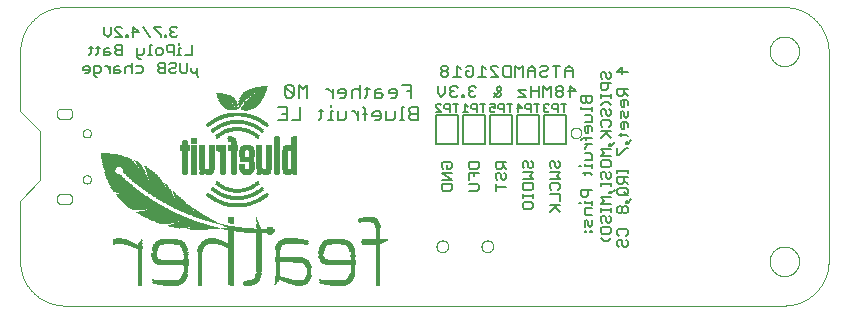
<source format=gbo>
G75*
%MOIN*%
%OFA0B0*%
%FSLAX25Y25*%
%IPPOS*%
%LPD*%
%AMOC8*
5,1,8,0,0,1.08239X$1,22.5*
%
%ADD10C,0.00000*%
%ADD11C,0.00500*%
%ADD12C,0.00700*%
%ADD13C,0.00600*%
%ADD14R,0.02343X0.00069*%
%ADD15R,0.03720X0.00069*%
%ADD16R,0.04823X0.00069*%
%ADD17R,0.05650X0.00069*%
%ADD18R,0.06339X0.00069*%
%ADD19R,0.06890X0.00069*%
%ADD20R,0.07579X0.00069*%
%ADD21R,0.08130X0.00069*%
%ADD22R,0.08543X0.00069*%
%ADD23R,0.09094X0.00069*%
%ADD24R,0.09508X0.00069*%
%ADD25R,0.09921X0.00069*%
%ADD26R,0.10335X0.00069*%
%ADD27R,0.10748X0.00069*%
%ADD28R,0.11024X0.00069*%
%ADD29R,0.04547X0.00069*%
%ADD30R,0.04065X0.00069*%
%ADD31R,0.04134X0.00069*%
%ADD32R,0.03789X0.00069*%
%ADD33R,0.03514X0.00069*%
%ADD34R,0.03376X0.00069*%
%ADD35R,0.03238X0.00069*%
%ADD36R,0.03100X0.00069*%
%ADD37R,0.02963X0.00069*%
%ADD38R,0.02825X0.00069*%
%ADD39R,0.02756X0.00069*%
%ADD40R,0.02687X0.00069*%
%ADD41R,0.02618X0.00069*%
%ADD42R,0.02549X0.00069*%
%ADD43R,0.02480X0.00069*%
%ADD44R,0.02411X0.00069*%
%ADD45R,0.02274X0.00069*%
%ADD46R,0.02205X0.00069*%
%ADD47R,0.02136X0.00069*%
%ADD48R,0.02067X0.00069*%
%ADD49R,0.01998X0.00069*%
%ADD50R,0.05236X0.00069*%
%ADD51R,0.05925X0.00069*%
%ADD52R,0.01929X0.00069*%
%ADD53R,0.06476X0.00069*%
%ADD54R,0.07028X0.00069*%
%ADD55R,0.07441X0.00069*%
%ADD56R,0.01860X0.00069*%
%ADD57R,0.07992X0.00069*%
%ADD58R,0.08406X0.00069*%
%ADD59R,0.08819X0.00069*%
%ADD60R,0.01791X0.00069*%
%ADD61R,0.10197X0.00069*%
%ADD62R,0.01722X0.00069*%
%ADD63R,0.03996X0.00069*%
%ADD64R,0.03445X0.00069*%
%ADD65R,0.01654X0.00069*%
%ADD66R,0.03031X0.00069*%
%ADD67R,0.02894X0.00069*%
%ADD68R,0.01516X0.00069*%
%ADD69R,0.01447X0.00069*%
%ADD70R,0.01378X0.00069*%
%ADD71R,0.01240X0.00069*%
%ADD72R,0.01033X0.00069*%
%ADD73R,0.00827X0.00069*%
%ADD74R,0.00689X0.00069*%
%ADD75R,0.00551X0.00069*%
%ADD76R,0.00413X0.00069*%
%ADD77R,0.04272X0.00069*%
%ADD78R,0.05374X0.00069*%
%ADD79R,0.07303X0.00069*%
%ADD80R,0.08268X0.00069*%
%ADD81R,0.08681X0.00069*%
%ADD82R,0.08957X0.00069*%
%ADD83R,0.04341X0.00069*%
%ADD84R,0.04409X0.00069*%
%ADD85R,0.03583X0.00069*%
%ADD86R,0.01171X0.00069*%
%ADD87R,0.00896X0.00069*%
%ADD88R,0.00758X0.00069*%
%ADD89R,0.00620X0.00069*%
%ADD90R,0.00482X0.00069*%
%ADD91R,0.00344X0.00069*%
%ADD92R,0.00138X0.00069*%
%ADD93R,0.01585X0.00069*%
%ADD94R,0.01447X0.00069*%
%ADD95R,0.01654X0.00069*%
%ADD96R,0.01723X0.00069*%
%ADD97R,0.04341X0.00069*%
%ADD98R,0.04410X0.00069*%
%ADD99R,0.04478X0.00069*%
%ADD100R,0.04479X0.00069*%
%ADD101R,0.03652X0.00069*%
%ADD102R,0.04548X0.00069*%
%ADD103R,0.04616X0.00069*%
%ADD104R,0.04617X0.00069*%
%ADD105R,0.03927X0.00069*%
%ADD106R,0.04685X0.00069*%
%ADD107R,0.04685X0.00069*%
%ADD108R,0.04754X0.00069*%
%ADD109R,0.04203X0.00069*%
%ADD110R,0.04754X0.00069*%
%ADD111R,0.04823X0.00069*%
%ADD112R,0.04892X0.00069*%
%ADD113R,0.04892X0.00069*%
%ADD114R,0.04961X0.00069*%
%ADD115R,0.04961X0.00069*%
%ADD116R,0.02412X0.00069*%
%ADD117R,0.02205X0.00069*%
%ADD118R,0.01998X0.00069*%
%ADD119R,0.01930X0.00069*%
%ADD120R,0.01792X0.00069*%
%ADD121R,0.01861X0.00069*%
%ADD122R,0.03169X0.00069*%
%ADD123R,0.02067X0.00069*%
%ADD124R,0.02274X0.00069*%
%ADD125R,0.02067X0.00069*%
%ADD126R,0.03307X0.00069*%
%ADD127R,0.01309X0.00069*%
%ADD128R,0.00965X0.00069*%
%ADD129R,0.00069X0.00069*%
%ADD130R,0.02342X0.00069*%
%ADD131R,0.07717X0.00069*%
%ADD132R,0.06063X0.00069*%
%ADD133R,0.05512X0.00069*%
%ADD134R,0.00207X0.00069*%
%ADD135R,0.01102X0.00069*%
%ADD136R,0.09577X0.00069*%
%ADD137R,0.09232X0.00069*%
%ADD138R,0.06614X0.00069*%
%ADD139R,0.03858X0.00069*%
%ADD140R,0.11161X0.00069*%
%ADD141R,0.00276X0.00069*%
%ADD142R,0.05030X0.00069*%
%ADD143R,0.04822X0.00069*%
%ADD144R,0.02619X0.00069*%
%ADD145R,0.06683X0.00069*%
%ADD146R,0.06545X0.00069*%
%ADD147R,0.06407X0.00069*%
%ADD148R,0.06270X0.00069*%
%ADD149R,0.06131X0.00069*%
%ADD150R,0.05787X0.00069*%
%ADD151R,0.05167X0.00069*%
%ADD152R,0.03600X0.00100*%
%ADD153R,0.02000X0.00100*%
%ADD154R,0.03500X0.00100*%
%ADD155R,0.01600X0.00100*%
%ADD156R,0.05200X0.00100*%
%ADD157R,0.02900X0.00100*%
%ADD158R,0.02600X0.00100*%
%ADD159R,0.05300X0.00100*%
%ADD160R,0.06400X0.00100*%
%ADD161R,0.03700X0.00100*%
%ADD162R,0.00100X0.00100*%
%ADD163R,0.03400X0.00100*%
%ADD164R,0.01700X0.00100*%
%ADD165R,0.06300X0.00100*%
%ADD166R,0.07300X0.00100*%
%ADD167R,0.04200X0.00100*%
%ADD168R,0.00200X0.00100*%
%ADD169R,0.07200X0.00100*%
%ADD170R,0.08000X0.00100*%
%ADD171R,0.04800X0.00100*%
%ADD172R,0.00300X0.00100*%
%ADD173R,0.03900X0.00100*%
%ADD174R,0.08100X0.00100*%
%ADD175R,0.08700X0.00100*%
%ADD176R,0.09300X0.00100*%
%ADD177R,0.05700X0.00100*%
%ADD178R,0.00400X0.00100*%
%ADD179R,0.04300X0.00100*%
%ADD180R,0.09800X0.00100*%
%ADD181R,0.06200X0.00100*%
%ADD182R,0.00500X0.00100*%
%ADD183R,0.04500X0.00100*%
%ADD184R,0.10100X0.00100*%
%ADD185R,0.06600X0.00100*%
%ADD186R,0.00600X0.00100*%
%ADD187R,0.04600X0.00100*%
%ADD188R,0.10200X0.00100*%
%ADD189R,0.06900X0.00100*%
%ADD190R,0.00700X0.00100*%
%ADD191R,0.04700X0.00100*%
%ADD192R,0.10300X0.00100*%
%ADD193R,0.00800X0.00100*%
%ADD194R,0.10400X0.00100*%
%ADD195R,0.07600X0.00100*%
%ADD196R,0.00900X0.00100*%
%ADD197R,0.04900X0.00100*%
%ADD198R,0.10500X0.00100*%
%ADD199R,0.01000X0.00100*%
%ADD200R,0.10600X0.00100*%
%ADD201R,0.08300X0.00100*%
%ADD202R,0.01100X0.00100*%
%ADD203R,0.10700X0.00100*%
%ADD204R,0.04100X0.00100*%
%ADD205R,0.10800X0.00100*%
%ADD206R,0.08900X0.00100*%
%ADD207R,0.01200X0.00100*%
%ADD208R,0.03300X0.00100*%
%ADD209R,0.02700X0.00100*%
%ADD210R,0.05000X0.00100*%
%ADD211R,0.01300X0.00100*%
%ADD212R,0.02400X0.00100*%
%ADD213R,0.01400X0.00100*%
%ADD214R,0.03000X0.00100*%
%ADD215R,0.02500X0.00100*%
%ADD216R,0.02300X0.00100*%
%ADD217R,0.01500X0.00100*%
%ADD218R,0.02100X0.00100*%
%ADD219R,0.02200X0.00100*%
%ADD220R,0.01900X0.00100*%
%ADD221R,0.04400X0.00100*%
%ADD222R,0.01800X0.00100*%
%ADD223R,0.03100X0.00100*%
%ADD224R,0.02800X0.00100*%
%ADD225R,0.09500X0.00100*%
%ADD226R,0.09600X0.00100*%
%ADD227R,0.10000X0.00100*%
%ADD228R,0.11000X0.00100*%
%ADD229R,0.11100X0.00100*%
%ADD230R,0.11200X0.00100*%
%ADD231R,0.11300X0.00100*%
%ADD232R,0.04000X0.00100*%
%ADD233R,0.11400X0.00100*%
%ADD234R,0.05600X0.00100*%
%ADD235R,0.11500X0.00100*%
%ADD236R,0.07100X0.00100*%
%ADD237R,0.11600X0.00100*%
%ADD238R,0.11700X0.00100*%
%ADD239R,0.11800X0.00100*%
%ADD240R,0.11900X0.00100*%
%ADD241R,0.10900X0.00100*%
%ADD242R,0.09900X0.00100*%
%ADD243R,0.09200X0.00100*%
%ADD244R,0.03800X0.00100*%
%ADD245R,0.03200X0.00100*%
%ADD246R,0.06500X0.00100*%
%ADD247R,0.06700X0.00100*%
%ADD248R,0.06800X0.00100*%
%ADD249R,0.08500X0.00100*%
%ADD250R,0.07000X0.00100*%
%ADD251R,0.08200X0.00100*%
%ADD252R,0.09700X0.00100*%
%ADD253R,0.07900X0.00100*%
%ADD254R,0.07500X0.00100*%
%ADD255R,0.09000X0.00100*%
%ADD256R,0.07700X0.00100*%
%ADD257R,0.08800X0.00100*%
%ADD258R,0.06000X0.00100*%
%ADD259R,0.07800X0.00100*%
%ADD260R,0.08600X0.00100*%
%ADD261R,0.05800X0.00100*%
%ADD262R,0.05500X0.00100*%
%ADD263R,0.09400X0.00100*%
%ADD264R,0.07400X0.00100*%
%ADD265R,0.05100X0.00100*%
%ADD266R,0.06100X0.00100*%
%ADD267R,0.05400X0.00100*%
%ADD268R,0.12600X0.00100*%
%ADD269R,0.13300X0.00100*%
%ADD270R,0.15100X0.00100*%
%ADD271R,0.15700X0.00100*%
%ADD272R,0.16100X0.00100*%
%ADD273R,0.16600X0.00100*%
%ADD274R,0.09100X0.00100*%
%ADD275R,0.12700X0.00100*%
%ADD276R,0.13700X0.00100*%
%ADD277R,0.13600X0.00100*%
%ADD278R,0.05900X0.00100*%
%ADD279R,0.13500X0.00100*%
%ADD280R,0.13400X0.00100*%
%ADD281R,0.13200X0.00100*%
%ADD282R,0.13100X0.00100*%
%ADD283R,0.13000X0.00100*%
%ADD284R,0.12900X0.00100*%
%ADD285R,0.12800X0.00100*%
%ADD286R,0.12500X0.00100*%
%ADD287R,0.08400X0.00100*%
D10*
X0059095Y0057209D02*
X0299095Y0057209D01*
X0299451Y0057213D01*
X0299806Y0057226D01*
X0300162Y0057248D01*
X0300516Y0057278D01*
X0300870Y0057316D01*
X0301222Y0057364D01*
X0301574Y0057419D01*
X0301924Y0057483D01*
X0302272Y0057556D01*
X0302619Y0057637D01*
X0302963Y0057726D01*
X0303305Y0057824D01*
X0303645Y0057930D01*
X0303982Y0058044D01*
X0304316Y0058166D01*
X0304647Y0058296D01*
X0304975Y0058434D01*
X0305300Y0058580D01*
X0305621Y0058734D01*
X0305938Y0058896D01*
X0306251Y0059065D01*
X0306559Y0059241D01*
X0306864Y0059425D01*
X0307164Y0059617D01*
X0307459Y0059815D01*
X0307750Y0060021D01*
X0308035Y0060234D01*
X0308315Y0060453D01*
X0308590Y0060679D01*
X0308859Y0060912D01*
X0309122Y0061151D01*
X0309380Y0061397D01*
X0309631Y0061648D01*
X0309877Y0061906D01*
X0310116Y0062169D01*
X0310349Y0062438D01*
X0310575Y0062713D01*
X0310794Y0062993D01*
X0311007Y0063278D01*
X0311213Y0063569D01*
X0311411Y0063864D01*
X0311603Y0064164D01*
X0311787Y0064469D01*
X0311963Y0064777D01*
X0312132Y0065090D01*
X0312294Y0065407D01*
X0312448Y0065728D01*
X0312594Y0066053D01*
X0312732Y0066381D01*
X0312862Y0066712D01*
X0312984Y0067046D01*
X0313098Y0067383D01*
X0313204Y0067723D01*
X0313302Y0068065D01*
X0313391Y0068409D01*
X0313472Y0068756D01*
X0313545Y0069104D01*
X0313609Y0069454D01*
X0313664Y0069806D01*
X0313712Y0070158D01*
X0313750Y0070512D01*
X0313780Y0070866D01*
X0313802Y0071222D01*
X0313815Y0071577D01*
X0313819Y0071933D01*
X0313820Y0071933D02*
X0313820Y0141933D01*
X0313819Y0141933D02*
X0313815Y0142289D01*
X0313802Y0142644D01*
X0313780Y0143000D01*
X0313750Y0143354D01*
X0313712Y0143708D01*
X0313664Y0144060D01*
X0313609Y0144412D01*
X0313545Y0144762D01*
X0313472Y0145110D01*
X0313391Y0145457D01*
X0313302Y0145801D01*
X0313204Y0146143D01*
X0313098Y0146483D01*
X0312984Y0146820D01*
X0312862Y0147154D01*
X0312732Y0147485D01*
X0312594Y0147813D01*
X0312448Y0148138D01*
X0312294Y0148459D01*
X0312132Y0148776D01*
X0311963Y0149089D01*
X0311787Y0149397D01*
X0311603Y0149702D01*
X0311411Y0150002D01*
X0311213Y0150297D01*
X0311007Y0150588D01*
X0310794Y0150873D01*
X0310575Y0151153D01*
X0310349Y0151428D01*
X0310116Y0151697D01*
X0309877Y0151960D01*
X0309631Y0152218D01*
X0309380Y0152469D01*
X0309122Y0152715D01*
X0308859Y0152954D01*
X0308590Y0153187D01*
X0308315Y0153413D01*
X0308035Y0153632D01*
X0307750Y0153845D01*
X0307459Y0154051D01*
X0307164Y0154249D01*
X0306864Y0154441D01*
X0306559Y0154625D01*
X0306251Y0154801D01*
X0305938Y0154970D01*
X0305621Y0155132D01*
X0305300Y0155286D01*
X0304975Y0155432D01*
X0304647Y0155570D01*
X0304316Y0155700D01*
X0303982Y0155822D01*
X0303645Y0155936D01*
X0303305Y0156042D01*
X0302963Y0156140D01*
X0302619Y0156229D01*
X0302272Y0156310D01*
X0301924Y0156383D01*
X0301574Y0156447D01*
X0301222Y0156502D01*
X0300870Y0156550D01*
X0300516Y0156588D01*
X0300162Y0156618D01*
X0299806Y0156640D01*
X0299451Y0156653D01*
X0299095Y0156657D01*
X0059095Y0156657D01*
X0058739Y0156653D01*
X0058384Y0156640D01*
X0058028Y0156618D01*
X0057674Y0156588D01*
X0057320Y0156550D01*
X0056968Y0156502D01*
X0056616Y0156447D01*
X0056266Y0156383D01*
X0055918Y0156310D01*
X0055571Y0156229D01*
X0055227Y0156140D01*
X0054885Y0156042D01*
X0054545Y0155936D01*
X0054208Y0155822D01*
X0053874Y0155700D01*
X0053543Y0155570D01*
X0053215Y0155432D01*
X0052890Y0155286D01*
X0052569Y0155132D01*
X0052252Y0154970D01*
X0051939Y0154801D01*
X0051631Y0154625D01*
X0051326Y0154441D01*
X0051026Y0154249D01*
X0050731Y0154051D01*
X0050440Y0153845D01*
X0050155Y0153632D01*
X0049875Y0153413D01*
X0049600Y0153187D01*
X0049331Y0152954D01*
X0049068Y0152715D01*
X0048810Y0152469D01*
X0048559Y0152218D01*
X0048313Y0151960D01*
X0048074Y0151697D01*
X0047841Y0151428D01*
X0047615Y0151153D01*
X0047396Y0150873D01*
X0047183Y0150588D01*
X0046977Y0150297D01*
X0046779Y0150002D01*
X0046587Y0149702D01*
X0046403Y0149397D01*
X0046227Y0149089D01*
X0046058Y0148776D01*
X0045896Y0148459D01*
X0045742Y0148138D01*
X0045596Y0147813D01*
X0045458Y0147485D01*
X0045328Y0147154D01*
X0045206Y0146820D01*
X0045092Y0146483D01*
X0044986Y0146143D01*
X0044888Y0145801D01*
X0044799Y0145457D01*
X0044718Y0145110D01*
X0044645Y0144762D01*
X0044581Y0144412D01*
X0044526Y0144060D01*
X0044478Y0143708D01*
X0044440Y0143354D01*
X0044410Y0143000D01*
X0044388Y0142644D01*
X0044375Y0142289D01*
X0044371Y0141933D01*
X0044371Y0122157D01*
X0051095Y0115433D01*
X0051095Y0098933D01*
X0044371Y0092209D01*
X0044371Y0071933D01*
X0044375Y0071577D01*
X0044388Y0071222D01*
X0044410Y0070866D01*
X0044440Y0070512D01*
X0044478Y0070158D01*
X0044526Y0069806D01*
X0044581Y0069454D01*
X0044645Y0069104D01*
X0044718Y0068756D01*
X0044799Y0068409D01*
X0044888Y0068065D01*
X0044986Y0067723D01*
X0045092Y0067383D01*
X0045206Y0067046D01*
X0045328Y0066712D01*
X0045458Y0066381D01*
X0045596Y0066053D01*
X0045742Y0065728D01*
X0045896Y0065407D01*
X0046058Y0065090D01*
X0046227Y0064777D01*
X0046403Y0064469D01*
X0046587Y0064164D01*
X0046779Y0063864D01*
X0046977Y0063569D01*
X0047183Y0063278D01*
X0047396Y0062993D01*
X0047615Y0062713D01*
X0047841Y0062438D01*
X0048074Y0062169D01*
X0048313Y0061906D01*
X0048559Y0061648D01*
X0048810Y0061397D01*
X0049068Y0061151D01*
X0049331Y0060912D01*
X0049600Y0060679D01*
X0049875Y0060453D01*
X0050155Y0060234D01*
X0050440Y0060021D01*
X0050731Y0059815D01*
X0051026Y0059617D01*
X0051326Y0059425D01*
X0051631Y0059241D01*
X0051939Y0059065D01*
X0052252Y0058896D01*
X0052569Y0058734D01*
X0052890Y0058580D01*
X0053215Y0058434D01*
X0053543Y0058296D01*
X0053874Y0058166D01*
X0054208Y0058044D01*
X0054545Y0057930D01*
X0054885Y0057824D01*
X0055227Y0057726D01*
X0055571Y0057637D01*
X0055918Y0057556D01*
X0056266Y0057483D01*
X0056616Y0057419D01*
X0056968Y0057364D01*
X0057320Y0057316D01*
X0057674Y0057278D01*
X0058028Y0057248D01*
X0058384Y0057226D01*
X0058739Y0057213D01*
X0059095Y0057209D01*
X0057934Y0090988D02*
X0060296Y0090988D01*
X0060373Y0091000D01*
X0060449Y0091015D01*
X0060525Y0091034D01*
X0060599Y0091057D01*
X0060673Y0091083D01*
X0060744Y0091113D01*
X0060815Y0091147D01*
X0060883Y0091183D01*
X0060950Y0091224D01*
X0061015Y0091267D01*
X0061077Y0091313D01*
X0061138Y0091363D01*
X0061195Y0091415D01*
X0061250Y0091471D01*
X0061302Y0091528D01*
X0061352Y0091589D01*
X0061398Y0091651D01*
X0061441Y0091716D01*
X0061481Y0091783D01*
X0061518Y0091852D01*
X0061551Y0091922D01*
X0061581Y0091994D01*
X0061607Y0092068D01*
X0061629Y0092142D01*
X0061648Y0092218D01*
X0061663Y0092294D01*
X0061674Y0092371D01*
X0061682Y0092449D01*
X0061686Y0092527D01*
X0061685Y0092605D01*
X0061682Y0092682D01*
X0061674Y0092760D01*
X0061682Y0092838D01*
X0061685Y0092915D01*
X0061686Y0092993D01*
X0061682Y0093071D01*
X0061674Y0093149D01*
X0061663Y0093226D01*
X0061648Y0093302D01*
X0061629Y0093378D01*
X0061607Y0093452D01*
X0061581Y0093526D01*
X0061551Y0093598D01*
X0061518Y0093668D01*
X0061481Y0093737D01*
X0061441Y0093804D01*
X0061398Y0093869D01*
X0061352Y0093931D01*
X0061302Y0093992D01*
X0061250Y0094049D01*
X0061195Y0094105D01*
X0061138Y0094157D01*
X0061077Y0094207D01*
X0061015Y0094253D01*
X0060950Y0094296D01*
X0060883Y0094337D01*
X0060815Y0094373D01*
X0060744Y0094407D01*
X0060673Y0094437D01*
X0060599Y0094463D01*
X0060525Y0094486D01*
X0060449Y0094505D01*
X0060373Y0094520D01*
X0060296Y0094532D01*
X0060296Y0094531D02*
X0057934Y0094531D01*
X0057934Y0094532D02*
X0057857Y0094520D01*
X0057781Y0094505D01*
X0057705Y0094486D01*
X0057631Y0094463D01*
X0057557Y0094437D01*
X0057486Y0094407D01*
X0057415Y0094373D01*
X0057347Y0094337D01*
X0057280Y0094296D01*
X0057215Y0094253D01*
X0057153Y0094207D01*
X0057092Y0094157D01*
X0057035Y0094105D01*
X0056980Y0094049D01*
X0056928Y0093992D01*
X0056878Y0093931D01*
X0056832Y0093869D01*
X0056789Y0093804D01*
X0056749Y0093737D01*
X0056712Y0093668D01*
X0056679Y0093598D01*
X0056649Y0093526D01*
X0056623Y0093452D01*
X0056601Y0093378D01*
X0056582Y0093302D01*
X0056567Y0093226D01*
X0056556Y0093149D01*
X0056548Y0093071D01*
X0056544Y0092993D01*
X0056545Y0092915D01*
X0056548Y0092838D01*
X0056556Y0092760D01*
X0056548Y0092682D01*
X0056545Y0092605D01*
X0056544Y0092527D01*
X0056548Y0092449D01*
X0056556Y0092371D01*
X0056567Y0092294D01*
X0056582Y0092218D01*
X0056601Y0092142D01*
X0056623Y0092068D01*
X0056649Y0091994D01*
X0056679Y0091922D01*
X0056712Y0091852D01*
X0056749Y0091783D01*
X0056789Y0091716D01*
X0056832Y0091651D01*
X0056878Y0091589D01*
X0056928Y0091528D01*
X0056980Y0091471D01*
X0057035Y0091415D01*
X0057092Y0091363D01*
X0057153Y0091313D01*
X0057215Y0091267D01*
X0057280Y0091224D01*
X0057347Y0091183D01*
X0057415Y0091147D01*
X0057486Y0091113D01*
X0057557Y0091083D01*
X0057631Y0091057D01*
X0057705Y0091034D01*
X0057781Y0091015D01*
X0057857Y0091000D01*
X0057934Y0090988D01*
X0065217Y0099256D02*
X0065219Y0099330D01*
X0065225Y0099404D01*
X0065235Y0099477D01*
X0065249Y0099550D01*
X0065266Y0099622D01*
X0065288Y0099692D01*
X0065313Y0099762D01*
X0065342Y0099830D01*
X0065375Y0099896D01*
X0065411Y0099961D01*
X0065451Y0100023D01*
X0065493Y0100084D01*
X0065539Y0100142D01*
X0065588Y0100197D01*
X0065640Y0100250D01*
X0065695Y0100300D01*
X0065752Y0100346D01*
X0065812Y0100390D01*
X0065874Y0100430D01*
X0065938Y0100467D01*
X0066004Y0100501D01*
X0066072Y0100531D01*
X0066141Y0100557D01*
X0066212Y0100580D01*
X0066283Y0100598D01*
X0066356Y0100613D01*
X0066429Y0100624D01*
X0066503Y0100631D01*
X0066577Y0100634D01*
X0066650Y0100633D01*
X0066724Y0100628D01*
X0066798Y0100619D01*
X0066871Y0100606D01*
X0066943Y0100589D01*
X0067014Y0100569D01*
X0067084Y0100544D01*
X0067152Y0100516D01*
X0067219Y0100485D01*
X0067284Y0100449D01*
X0067347Y0100411D01*
X0067408Y0100369D01*
X0067467Y0100323D01*
X0067523Y0100275D01*
X0067576Y0100224D01*
X0067626Y0100170D01*
X0067674Y0100113D01*
X0067718Y0100054D01*
X0067760Y0099992D01*
X0067798Y0099929D01*
X0067832Y0099863D01*
X0067863Y0099796D01*
X0067890Y0099727D01*
X0067913Y0099657D01*
X0067933Y0099586D01*
X0067949Y0099513D01*
X0067961Y0099440D01*
X0067969Y0099367D01*
X0067973Y0099293D01*
X0067973Y0099219D01*
X0067969Y0099145D01*
X0067961Y0099072D01*
X0067949Y0098999D01*
X0067933Y0098926D01*
X0067913Y0098855D01*
X0067890Y0098785D01*
X0067863Y0098716D01*
X0067832Y0098649D01*
X0067798Y0098583D01*
X0067760Y0098520D01*
X0067718Y0098458D01*
X0067674Y0098399D01*
X0067626Y0098342D01*
X0067576Y0098288D01*
X0067523Y0098237D01*
X0067467Y0098189D01*
X0067408Y0098143D01*
X0067347Y0098101D01*
X0067284Y0098063D01*
X0067219Y0098027D01*
X0067152Y0097996D01*
X0067084Y0097968D01*
X0067014Y0097943D01*
X0066943Y0097923D01*
X0066871Y0097906D01*
X0066798Y0097893D01*
X0066724Y0097884D01*
X0066650Y0097879D01*
X0066577Y0097878D01*
X0066503Y0097881D01*
X0066429Y0097888D01*
X0066356Y0097899D01*
X0066283Y0097914D01*
X0066212Y0097932D01*
X0066141Y0097955D01*
X0066072Y0097981D01*
X0066004Y0098011D01*
X0065938Y0098045D01*
X0065874Y0098082D01*
X0065812Y0098122D01*
X0065752Y0098166D01*
X0065695Y0098212D01*
X0065640Y0098262D01*
X0065588Y0098315D01*
X0065539Y0098370D01*
X0065493Y0098428D01*
X0065451Y0098489D01*
X0065411Y0098551D01*
X0065375Y0098616D01*
X0065342Y0098682D01*
X0065313Y0098750D01*
X0065288Y0098820D01*
X0065266Y0098890D01*
X0065249Y0098962D01*
X0065235Y0099035D01*
X0065225Y0099108D01*
X0065219Y0099182D01*
X0065217Y0099256D01*
X0065217Y0114610D02*
X0065219Y0114684D01*
X0065225Y0114758D01*
X0065235Y0114831D01*
X0065249Y0114904D01*
X0065266Y0114976D01*
X0065288Y0115046D01*
X0065313Y0115116D01*
X0065342Y0115184D01*
X0065375Y0115250D01*
X0065411Y0115315D01*
X0065451Y0115377D01*
X0065493Y0115438D01*
X0065539Y0115496D01*
X0065588Y0115551D01*
X0065640Y0115604D01*
X0065695Y0115654D01*
X0065752Y0115700D01*
X0065812Y0115744D01*
X0065874Y0115784D01*
X0065938Y0115821D01*
X0066004Y0115855D01*
X0066072Y0115885D01*
X0066141Y0115911D01*
X0066212Y0115934D01*
X0066283Y0115952D01*
X0066356Y0115967D01*
X0066429Y0115978D01*
X0066503Y0115985D01*
X0066577Y0115988D01*
X0066650Y0115987D01*
X0066724Y0115982D01*
X0066798Y0115973D01*
X0066871Y0115960D01*
X0066943Y0115943D01*
X0067014Y0115923D01*
X0067084Y0115898D01*
X0067152Y0115870D01*
X0067219Y0115839D01*
X0067284Y0115803D01*
X0067347Y0115765D01*
X0067408Y0115723D01*
X0067467Y0115677D01*
X0067523Y0115629D01*
X0067576Y0115578D01*
X0067626Y0115524D01*
X0067674Y0115467D01*
X0067718Y0115408D01*
X0067760Y0115346D01*
X0067798Y0115283D01*
X0067832Y0115217D01*
X0067863Y0115150D01*
X0067890Y0115081D01*
X0067913Y0115011D01*
X0067933Y0114940D01*
X0067949Y0114867D01*
X0067961Y0114794D01*
X0067969Y0114721D01*
X0067973Y0114647D01*
X0067973Y0114573D01*
X0067969Y0114499D01*
X0067961Y0114426D01*
X0067949Y0114353D01*
X0067933Y0114280D01*
X0067913Y0114209D01*
X0067890Y0114139D01*
X0067863Y0114070D01*
X0067832Y0114003D01*
X0067798Y0113937D01*
X0067760Y0113874D01*
X0067718Y0113812D01*
X0067674Y0113753D01*
X0067626Y0113696D01*
X0067576Y0113642D01*
X0067523Y0113591D01*
X0067467Y0113543D01*
X0067408Y0113497D01*
X0067347Y0113455D01*
X0067284Y0113417D01*
X0067219Y0113381D01*
X0067152Y0113350D01*
X0067084Y0113322D01*
X0067014Y0113297D01*
X0066943Y0113277D01*
X0066871Y0113260D01*
X0066798Y0113247D01*
X0066724Y0113238D01*
X0066650Y0113233D01*
X0066577Y0113232D01*
X0066503Y0113235D01*
X0066429Y0113242D01*
X0066356Y0113253D01*
X0066283Y0113268D01*
X0066212Y0113286D01*
X0066141Y0113309D01*
X0066072Y0113335D01*
X0066004Y0113365D01*
X0065938Y0113399D01*
X0065874Y0113436D01*
X0065812Y0113476D01*
X0065752Y0113520D01*
X0065695Y0113566D01*
X0065640Y0113616D01*
X0065588Y0113669D01*
X0065539Y0113724D01*
X0065493Y0113782D01*
X0065451Y0113843D01*
X0065411Y0113905D01*
X0065375Y0113970D01*
X0065342Y0114036D01*
X0065313Y0114104D01*
X0065288Y0114174D01*
X0065266Y0114244D01*
X0065249Y0114316D01*
X0065235Y0114389D01*
X0065225Y0114462D01*
X0065219Y0114536D01*
X0065217Y0114610D01*
X0060296Y0119335D02*
X0058131Y0119335D01*
X0058130Y0119334D02*
X0058056Y0119331D01*
X0057981Y0119332D01*
X0057906Y0119336D01*
X0057831Y0119345D01*
X0057757Y0119357D01*
X0057684Y0119373D01*
X0057611Y0119392D01*
X0057540Y0119415D01*
X0057470Y0119442D01*
X0057401Y0119472D01*
X0057334Y0119506D01*
X0057269Y0119543D01*
X0057206Y0119583D01*
X0057145Y0119626D01*
X0057086Y0119673D01*
X0057030Y0119722D01*
X0056976Y0119774D01*
X0056925Y0119829D01*
X0056876Y0119887D01*
X0056831Y0119946D01*
X0056789Y0120008D01*
X0056750Y0120072D01*
X0056714Y0120138D01*
X0056681Y0120206D01*
X0056652Y0120275D01*
X0056627Y0120346D01*
X0056605Y0120417D01*
X0056587Y0120490D01*
X0056573Y0120564D01*
X0056562Y0120638D01*
X0056555Y0120713D01*
X0056556Y0120713D02*
X0056556Y0121500D01*
X0056555Y0121500D02*
X0056562Y0121575D01*
X0056573Y0121649D01*
X0056587Y0121723D01*
X0056605Y0121796D01*
X0056627Y0121867D01*
X0056652Y0121938D01*
X0056681Y0122007D01*
X0056714Y0122075D01*
X0056750Y0122141D01*
X0056789Y0122205D01*
X0056831Y0122267D01*
X0056876Y0122326D01*
X0056925Y0122384D01*
X0056976Y0122439D01*
X0057030Y0122491D01*
X0057086Y0122540D01*
X0057145Y0122587D01*
X0057206Y0122630D01*
X0057269Y0122670D01*
X0057334Y0122707D01*
X0057401Y0122741D01*
X0057470Y0122771D01*
X0057540Y0122798D01*
X0057611Y0122821D01*
X0057684Y0122840D01*
X0057757Y0122856D01*
X0057831Y0122868D01*
X0057906Y0122877D01*
X0057981Y0122881D01*
X0058056Y0122882D01*
X0058130Y0122879D01*
X0058131Y0122878D02*
X0060296Y0122878D01*
X0060368Y0122876D01*
X0060440Y0122870D01*
X0060512Y0122861D01*
X0060583Y0122848D01*
X0060653Y0122831D01*
X0060722Y0122811D01*
X0060790Y0122786D01*
X0060856Y0122759D01*
X0060922Y0122728D01*
X0060985Y0122693D01*
X0061047Y0122656D01*
X0061106Y0122615D01*
X0061163Y0122571D01*
X0061218Y0122524D01*
X0061270Y0122474D01*
X0061320Y0122422D01*
X0061367Y0122367D01*
X0061411Y0122310D01*
X0061452Y0122251D01*
X0061489Y0122189D01*
X0061524Y0122126D01*
X0061555Y0122060D01*
X0061582Y0121994D01*
X0061607Y0121926D01*
X0061627Y0121857D01*
X0061644Y0121787D01*
X0061657Y0121716D01*
X0061666Y0121644D01*
X0061672Y0121572D01*
X0061674Y0121500D01*
X0061674Y0120713D01*
X0061672Y0120641D01*
X0061666Y0120569D01*
X0061657Y0120497D01*
X0061644Y0120426D01*
X0061627Y0120356D01*
X0061607Y0120287D01*
X0061582Y0120219D01*
X0061555Y0120153D01*
X0061524Y0120087D01*
X0061489Y0120024D01*
X0061452Y0119962D01*
X0061411Y0119903D01*
X0061367Y0119846D01*
X0061320Y0119791D01*
X0061270Y0119739D01*
X0061218Y0119689D01*
X0061163Y0119642D01*
X0061106Y0119598D01*
X0061047Y0119557D01*
X0060985Y0119520D01*
X0060922Y0119485D01*
X0060856Y0119454D01*
X0060790Y0119427D01*
X0060722Y0119402D01*
X0060653Y0119382D01*
X0060583Y0119365D01*
X0060512Y0119352D01*
X0060440Y0119343D01*
X0060368Y0119337D01*
X0060296Y0119335D01*
X0183126Y0076933D02*
X0183128Y0077021D01*
X0183134Y0077109D01*
X0183144Y0077197D01*
X0183158Y0077285D01*
X0183175Y0077371D01*
X0183197Y0077457D01*
X0183222Y0077541D01*
X0183252Y0077625D01*
X0183284Y0077707D01*
X0183321Y0077787D01*
X0183361Y0077866D01*
X0183405Y0077943D01*
X0183452Y0078018D01*
X0183502Y0078090D01*
X0183556Y0078161D01*
X0183612Y0078228D01*
X0183672Y0078294D01*
X0183734Y0078356D01*
X0183800Y0078416D01*
X0183867Y0078472D01*
X0183938Y0078526D01*
X0184010Y0078576D01*
X0184085Y0078623D01*
X0184162Y0078667D01*
X0184241Y0078707D01*
X0184321Y0078744D01*
X0184403Y0078776D01*
X0184487Y0078806D01*
X0184571Y0078831D01*
X0184657Y0078853D01*
X0184743Y0078870D01*
X0184831Y0078884D01*
X0184919Y0078894D01*
X0185007Y0078900D01*
X0185095Y0078902D01*
X0185183Y0078900D01*
X0185271Y0078894D01*
X0185359Y0078884D01*
X0185447Y0078870D01*
X0185533Y0078853D01*
X0185619Y0078831D01*
X0185703Y0078806D01*
X0185787Y0078776D01*
X0185869Y0078744D01*
X0185949Y0078707D01*
X0186028Y0078667D01*
X0186105Y0078623D01*
X0186180Y0078576D01*
X0186252Y0078526D01*
X0186323Y0078472D01*
X0186390Y0078416D01*
X0186456Y0078356D01*
X0186518Y0078294D01*
X0186578Y0078228D01*
X0186634Y0078161D01*
X0186688Y0078090D01*
X0186738Y0078018D01*
X0186785Y0077943D01*
X0186829Y0077866D01*
X0186869Y0077787D01*
X0186906Y0077707D01*
X0186938Y0077625D01*
X0186968Y0077541D01*
X0186993Y0077457D01*
X0187015Y0077371D01*
X0187032Y0077285D01*
X0187046Y0077197D01*
X0187056Y0077109D01*
X0187062Y0077021D01*
X0187064Y0076933D01*
X0187062Y0076845D01*
X0187056Y0076757D01*
X0187046Y0076669D01*
X0187032Y0076581D01*
X0187015Y0076495D01*
X0186993Y0076409D01*
X0186968Y0076325D01*
X0186938Y0076241D01*
X0186906Y0076159D01*
X0186869Y0076079D01*
X0186829Y0076000D01*
X0186785Y0075923D01*
X0186738Y0075848D01*
X0186688Y0075776D01*
X0186634Y0075705D01*
X0186578Y0075638D01*
X0186518Y0075572D01*
X0186456Y0075510D01*
X0186390Y0075450D01*
X0186323Y0075394D01*
X0186252Y0075340D01*
X0186180Y0075290D01*
X0186105Y0075243D01*
X0186028Y0075199D01*
X0185949Y0075159D01*
X0185869Y0075122D01*
X0185787Y0075090D01*
X0185703Y0075060D01*
X0185619Y0075035D01*
X0185533Y0075013D01*
X0185447Y0074996D01*
X0185359Y0074982D01*
X0185271Y0074972D01*
X0185183Y0074966D01*
X0185095Y0074964D01*
X0185007Y0074966D01*
X0184919Y0074972D01*
X0184831Y0074982D01*
X0184743Y0074996D01*
X0184657Y0075013D01*
X0184571Y0075035D01*
X0184487Y0075060D01*
X0184403Y0075090D01*
X0184321Y0075122D01*
X0184241Y0075159D01*
X0184162Y0075199D01*
X0184085Y0075243D01*
X0184010Y0075290D01*
X0183938Y0075340D01*
X0183867Y0075394D01*
X0183800Y0075450D01*
X0183734Y0075510D01*
X0183672Y0075572D01*
X0183612Y0075638D01*
X0183556Y0075705D01*
X0183502Y0075776D01*
X0183452Y0075848D01*
X0183405Y0075923D01*
X0183361Y0076000D01*
X0183321Y0076079D01*
X0183284Y0076159D01*
X0183252Y0076241D01*
X0183222Y0076325D01*
X0183197Y0076409D01*
X0183175Y0076495D01*
X0183158Y0076581D01*
X0183144Y0076669D01*
X0183134Y0076757D01*
X0183128Y0076845D01*
X0183126Y0076933D01*
X0198126Y0076933D02*
X0198128Y0077021D01*
X0198134Y0077109D01*
X0198144Y0077197D01*
X0198158Y0077285D01*
X0198175Y0077371D01*
X0198197Y0077457D01*
X0198222Y0077541D01*
X0198252Y0077625D01*
X0198284Y0077707D01*
X0198321Y0077787D01*
X0198361Y0077866D01*
X0198405Y0077943D01*
X0198452Y0078018D01*
X0198502Y0078090D01*
X0198556Y0078161D01*
X0198612Y0078228D01*
X0198672Y0078294D01*
X0198734Y0078356D01*
X0198800Y0078416D01*
X0198867Y0078472D01*
X0198938Y0078526D01*
X0199010Y0078576D01*
X0199085Y0078623D01*
X0199162Y0078667D01*
X0199241Y0078707D01*
X0199321Y0078744D01*
X0199403Y0078776D01*
X0199487Y0078806D01*
X0199571Y0078831D01*
X0199657Y0078853D01*
X0199743Y0078870D01*
X0199831Y0078884D01*
X0199919Y0078894D01*
X0200007Y0078900D01*
X0200095Y0078902D01*
X0200183Y0078900D01*
X0200271Y0078894D01*
X0200359Y0078884D01*
X0200447Y0078870D01*
X0200533Y0078853D01*
X0200619Y0078831D01*
X0200703Y0078806D01*
X0200787Y0078776D01*
X0200869Y0078744D01*
X0200949Y0078707D01*
X0201028Y0078667D01*
X0201105Y0078623D01*
X0201180Y0078576D01*
X0201252Y0078526D01*
X0201323Y0078472D01*
X0201390Y0078416D01*
X0201456Y0078356D01*
X0201518Y0078294D01*
X0201578Y0078228D01*
X0201634Y0078161D01*
X0201688Y0078090D01*
X0201738Y0078018D01*
X0201785Y0077943D01*
X0201829Y0077866D01*
X0201869Y0077787D01*
X0201906Y0077707D01*
X0201938Y0077625D01*
X0201968Y0077541D01*
X0201993Y0077457D01*
X0202015Y0077371D01*
X0202032Y0077285D01*
X0202046Y0077197D01*
X0202056Y0077109D01*
X0202062Y0077021D01*
X0202064Y0076933D01*
X0202062Y0076845D01*
X0202056Y0076757D01*
X0202046Y0076669D01*
X0202032Y0076581D01*
X0202015Y0076495D01*
X0201993Y0076409D01*
X0201968Y0076325D01*
X0201938Y0076241D01*
X0201906Y0076159D01*
X0201869Y0076079D01*
X0201829Y0076000D01*
X0201785Y0075923D01*
X0201738Y0075848D01*
X0201688Y0075776D01*
X0201634Y0075705D01*
X0201578Y0075638D01*
X0201518Y0075572D01*
X0201456Y0075510D01*
X0201390Y0075450D01*
X0201323Y0075394D01*
X0201252Y0075340D01*
X0201180Y0075290D01*
X0201105Y0075243D01*
X0201028Y0075199D01*
X0200949Y0075159D01*
X0200869Y0075122D01*
X0200787Y0075090D01*
X0200703Y0075060D01*
X0200619Y0075035D01*
X0200533Y0075013D01*
X0200447Y0074996D01*
X0200359Y0074982D01*
X0200271Y0074972D01*
X0200183Y0074966D01*
X0200095Y0074964D01*
X0200007Y0074966D01*
X0199919Y0074972D01*
X0199831Y0074982D01*
X0199743Y0074996D01*
X0199657Y0075013D01*
X0199571Y0075035D01*
X0199487Y0075060D01*
X0199403Y0075090D01*
X0199321Y0075122D01*
X0199241Y0075159D01*
X0199162Y0075199D01*
X0199085Y0075243D01*
X0199010Y0075290D01*
X0198938Y0075340D01*
X0198867Y0075394D01*
X0198800Y0075450D01*
X0198734Y0075510D01*
X0198672Y0075572D01*
X0198612Y0075638D01*
X0198556Y0075705D01*
X0198502Y0075776D01*
X0198452Y0075848D01*
X0198405Y0075923D01*
X0198361Y0076000D01*
X0198321Y0076079D01*
X0198284Y0076159D01*
X0198252Y0076241D01*
X0198222Y0076325D01*
X0198197Y0076409D01*
X0198175Y0076495D01*
X0198158Y0076581D01*
X0198144Y0076669D01*
X0198134Y0076757D01*
X0198128Y0076845D01*
X0198126Y0076933D01*
X0227843Y0114772D02*
X0227845Y0114856D01*
X0227851Y0114939D01*
X0227861Y0115022D01*
X0227875Y0115105D01*
X0227892Y0115187D01*
X0227914Y0115268D01*
X0227939Y0115347D01*
X0227968Y0115426D01*
X0228001Y0115503D01*
X0228037Y0115578D01*
X0228077Y0115652D01*
X0228120Y0115724D01*
X0228167Y0115793D01*
X0228217Y0115860D01*
X0228270Y0115925D01*
X0228326Y0115987D01*
X0228384Y0116047D01*
X0228446Y0116104D01*
X0228510Y0116157D01*
X0228577Y0116208D01*
X0228646Y0116255D01*
X0228717Y0116300D01*
X0228790Y0116340D01*
X0228865Y0116377D01*
X0228942Y0116411D01*
X0229020Y0116441D01*
X0229099Y0116467D01*
X0229180Y0116490D01*
X0229262Y0116508D01*
X0229344Y0116523D01*
X0229427Y0116534D01*
X0229510Y0116541D01*
X0229594Y0116544D01*
X0229678Y0116543D01*
X0229761Y0116538D01*
X0229845Y0116529D01*
X0229927Y0116516D01*
X0230009Y0116500D01*
X0230090Y0116479D01*
X0230171Y0116455D01*
X0230249Y0116427D01*
X0230327Y0116395D01*
X0230403Y0116359D01*
X0230477Y0116320D01*
X0230549Y0116278D01*
X0230619Y0116232D01*
X0230687Y0116183D01*
X0230752Y0116131D01*
X0230815Y0116076D01*
X0230875Y0116018D01*
X0230933Y0115957D01*
X0230987Y0115893D01*
X0231039Y0115827D01*
X0231087Y0115759D01*
X0231132Y0115688D01*
X0231173Y0115615D01*
X0231212Y0115541D01*
X0231246Y0115465D01*
X0231277Y0115387D01*
X0231304Y0115308D01*
X0231328Y0115227D01*
X0231347Y0115146D01*
X0231363Y0115064D01*
X0231375Y0114981D01*
X0231383Y0114897D01*
X0231387Y0114814D01*
X0231387Y0114730D01*
X0231383Y0114647D01*
X0231375Y0114563D01*
X0231363Y0114480D01*
X0231347Y0114398D01*
X0231328Y0114317D01*
X0231304Y0114236D01*
X0231277Y0114157D01*
X0231246Y0114079D01*
X0231212Y0114003D01*
X0231173Y0113929D01*
X0231132Y0113856D01*
X0231087Y0113785D01*
X0231039Y0113717D01*
X0230987Y0113651D01*
X0230933Y0113587D01*
X0230875Y0113526D01*
X0230815Y0113468D01*
X0230752Y0113413D01*
X0230687Y0113361D01*
X0230619Y0113312D01*
X0230549Y0113266D01*
X0230477Y0113224D01*
X0230403Y0113185D01*
X0230327Y0113149D01*
X0230249Y0113117D01*
X0230171Y0113089D01*
X0230090Y0113065D01*
X0230009Y0113044D01*
X0229927Y0113028D01*
X0229845Y0113015D01*
X0229761Y0113006D01*
X0229678Y0113001D01*
X0229594Y0113000D01*
X0229510Y0113003D01*
X0229427Y0113010D01*
X0229344Y0113021D01*
X0229262Y0113036D01*
X0229180Y0113054D01*
X0229099Y0113077D01*
X0229020Y0113103D01*
X0228942Y0113133D01*
X0228865Y0113167D01*
X0228790Y0113204D01*
X0228717Y0113244D01*
X0228646Y0113289D01*
X0228577Y0113336D01*
X0228510Y0113387D01*
X0228446Y0113440D01*
X0228384Y0113497D01*
X0228326Y0113557D01*
X0228270Y0113619D01*
X0228217Y0113684D01*
X0228167Y0113751D01*
X0228120Y0113820D01*
X0228077Y0113892D01*
X0228037Y0113966D01*
X0228001Y0114041D01*
X0227968Y0114118D01*
X0227939Y0114197D01*
X0227914Y0114276D01*
X0227892Y0114357D01*
X0227875Y0114439D01*
X0227861Y0114522D01*
X0227851Y0114605D01*
X0227845Y0114688D01*
X0227843Y0114772D01*
X0294174Y0141933D02*
X0294176Y0142073D01*
X0294182Y0142213D01*
X0294192Y0142352D01*
X0294206Y0142491D01*
X0294224Y0142630D01*
X0294245Y0142768D01*
X0294271Y0142906D01*
X0294301Y0143043D01*
X0294334Y0143178D01*
X0294372Y0143313D01*
X0294413Y0143447D01*
X0294458Y0143580D01*
X0294506Y0143711D01*
X0294559Y0143840D01*
X0294615Y0143969D01*
X0294674Y0144095D01*
X0294738Y0144220D01*
X0294804Y0144343D01*
X0294875Y0144464D01*
X0294948Y0144583D01*
X0295025Y0144700D01*
X0295106Y0144814D01*
X0295189Y0144926D01*
X0295276Y0145036D01*
X0295366Y0145144D01*
X0295458Y0145248D01*
X0295554Y0145350D01*
X0295653Y0145450D01*
X0295754Y0145546D01*
X0295858Y0145640D01*
X0295965Y0145730D01*
X0296074Y0145817D01*
X0296186Y0145902D01*
X0296300Y0145983D01*
X0296416Y0146061D01*
X0296534Y0146135D01*
X0296655Y0146206D01*
X0296777Y0146274D01*
X0296902Y0146338D01*
X0297028Y0146399D01*
X0297155Y0146456D01*
X0297285Y0146509D01*
X0297416Y0146559D01*
X0297548Y0146604D01*
X0297681Y0146647D01*
X0297816Y0146685D01*
X0297951Y0146719D01*
X0298088Y0146750D01*
X0298225Y0146777D01*
X0298363Y0146799D01*
X0298502Y0146818D01*
X0298641Y0146833D01*
X0298780Y0146844D01*
X0298920Y0146851D01*
X0299060Y0146854D01*
X0299200Y0146853D01*
X0299340Y0146848D01*
X0299479Y0146839D01*
X0299619Y0146826D01*
X0299758Y0146809D01*
X0299896Y0146788D01*
X0300034Y0146764D01*
X0300171Y0146735D01*
X0300307Y0146703D01*
X0300442Y0146666D01*
X0300576Y0146626D01*
X0300709Y0146582D01*
X0300840Y0146534D01*
X0300970Y0146483D01*
X0301099Y0146428D01*
X0301226Y0146369D01*
X0301351Y0146306D01*
X0301474Y0146241D01*
X0301596Y0146171D01*
X0301715Y0146098D01*
X0301833Y0146022D01*
X0301948Y0145943D01*
X0302061Y0145860D01*
X0302171Y0145774D01*
X0302279Y0145685D01*
X0302384Y0145593D01*
X0302487Y0145498D01*
X0302587Y0145400D01*
X0302684Y0145300D01*
X0302778Y0145196D01*
X0302870Y0145090D01*
X0302958Y0144982D01*
X0303043Y0144871D01*
X0303125Y0144757D01*
X0303204Y0144641D01*
X0303279Y0144524D01*
X0303351Y0144404D01*
X0303419Y0144282D01*
X0303484Y0144158D01*
X0303546Y0144032D01*
X0303604Y0143905D01*
X0303658Y0143776D01*
X0303709Y0143645D01*
X0303755Y0143513D01*
X0303798Y0143380D01*
X0303838Y0143246D01*
X0303873Y0143111D01*
X0303905Y0142974D01*
X0303932Y0142837D01*
X0303956Y0142699D01*
X0303976Y0142561D01*
X0303992Y0142422D01*
X0304004Y0142282D01*
X0304012Y0142143D01*
X0304016Y0142003D01*
X0304016Y0141863D01*
X0304012Y0141723D01*
X0304004Y0141584D01*
X0303992Y0141444D01*
X0303976Y0141305D01*
X0303956Y0141167D01*
X0303932Y0141029D01*
X0303905Y0140892D01*
X0303873Y0140755D01*
X0303838Y0140620D01*
X0303798Y0140486D01*
X0303755Y0140353D01*
X0303709Y0140221D01*
X0303658Y0140090D01*
X0303604Y0139961D01*
X0303546Y0139834D01*
X0303484Y0139708D01*
X0303419Y0139584D01*
X0303351Y0139462D01*
X0303279Y0139342D01*
X0303204Y0139225D01*
X0303125Y0139109D01*
X0303043Y0138995D01*
X0302958Y0138884D01*
X0302870Y0138776D01*
X0302778Y0138670D01*
X0302684Y0138566D01*
X0302587Y0138466D01*
X0302487Y0138368D01*
X0302384Y0138273D01*
X0302279Y0138181D01*
X0302171Y0138092D01*
X0302061Y0138006D01*
X0301948Y0137923D01*
X0301833Y0137844D01*
X0301715Y0137768D01*
X0301596Y0137695D01*
X0301474Y0137625D01*
X0301351Y0137560D01*
X0301226Y0137497D01*
X0301099Y0137438D01*
X0300970Y0137383D01*
X0300840Y0137332D01*
X0300709Y0137284D01*
X0300576Y0137240D01*
X0300442Y0137200D01*
X0300307Y0137163D01*
X0300171Y0137131D01*
X0300034Y0137102D01*
X0299896Y0137078D01*
X0299758Y0137057D01*
X0299619Y0137040D01*
X0299479Y0137027D01*
X0299340Y0137018D01*
X0299200Y0137013D01*
X0299060Y0137012D01*
X0298920Y0137015D01*
X0298780Y0137022D01*
X0298641Y0137033D01*
X0298502Y0137048D01*
X0298363Y0137067D01*
X0298225Y0137089D01*
X0298088Y0137116D01*
X0297951Y0137147D01*
X0297816Y0137181D01*
X0297681Y0137219D01*
X0297548Y0137262D01*
X0297416Y0137307D01*
X0297285Y0137357D01*
X0297155Y0137410D01*
X0297028Y0137467D01*
X0296902Y0137528D01*
X0296777Y0137592D01*
X0296655Y0137660D01*
X0296534Y0137731D01*
X0296416Y0137805D01*
X0296300Y0137883D01*
X0296186Y0137964D01*
X0296074Y0138049D01*
X0295965Y0138136D01*
X0295858Y0138226D01*
X0295754Y0138320D01*
X0295653Y0138416D01*
X0295554Y0138516D01*
X0295458Y0138618D01*
X0295366Y0138722D01*
X0295276Y0138830D01*
X0295189Y0138940D01*
X0295106Y0139052D01*
X0295025Y0139166D01*
X0294948Y0139283D01*
X0294875Y0139402D01*
X0294804Y0139523D01*
X0294738Y0139646D01*
X0294674Y0139771D01*
X0294615Y0139897D01*
X0294559Y0140026D01*
X0294506Y0140155D01*
X0294458Y0140286D01*
X0294413Y0140419D01*
X0294372Y0140553D01*
X0294334Y0140688D01*
X0294301Y0140823D01*
X0294271Y0140960D01*
X0294245Y0141098D01*
X0294224Y0141236D01*
X0294206Y0141375D01*
X0294192Y0141514D01*
X0294182Y0141653D01*
X0294176Y0141793D01*
X0294174Y0141933D01*
X0294174Y0071933D02*
X0294176Y0072073D01*
X0294182Y0072213D01*
X0294192Y0072352D01*
X0294206Y0072491D01*
X0294224Y0072630D01*
X0294245Y0072768D01*
X0294271Y0072906D01*
X0294301Y0073043D01*
X0294334Y0073178D01*
X0294372Y0073313D01*
X0294413Y0073447D01*
X0294458Y0073580D01*
X0294506Y0073711D01*
X0294559Y0073840D01*
X0294615Y0073969D01*
X0294674Y0074095D01*
X0294738Y0074220D01*
X0294804Y0074343D01*
X0294875Y0074464D01*
X0294948Y0074583D01*
X0295025Y0074700D01*
X0295106Y0074814D01*
X0295189Y0074926D01*
X0295276Y0075036D01*
X0295366Y0075144D01*
X0295458Y0075248D01*
X0295554Y0075350D01*
X0295653Y0075450D01*
X0295754Y0075546D01*
X0295858Y0075640D01*
X0295965Y0075730D01*
X0296074Y0075817D01*
X0296186Y0075902D01*
X0296300Y0075983D01*
X0296416Y0076061D01*
X0296534Y0076135D01*
X0296655Y0076206D01*
X0296777Y0076274D01*
X0296902Y0076338D01*
X0297028Y0076399D01*
X0297155Y0076456D01*
X0297285Y0076509D01*
X0297416Y0076559D01*
X0297548Y0076604D01*
X0297681Y0076647D01*
X0297816Y0076685D01*
X0297951Y0076719D01*
X0298088Y0076750D01*
X0298225Y0076777D01*
X0298363Y0076799D01*
X0298502Y0076818D01*
X0298641Y0076833D01*
X0298780Y0076844D01*
X0298920Y0076851D01*
X0299060Y0076854D01*
X0299200Y0076853D01*
X0299340Y0076848D01*
X0299479Y0076839D01*
X0299619Y0076826D01*
X0299758Y0076809D01*
X0299896Y0076788D01*
X0300034Y0076764D01*
X0300171Y0076735D01*
X0300307Y0076703D01*
X0300442Y0076666D01*
X0300576Y0076626D01*
X0300709Y0076582D01*
X0300840Y0076534D01*
X0300970Y0076483D01*
X0301099Y0076428D01*
X0301226Y0076369D01*
X0301351Y0076306D01*
X0301474Y0076241D01*
X0301596Y0076171D01*
X0301715Y0076098D01*
X0301833Y0076022D01*
X0301948Y0075943D01*
X0302061Y0075860D01*
X0302171Y0075774D01*
X0302279Y0075685D01*
X0302384Y0075593D01*
X0302487Y0075498D01*
X0302587Y0075400D01*
X0302684Y0075300D01*
X0302778Y0075196D01*
X0302870Y0075090D01*
X0302958Y0074982D01*
X0303043Y0074871D01*
X0303125Y0074757D01*
X0303204Y0074641D01*
X0303279Y0074524D01*
X0303351Y0074404D01*
X0303419Y0074282D01*
X0303484Y0074158D01*
X0303546Y0074032D01*
X0303604Y0073905D01*
X0303658Y0073776D01*
X0303709Y0073645D01*
X0303755Y0073513D01*
X0303798Y0073380D01*
X0303838Y0073246D01*
X0303873Y0073111D01*
X0303905Y0072974D01*
X0303932Y0072837D01*
X0303956Y0072699D01*
X0303976Y0072561D01*
X0303992Y0072422D01*
X0304004Y0072282D01*
X0304012Y0072143D01*
X0304016Y0072003D01*
X0304016Y0071863D01*
X0304012Y0071723D01*
X0304004Y0071584D01*
X0303992Y0071444D01*
X0303976Y0071305D01*
X0303956Y0071167D01*
X0303932Y0071029D01*
X0303905Y0070892D01*
X0303873Y0070755D01*
X0303838Y0070620D01*
X0303798Y0070486D01*
X0303755Y0070353D01*
X0303709Y0070221D01*
X0303658Y0070090D01*
X0303604Y0069961D01*
X0303546Y0069834D01*
X0303484Y0069708D01*
X0303419Y0069584D01*
X0303351Y0069462D01*
X0303279Y0069342D01*
X0303204Y0069225D01*
X0303125Y0069109D01*
X0303043Y0068995D01*
X0302958Y0068884D01*
X0302870Y0068776D01*
X0302778Y0068670D01*
X0302684Y0068566D01*
X0302587Y0068466D01*
X0302487Y0068368D01*
X0302384Y0068273D01*
X0302279Y0068181D01*
X0302171Y0068092D01*
X0302061Y0068006D01*
X0301948Y0067923D01*
X0301833Y0067844D01*
X0301715Y0067768D01*
X0301596Y0067695D01*
X0301474Y0067625D01*
X0301351Y0067560D01*
X0301226Y0067497D01*
X0301099Y0067438D01*
X0300970Y0067383D01*
X0300840Y0067332D01*
X0300709Y0067284D01*
X0300576Y0067240D01*
X0300442Y0067200D01*
X0300307Y0067163D01*
X0300171Y0067131D01*
X0300034Y0067102D01*
X0299896Y0067078D01*
X0299758Y0067057D01*
X0299619Y0067040D01*
X0299479Y0067027D01*
X0299340Y0067018D01*
X0299200Y0067013D01*
X0299060Y0067012D01*
X0298920Y0067015D01*
X0298780Y0067022D01*
X0298641Y0067033D01*
X0298502Y0067048D01*
X0298363Y0067067D01*
X0298225Y0067089D01*
X0298088Y0067116D01*
X0297951Y0067147D01*
X0297816Y0067181D01*
X0297681Y0067219D01*
X0297548Y0067262D01*
X0297416Y0067307D01*
X0297285Y0067357D01*
X0297155Y0067410D01*
X0297028Y0067467D01*
X0296902Y0067528D01*
X0296777Y0067592D01*
X0296655Y0067660D01*
X0296534Y0067731D01*
X0296416Y0067805D01*
X0296300Y0067883D01*
X0296186Y0067964D01*
X0296074Y0068049D01*
X0295965Y0068136D01*
X0295858Y0068226D01*
X0295754Y0068320D01*
X0295653Y0068416D01*
X0295554Y0068516D01*
X0295458Y0068618D01*
X0295366Y0068722D01*
X0295276Y0068830D01*
X0295189Y0068940D01*
X0295106Y0069052D01*
X0295025Y0069166D01*
X0294948Y0069283D01*
X0294875Y0069402D01*
X0294804Y0069523D01*
X0294738Y0069646D01*
X0294674Y0069771D01*
X0294615Y0069897D01*
X0294559Y0070026D01*
X0294506Y0070155D01*
X0294458Y0070286D01*
X0294413Y0070419D01*
X0294372Y0070553D01*
X0294334Y0070688D01*
X0294301Y0070823D01*
X0294271Y0070960D01*
X0294245Y0071098D01*
X0294224Y0071236D01*
X0294206Y0071375D01*
X0294192Y0071514D01*
X0294182Y0071653D01*
X0294176Y0071793D01*
X0294174Y0071933D01*
D11*
X0248013Y0092678D02*
X0246845Y0091511D01*
X0246845Y0092094D01*
X0246261Y0092094D01*
X0246261Y0091511D01*
X0246845Y0091511D01*
X0246261Y0090223D02*
X0245677Y0090223D01*
X0245094Y0089639D01*
X0245094Y0088471D01*
X0245677Y0087887D01*
X0246261Y0087887D01*
X0246845Y0088471D01*
X0246845Y0089639D01*
X0246261Y0090223D01*
X0245094Y0089639D02*
X0244510Y0090223D01*
X0243926Y0090223D01*
X0243342Y0089639D01*
X0243342Y0088471D01*
X0243926Y0087887D01*
X0244510Y0087887D01*
X0245094Y0088471D01*
X0241345Y0088441D02*
X0241345Y0089609D01*
X0241345Y0089025D02*
X0237842Y0089025D01*
X0237842Y0089609D02*
X0237842Y0088441D01*
X0238426Y0087154D02*
X0239010Y0087154D01*
X0239594Y0086570D01*
X0239594Y0085402D01*
X0240177Y0084818D01*
X0240761Y0084818D01*
X0241345Y0085402D01*
X0241345Y0086570D01*
X0240761Y0087154D01*
X0238426Y0087154D02*
X0237842Y0086570D01*
X0237842Y0085402D01*
X0238426Y0084818D01*
X0238426Y0083470D02*
X0240761Y0083470D01*
X0241345Y0082887D01*
X0241345Y0081719D01*
X0240761Y0081135D01*
X0238426Y0081135D01*
X0237842Y0081719D01*
X0237842Y0082887D01*
X0238426Y0083470D01*
X0234845Y0084130D02*
X0234845Y0085881D01*
X0233677Y0085297D02*
X0233677Y0084130D01*
X0234261Y0083546D01*
X0234845Y0084130D01*
X0233677Y0085297D02*
X0233094Y0085881D01*
X0232510Y0085297D01*
X0232510Y0083546D01*
X0232510Y0082198D02*
X0233094Y0082198D01*
X0233094Y0081614D01*
X0232510Y0081614D01*
X0232510Y0082198D01*
X0234261Y0082198D02*
X0234845Y0082198D01*
X0234845Y0081614D01*
X0234261Y0081614D01*
X0234261Y0082198D01*
X0237842Y0079787D02*
X0239010Y0078620D01*
X0240177Y0078620D01*
X0241345Y0079787D01*
X0243342Y0078590D02*
X0243926Y0079173D01*
X0244510Y0079173D01*
X0245094Y0078590D01*
X0245094Y0077422D01*
X0245677Y0076838D01*
X0246261Y0076838D01*
X0246845Y0077422D01*
X0246845Y0078590D01*
X0246261Y0079173D01*
X0246261Y0080521D02*
X0246845Y0081105D01*
X0246845Y0082273D01*
X0246261Y0082857D01*
X0243926Y0082857D01*
X0243342Y0082273D01*
X0243342Y0081105D01*
X0243926Y0080521D01*
X0243342Y0078590D02*
X0243342Y0077422D01*
X0243926Y0076838D01*
X0234845Y0087229D02*
X0233094Y0087229D01*
X0232510Y0087813D01*
X0232510Y0089564D01*
X0234845Y0089564D01*
X0234845Y0090852D02*
X0234845Y0092020D01*
X0234845Y0091436D02*
X0232510Y0091436D01*
X0232510Y0092020D01*
X0231342Y0091436D02*
X0230758Y0091436D01*
X0231926Y0093368D02*
X0233094Y0093368D01*
X0233677Y0093951D01*
X0233677Y0095703D01*
X0234845Y0095703D02*
X0231342Y0095703D01*
X0231342Y0093951D01*
X0231926Y0093368D01*
X0237842Y0093292D02*
X0239010Y0092124D01*
X0237842Y0090957D01*
X0241345Y0090957D01*
X0241345Y0093292D02*
X0237842Y0093292D01*
X0240761Y0094580D02*
X0240761Y0095164D01*
X0241345Y0095164D01*
X0241345Y0094580D01*
X0240761Y0094580D01*
X0241345Y0094580D02*
X0242513Y0095748D01*
X0243342Y0095778D02*
X0243342Y0094610D01*
X0243926Y0094026D01*
X0246261Y0094026D01*
X0246845Y0094610D01*
X0246845Y0095778D01*
X0246261Y0096361D01*
X0243926Y0096361D01*
X0243342Y0095778D01*
X0243926Y0097709D02*
X0245094Y0097709D01*
X0245677Y0098293D01*
X0245677Y0100045D01*
X0246845Y0100045D02*
X0243342Y0100045D01*
X0243342Y0098293D01*
X0243926Y0097709D01*
X0245677Y0098877D02*
X0246845Y0097709D01*
X0245677Y0095194D02*
X0246845Y0094026D01*
X0241345Y0097035D02*
X0241345Y0098203D01*
X0241345Y0097619D02*
X0237842Y0097619D01*
X0237842Y0098203D02*
X0237842Y0097035D01*
X0238426Y0099551D02*
X0237842Y0100135D01*
X0237842Y0101302D01*
X0238426Y0101886D01*
X0239010Y0101886D01*
X0239594Y0101302D01*
X0239594Y0100135D01*
X0240177Y0099551D01*
X0240761Y0099551D01*
X0241345Y0100135D01*
X0241345Y0101302D01*
X0240761Y0101886D01*
X0240761Y0103234D02*
X0238426Y0103234D01*
X0237842Y0103818D01*
X0237842Y0104985D01*
X0238426Y0105569D01*
X0240761Y0105569D01*
X0241345Y0104985D01*
X0241345Y0103818D01*
X0240761Y0103234D01*
X0243342Y0102500D02*
X0243342Y0101332D01*
X0243342Y0101916D02*
X0246845Y0101916D01*
X0246845Y0102500D02*
X0246845Y0101332D01*
X0241345Y0106917D02*
X0237842Y0106917D01*
X0239010Y0108085D01*
X0237842Y0109252D01*
X0241345Y0109252D01*
X0241345Y0110540D02*
X0241345Y0111124D01*
X0240761Y0111124D01*
X0240761Y0110540D01*
X0241345Y0110540D01*
X0242513Y0111708D01*
X0241345Y0113056D02*
X0239594Y0114807D01*
X0240177Y0115391D02*
X0237842Y0113056D01*
X0237842Y0115391D02*
X0241345Y0115391D01*
X0240761Y0116739D02*
X0241345Y0117323D01*
X0241345Y0118490D01*
X0240761Y0119074D01*
X0238426Y0119074D01*
X0237842Y0118490D01*
X0237842Y0117323D01*
X0238426Y0116739D01*
X0234845Y0116604D02*
X0234845Y0115436D01*
X0234845Y0116604D02*
X0234261Y0117188D01*
X0233094Y0117188D01*
X0232510Y0116604D01*
X0232510Y0115436D01*
X0233094Y0114853D01*
X0233677Y0114853D01*
X0233677Y0117188D01*
X0232510Y0118536D02*
X0234845Y0118536D01*
X0234845Y0120287D01*
X0234261Y0120871D01*
X0232510Y0120871D01*
X0231342Y0122743D02*
X0234845Y0122743D01*
X0234845Y0123327D02*
X0234845Y0122159D01*
X0234261Y0124674D02*
X0233677Y0124674D01*
X0233094Y0125258D01*
X0233094Y0127010D01*
X0234845Y0127010D02*
X0231342Y0127010D01*
X0231342Y0125258D01*
X0231926Y0124674D01*
X0232510Y0124674D01*
X0233094Y0125258D01*
X0234261Y0124674D02*
X0234845Y0125258D01*
X0234845Y0127010D01*
X0237842Y0127084D02*
X0241345Y0127084D01*
X0241345Y0127668D02*
X0241345Y0126500D01*
X0240177Y0125213D02*
X0239010Y0125213D01*
X0237842Y0124045D01*
X0238426Y0122757D02*
X0239010Y0122757D01*
X0239594Y0122173D01*
X0239594Y0121006D01*
X0240177Y0120422D01*
X0240761Y0120422D01*
X0241345Y0121006D01*
X0241345Y0122173D01*
X0240761Y0122757D01*
X0241345Y0124045D02*
X0240177Y0125213D01*
X0237842Y0126500D02*
X0237842Y0127668D01*
X0238426Y0129016D02*
X0239594Y0129016D01*
X0240177Y0129600D01*
X0240177Y0131351D01*
X0241345Y0131351D02*
X0237842Y0131351D01*
X0237842Y0129600D01*
X0238426Y0129016D01*
X0243342Y0129510D02*
X0243342Y0127758D01*
X0243926Y0127174D01*
X0245094Y0127174D01*
X0245677Y0127758D01*
X0245677Y0129510D01*
X0245677Y0128342D02*
X0246845Y0127174D01*
X0246261Y0125827D02*
X0245094Y0125827D01*
X0244510Y0125243D01*
X0244510Y0124075D01*
X0245094Y0123491D01*
X0245677Y0123491D01*
X0245677Y0125827D01*
X0246261Y0125827D02*
X0246845Y0125243D01*
X0246845Y0124075D01*
X0246845Y0122143D02*
X0246845Y0120392D01*
X0246261Y0119808D01*
X0245677Y0120392D01*
X0245677Y0121560D01*
X0245094Y0122143D01*
X0244510Y0121560D01*
X0244510Y0119808D01*
X0245094Y0118460D02*
X0244510Y0117876D01*
X0244510Y0116709D01*
X0245094Y0116125D01*
X0245677Y0116125D01*
X0245677Y0118460D01*
X0245094Y0118460D02*
X0246261Y0118460D01*
X0246845Y0117876D01*
X0246845Y0116709D01*
X0244510Y0114777D02*
X0244510Y0113609D01*
X0243926Y0114193D02*
X0246261Y0114193D01*
X0246845Y0113609D01*
X0248013Y0112322D02*
X0246845Y0111154D01*
X0246845Y0111738D01*
X0246261Y0111738D01*
X0246261Y0111154D01*
X0246845Y0111154D01*
X0246845Y0109866D02*
X0246261Y0109866D01*
X0243926Y0107531D01*
X0243342Y0107531D01*
X0243342Y0109866D01*
X0234845Y0111049D02*
X0232510Y0111049D01*
X0233677Y0111049D02*
X0232510Y0109882D01*
X0232510Y0109298D01*
X0232510Y0107980D02*
X0234261Y0107980D01*
X0234845Y0107396D01*
X0234845Y0105645D01*
X0232510Y0105645D01*
X0232510Y0104297D02*
X0232510Y0103713D01*
X0234845Y0103713D01*
X0234845Y0104297D02*
X0234845Y0103129D01*
X0234261Y0101258D02*
X0231926Y0101258D01*
X0232510Y0101842D02*
X0232510Y0100674D01*
X0234261Y0101258D02*
X0234845Y0100674D01*
X0231342Y0103713D02*
X0230758Y0103713D01*
X0224345Y0103639D02*
X0223761Y0103056D01*
X0223177Y0103056D01*
X0222594Y0103639D01*
X0222594Y0104807D01*
X0222010Y0105391D01*
X0221426Y0105391D01*
X0220842Y0104807D01*
X0220842Y0103639D01*
X0221426Y0103056D01*
X0220842Y0101708D02*
X0224345Y0101708D01*
X0223177Y0100540D01*
X0224345Y0099372D01*
X0220842Y0099372D01*
X0221426Y0098025D02*
X0223761Y0098025D01*
X0224345Y0097441D01*
X0224345Y0096273D01*
X0223761Y0095689D01*
X0224345Y0094341D02*
X0220842Y0094341D01*
X0221426Y0095689D02*
X0220842Y0096273D01*
X0220842Y0097441D01*
X0221426Y0098025D01*
X0224345Y0094341D02*
X0224345Y0092006D01*
X0224345Y0090658D02*
X0220842Y0090658D01*
X0222594Y0090075D02*
X0224345Y0088323D01*
X0223177Y0090658D02*
X0220842Y0088323D01*
X0215345Y0090021D02*
X0215345Y0091188D01*
X0214761Y0091772D01*
X0212426Y0091772D01*
X0211842Y0091188D01*
X0211842Y0090021D01*
X0212426Y0089437D01*
X0214761Y0089437D01*
X0215345Y0090021D01*
X0215345Y0093060D02*
X0215345Y0094228D01*
X0215345Y0093644D02*
X0211842Y0093644D01*
X0211842Y0094228D02*
X0211842Y0093060D01*
X0212426Y0095575D02*
X0211842Y0096159D01*
X0211842Y0097911D01*
X0215345Y0097911D01*
X0215345Y0096159D01*
X0214761Y0095575D01*
X0212426Y0095575D01*
X0211842Y0099259D02*
X0215345Y0099259D01*
X0214177Y0100426D01*
X0215345Y0101594D01*
X0211842Y0101594D01*
X0212426Y0102942D02*
X0211842Y0103526D01*
X0211842Y0104693D01*
X0212426Y0105277D01*
X0213010Y0105277D01*
X0213594Y0104693D01*
X0213594Y0103526D01*
X0214177Y0102942D01*
X0214761Y0102942D01*
X0215345Y0103526D01*
X0215345Y0104693D01*
X0214761Y0105277D01*
X0206345Y0105208D02*
X0202842Y0105208D01*
X0202842Y0103456D01*
X0203426Y0102872D01*
X0204594Y0102872D01*
X0205177Y0103456D01*
X0205177Y0105208D01*
X0205177Y0104040D02*
X0206345Y0102872D01*
X0205761Y0101525D02*
X0206345Y0100941D01*
X0206345Y0099773D01*
X0205761Y0099189D01*
X0205177Y0099189D01*
X0204594Y0099773D01*
X0204594Y0100941D01*
X0204010Y0101525D01*
X0203426Y0101525D01*
X0202842Y0100941D01*
X0202842Y0099773D01*
X0203426Y0099189D01*
X0202842Y0097841D02*
X0202842Y0095506D01*
X0202842Y0096674D02*
X0206345Y0096674D01*
X0197345Y0097258D02*
X0197345Y0096090D01*
X0196761Y0095506D01*
X0193842Y0095506D01*
X0193842Y0097841D02*
X0196761Y0097841D01*
X0197345Y0097258D01*
X0193842Y0099189D02*
X0193842Y0101525D01*
X0197345Y0101525D01*
X0196761Y0102872D02*
X0194426Y0102872D01*
X0193842Y0103456D01*
X0193842Y0105208D01*
X0197345Y0105208D01*
X0197345Y0103456D01*
X0196761Y0102872D01*
X0195594Y0101525D02*
X0195594Y0100357D01*
X0188345Y0101525D02*
X0184842Y0101525D01*
X0188345Y0099189D01*
X0184842Y0099189D01*
X0184842Y0097841D02*
X0184842Y0096090D01*
X0185426Y0095506D01*
X0187761Y0095506D01*
X0188345Y0096090D01*
X0188345Y0097841D01*
X0184842Y0097841D01*
X0185426Y0102872D02*
X0184842Y0103456D01*
X0184842Y0104624D01*
X0185426Y0105208D01*
X0187761Y0105208D01*
X0188345Y0104624D01*
X0188345Y0103456D01*
X0187761Y0102872D01*
X0186594Y0102872D01*
X0186594Y0104040D01*
X0182855Y0111209D02*
X0190335Y0111209D01*
X0190335Y0120657D01*
X0182855Y0120657D01*
X0182855Y0111209D01*
X0191855Y0111209D02*
X0199335Y0111209D01*
X0199335Y0120657D01*
X0191855Y0120657D01*
X0191855Y0111209D01*
X0200855Y0111209D02*
X0208335Y0111209D01*
X0208335Y0120657D01*
X0200855Y0120657D01*
X0200855Y0111209D01*
X0209855Y0111209D02*
X0217335Y0111209D01*
X0217335Y0120657D01*
X0209855Y0120657D01*
X0209855Y0111209D01*
X0218855Y0111209D02*
X0226335Y0111209D01*
X0226335Y0120657D01*
X0218855Y0120657D01*
X0218855Y0111209D01*
X0223761Y0105391D02*
X0224345Y0104807D01*
X0224345Y0103639D01*
X0231342Y0112337D02*
X0231926Y0112921D01*
X0234845Y0112921D01*
X0233094Y0113505D02*
X0233094Y0112337D01*
X0238426Y0120422D02*
X0237842Y0121006D01*
X0237842Y0122173D01*
X0238426Y0122757D01*
X0231342Y0122743D02*
X0231342Y0123327D01*
X0243342Y0129510D02*
X0246845Y0129510D01*
X0241345Y0133283D02*
X0240761Y0132699D01*
X0240177Y0132699D01*
X0239594Y0133283D01*
X0239594Y0134451D01*
X0239010Y0135034D01*
X0238426Y0135034D01*
X0237842Y0134451D01*
X0237842Y0133283D01*
X0238426Y0132699D01*
X0241345Y0133283D02*
X0241345Y0134451D01*
X0240761Y0135034D01*
X0243342Y0135124D02*
X0245094Y0136876D01*
X0245094Y0134541D01*
X0246845Y0135124D02*
X0243342Y0135124D01*
X0103796Y0133515D02*
X0103212Y0134099D01*
X0103212Y0135267D01*
X0102628Y0134683D01*
X0102044Y0134683D01*
X0101460Y0135267D01*
X0101460Y0136435D01*
X0103212Y0136435D02*
X0103212Y0135267D01*
X0100112Y0135267D02*
X0100112Y0138186D01*
X0097777Y0138186D02*
X0097777Y0135267D01*
X0098361Y0134683D01*
X0099529Y0134683D01*
X0100112Y0135267D01*
X0096429Y0135267D02*
X0095845Y0134683D01*
X0094678Y0134683D01*
X0094094Y0135267D01*
X0094094Y0135851D01*
X0094678Y0136435D01*
X0095845Y0136435D01*
X0096429Y0137018D01*
X0096429Y0137602D01*
X0095845Y0138186D01*
X0094678Y0138186D01*
X0094094Y0137602D01*
X0092746Y0138186D02*
X0090995Y0138186D01*
X0090411Y0137602D01*
X0090411Y0137018D01*
X0090995Y0136435D01*
X0092746Y0136435D01*
X0092746Y0138186D02*
X0092746Y0134683D01*
X0090995Y0134683D01*
X0090411Y0135267D01*
X0090411Y0135851D01*
X0090995Y0136435D01*
X0085380Y0136435D02*
X0085380Y0135267D01*
X0084796Y0134683D01*
X0083044Y0134683D01*
X0081697Y0134683D02*
X0081697Y0138186D01*
X0081113Y0137018D02*
X0079945Y0137018D01*
X0079361Y0136435D01*
X0079361Y0134683D01*
X0078014Y0135267D02*
X0077430Y0135851D01*
X0075678Y0135851D01*
X0075678Y0136435D02*
X0075678Y0134683D01*
X0077430Y0134683D01*
X0078014Y0135267D01*
X0077430Y0137018D02*
X0076262Y0137018D01*
X0075678Y0136435D01*
X0074330Y0137018D02*
X0074330Y0134683D01*
X0074330Y0135851D02*
X0073163Y0137018D01*
X0072579Y0137018D01*
X0071261Y0136435D02*
X0071261Y0135267D01*
X0070677Y0134683D01*
X0068926Y0134683D01*
X0068926Y0134099D02*
X0068926Y0137018D01*
X0070677Y0137018D01*
X0071261Y0136435D01*
X0070093Y0133515D02*
X0069510Y0133515D01*
X0068926Y0134099D01*
X0067578Y0135267D02*
X0067578Y0136435D01*
X0066994Y0137018D01*
X0065826Y0137018D01*
X0065243Y0136435D01*
X0065243Y0135851D01*
X0067578Y0135851D01*
X0067578Y0135267D02*
X0066994Y0134683D01*
X0065826Y0134683D01*
X0067331Y0140683D02*
X0067915Y0141267D01*
X0067915Y0143602D01*
X0068499Y0143018D02*
X0067331Y0143018D01*
X0069787Y0143018D02*
X0070954Y0143018D01*
X0070370Y0143602D02*
X0070370Y0141267D01*
X0069787Y0140683D01*
X0072302Y0140683D02*
X0074053Y0140683D01*
X0074637Y0141267D01*
X0074053Y0141851D01*
X0072302Y0141851D01*
X0072302Y0142435D02*
X0072302Y0140683D01*
X0072302Y0142435D02*
X0072886Y0143018D01*
X0074053Y0143018D01*
X0075985Y0143018D02*
X0076569Y0142435D01*
X0078320Y0142435D01*
X0076569Y0142435D02*
X0075985Y0141851D01*
X0075985Y0141267D01*
X0076569Y0140683D01*
X0078320Y0140683D01*
X0078320Y0144186D01*
X0076569Y0144186D01*
X0075985Y0143602D01*
X0075985Y0143018D01*
X0075985Y0146683D02*
X0078320Y0146683D01*
X0075985Y0149018D01*
X0075985Y0149602D01*
X0076569Y0150186D01*
X0077737Y0150186D01*
X0078320Y0149602D01*
X0079578Y0147267D02*
X0079578Y0146683D01*
X0080162Y0146683D01*
X0080162Y0147267D01*
X0079578Y0147267D01*
X0081510Y0148435D02*
X0083845Y0148435D01*
X0082094Y0150186D01*
X0082094Y0146683D01*
X0083351Y0143018D02*
X0083351Y0140099D01*
X0083935Y0139515D01*
X0084519Y0139515D01*
X0085103Y0140683D02*
X0083351Y0140683D01*
X0085103Y0140683D02*
X0085687Y0141267D01*
X0085687Y0143018D01*
X0087558Y0144186D02*
X0087558Y0140683D01*
X0086975Y0140683D02*
X0088142Y0140683D01*
X0089490Y0141267D02*
X0089490Y0142435D01*
X0090074Y0143018D01*
X0091241Y0143018D01*
X0091825Y0142435D01*
X0091825Y0141267D01*
X0091241Y0140683D01*
X0090074Y0140683D01*
X0089490Y0141267D01*
X0088142Y0144186D02*
X0087558Y0144186D01*
X0087528Y0146683D02*
X0085193Y0150186D01*
X0088876Y0150186D02*
X0088876Y0149602D01*
X0091211Y0147267D01*
X0091211Y0146683D01*
X0092469Y0146683D02*
X0093053Y0146683D01*
X0093053Y0147267D01*
X0092469Y0147267D01*
X0092469Y0146683D01*
X0094401Y0147267D02*
X0094985Y0146683D01*
X0096152Y0146683D01*
X0096736Y0147267D01*
X0095569Y0148435D02*
X0094985Y0148435D01*
X0094401Y0147851D01*
X0094401Y0147267D01*
X0094985Y0148435D02*
X0094401Y0149018D01*
X0094401Y0149602D01*
X0094985Y0150186D01*
X0096152Y0150186D01*
X0096736Y0149602D01*
X0097380Y0144770D02*
X0097380Y0144186D01*
X0097380Y0143018D02*
X0097380Y0140683D01*
X0097964Y0140683D02*
X0096796Y0140683D01*
X0095508Y0140683D02*
X0095508Y0144186D01*
X0093757Y0144186D01*
X0093173Y0143602D01*
X0093173Y0142435D01*
X0093757Y0141851D01*
X0095508Y0141851D01*
X0097380Y0143018D02*
X0097964Y0143018D01*
X0099312Y0140683D02*
X0101647Y0140683D01*
X0101647Y0144186D01*
X0091211Y0150186D02*
X0088876Y0150186D01*
X0074637Y0150186D02*
X0074637Y0147851D01*
X0073470Y0146683D01*
X0072302Y0147851D01*
X0072302Y0150186D01*
X0081113Y0137018D02*
X0081697Y0136435D01*
X0083044Y0137018D02*
X0084796Y0137018D01*
X0085380Y0136435D01*
D12*
X0130309Y0123337D02*
X0133179Y0123337D01*
X0133179Y0119033D01*
X0130309Y0119033D01*
X0131744Y0121185D02*
X0133179Y0121185D01*
X0134913Y0119033D02*
X0137782Y0119033D01*
X0137782Y0123337D01*
X0144021Y0121902D02*
X0145456Y0121902D01*
X0144738Y0122619D02*
X0144738Y0119750D01*
X0144021Y0119033D01*
X0147090Y0119033D02*
X0148525Y0119033D01*
X0147808Y0119033D02*
X0147808Y0121902D01*
X0148525Y0121902D01*
X0147808Y0123337D02*
X0147808Y0124054D01*
X0148525Y0126533D02*
X0148525Y0129402D01*
X0148525Y0127968D02*
X0147090Y0129402D01*
X0146373Y0129402D01*
X0150260Y0128685D02*
X0150260Y0127968D01*
X0153129Y0127968D01*
X0153129Y0128685D02*
X0152412Y0129402D01*
X0150977Y0129402D01*
X0150260Y0128685D01*
X0150977Y0126533D02*
X0152412Y0126533D01*
X0153129Y0127250D01*
X0153129Y0128685D01*
X0154864Y0128685D02*
X0154864Y0126533D01*
X0154864Y0128685D02*
X0155581Y0129402D01*
X0157016Y0129402D01*
X0157733Y0128685D01*
X0159368Y0129402D02*
X0160802Y0129402D01*
X0160085Y0130119D02*
X0160085Y0127250D01*
X0159368Y0126533D01*
X0157733Y0126533D02*
X0157733Y0130837D01*
X0162537Y0128685D02*
X0162537Y0126533D01*
X0164689Y0126533D01*
X0165406Y0127250D01*
X0164689Y0127968D01*
X0162537Y0127968D01*
X0162537Y0128685D02*
X0163254Y0129402D01*
X0164689Y0129402D01*
X0167141Y0128685D02*
X0167141Y0127968D01*
X0170010Y0127968D01*
X0170010Y0128685D02*
X0169293Y0129402D01*
X0167858Y0129402D01*
X0167141Y0128685D01*
X0167858Y0126533D02*
X0169293Y0126533D01*
X0170010Y0127250D01*
X0170010Y0128685D01*
X0171745Y0130837D02*
X0174614Y0130837D01*
X0174614Y0126533D01*
X0174614Y0128685D02*
X0173179Y0128685D01*
X0172312Y0123337D02*
X0171595Y0123337D01*
X0171595Y0119033D01*
X0172312Y0119033D02*
X0170877Y0119033D01*
X0169243Y0119750D02*
X0168525Y0119033D01*
X0166373Y0119033D01*
X0166373Y0121902D01*
X0164639Y0121185D02*
X0164639Y0119750D01*
X0163921Y0119033D01*
X0162487Y0119033D01*
X0161770Y0120468D02*
X0164639Y0120468D01*
X0164639Y0121185D02*
X0163921Y0121902D01*
X0162487Y0121902D01*
X0161770Y0121185D01*
X0161770Y0120468D01*
X0160035Y0121185D02*
X0158600Y0121185D01*
X0159317Y0122619D02*
X0159317Y0119033D01*
X0156965Y0119033D02*
X0156965Y0121902D01*
X0155531Y0121902D02*
X0154814Y0121902D01*
X0155531Y0121902D02*
X0156965Y0120468D01*
X0159317Y0122619D02*
X0158600Y0123337D01*
X0153129Y0121902D02*
X0153129Y0119750D01*
X0152412Y0119033D01*
X0150260Y0119033D01*
X0150260Y0121902D01*
X0140084Y0126533D02*
X0140084Y0130837D01*
X0138650Y0129402D01*
X0137215Y0130837D01*
X0137215Y0126533D01*
X0135480Y0127250D02*
X0132611Y0130119D01*
X0132611Y0127250D01*
X0133329Y0126533D01*
X0134763Y0126533D01*
X0135480Y0127250D01*
X0135480Y0130119D01*
X0134763Y0130837D01*
X0133329Y0130837D01*
X0132611Y0130119D01*
X0169243Y0121902D02*
X0169243Y0119750D01*
X0174047Y0119750D02*
X0174047Y0120468D01*
X0174764Y0121185D01*
X0176916Y0121185D01*
X0176916Y0123337D02*
X0174764Y0123337D01*
X0174047Y0122619D01*
X0174047Y0121902D01*
X0174764Y0121185D01*
X0174047Y0119750D02*
X0174764Y0119033D01*
X0176916Y0119033D01*
X0176916Y0123337D01*
X0183528Y0127926D02*
X0184796Y0126658D01*
X0186063Y0127926D01*
X0186063Y0130461D01*
X0187671Y0129827D02*
X0187671Y0129194D01*
X0188305Y0128560D01*
X0187671Y0127926D01*
X0187671Y0127292D01*
X0188305Y0126658D01*
X0189573Y0126658D01*
X0190207Y0127292D01*
X0191645Y0127292D02*
X0191645Y0126658D01*
X0192279Y0126658D01*
X0192279Y0127292D01*
X0191645Y0127292D01*
X0193887Y0127292D02*
X0193887Y0127926D01*
X0194521Y0128560D01*
X0195154Y0128560D01*
X0194521Y0128560D02*
X0193887Y0129194D01*
X0193887Y0129827D01*
X0194521Y0130461D01*
X0195788Y0130461D01*
X0196422Y0129827D01*
X0202174Y0127926D02*
X0203442Y0126658D01*
X0204075Y0126658D01*
X0204709Y0127292D01*
X0204709Y0127926D01*
X0203442Y0129194D01*
X0203442Y0129827D01*
X0204075Y0130461D01*
X0204709Y0129827D01*
X0204709Y0129194D01*
X0202174Y0126658D01*
X0196422Y0127292D02*
X0195788Y0126658D01*
X0194521Y0126658D01*
X0193887Y0127292D01*
X0190207Y0129827D02*
X0189573Y0130461D01*
X0188305Y0130461D01*
X0187671Y0129827D01*
X0188305Y0128560D02*
X0188939Y0128560D01*
X0183528Y0127926D02*
X0183528Y0130461D01*
X0185198Y0133408D02*
X0186465Y0133408D01*
X0187099Y0134042D01*
X0187099Y0134676D01*
X0186465Y0135310D01*
X0185198Y0135310D01*
X0184564Y0134676D01*
X0184564Y0134042D01*
X0185198Y0133408D01*
X0185198Y0135310D02*
X0184564Y0135944D01*
X0184564Y0136577D01*
X0185198Y0137211D01*
X0186465Y0137211D01*
X0187099Y0136577D01*
X0187099Y0135944D01*
X0186465Y0135310D01*
X0188707Y0133408D02*
X0191243Y0133408D01*
X0189975Y0133408D02*
X0189975Y0137211D01*
X0191243Y0135944D01*
X0192851Y0136577D02*
X0193485Y0137211D01*
X0194752Y0137211D01*
X0195386Y0136577D01*
X0195386Y0134042D01*
X0194752Y0133408D01*
X0193485Y0133408D01*
X0192851Y0134042D01*
X0192851Y0135310D01*
X0194119Y0135310D01*
X0196994Y0133408D02*
X0199530Y0133408D01*
X0198262Y0133408D02*
X0198262Y0137211D01*
X0199530Y0135944D01*
X0201138Y0135944D02*
X0201138Y0136577D01*
X0201772Y0137211D01*
X0203039Y0137211D01*
X0203673Y0136577D01*
X0205281Y0136577D02*
X0205915Y0137211D01*
X0207817Y0137211D01*
X0207817Y0133408D01*
X0205915Y0133408D01*
X0205281Y0134042D01*
X0205281Y0136577D01*
X0203673Y0133408D02*
X0201138Y0133408D01*
X0203673Y0133408D02*
X0201138Y0135944D01*
X0209425Y0137211D02*
X0209425Y0133408D01*
X0211960Y0133408D02*
X0211960Y0137211D01*
X0210693Y0135944D01*
X0209425Y0137211D01*
X0213568Y0135944D02*
X0213568Y0133408D01*
X0213568Y0135310D02*
X0216104Y0135310D01*
X0216104Y0135944D02*
X0214836Y0137211D01*
X0213568Y0135944D01*
X0216104Y0135944D02*
X0216104Y0133408D01*
X0217712Y0134042D02*
X0218346Y0133408D01*
X0219614Y0133408D01*
X0220248Y0134042D01*
X0219614Y0135310D02*
X0218346Y0135310D01*
X0217712Y0134676D01*
X0217712Y0134042D01*
X0219614Y0135310D02*
X0220248Y0135944D01*
X0220248Y0136577D01*
X0219614Y0137211D01*
X0218346Y0137211D01*
X0217712Y0136577D01*
X0221856Y0137211D02*
X0224391Y0137211D01*
X0223123Y0137211D02*
X0223123Y0133408D01*
X0225999Y0133408D02*
X0225999Y0135944D01*
X0227267Y0137211D01*
X0228535Y0135944D01*
X0228535Y0133408D01*
X0228535Y0135310D02*
X0225999Y0135310D01*
X0224793Y0130461D02*
X0223525Y0130461D01*
X0222891Y0129827D01*
X0222891Y0129194D01*
X0223525Y0128560D01*
X0224793Y0128560D01*
X0225427Y0129194D01*
X0225427Y0129827D01*
X0224793Y0130461D01*
X0224793Y0128560D02*
X0225427Y0127926D01*
X0225427Y0127292D01*
X0224793Y0126658D01*
X0223525Y0126658D01*
X0222891Y0127292D01*
X0222891Y0127926D01*
X0223525Y0128560D01*
X0221283Y0130461D02*
X0221283Y0126658D01*
X0218748Y0126658D02*
X0218748Y0130461D01*
X0220016Y0129194D01*
X0221283Y0130461D01*
X0217140Y0130461D02*
X0217140Y0126658D01*
X0217140Y0128560D02*
X0214604Y0128560D01*
X0212996Y0129194D02*
X0210461Y0129194D01*
X0212996Y0126658D01*
X0210461Y0126658D01*
X0214604Y0126658D02*
X0214604Y0130461D01*
X0227035Y0128560D02*
X0229570Y0128560D01*
X0227669Y0130461D01*
X0227669Y0126658D01*
D13*
X0226464Y0124335D02*
X0224730Y0124335D01*
X0225597Y0124335D02*
X0225597Y0121733D01*
X0223518Y0121733D02*
X0223518Y0124335D01*
X0222217Y0124335D01*
X0221783Y0123902D01*
X0221783Y0123034D01*
X0222217Y0122600D01*
X0223518Y0122600D01*
X0220571Y0122167D02*
X0220138Y0121733D01*
X0219270Y0121733D01*
X0218837Y0122167D01*
X0218837Y0122600D01*
X0219270Y0123034D01*
X0219704Y0123034D01*
X0219270Y0123034D02*
X0218837Y0123468D01*
X0218837Y0123902D01*
X0219270Y0124335D01*
X0220138Y0124335D01*
X0220571Y0123902D01*
X0217464Y0124335D02*
X0215730Y0124335D01*
X0216597Y0124335D02*
X0216597Y0121733D01*
X0214518Y0121733D02*
X0214518Y0124335D01*
X0213217Y0124335D01*
X0212783Y0123902D01*
X0212783Y0123034D01*
X0213217Y0122600D01*
X0214518Y0122600D01*
X0211571Y0123034D02*
X0210270Y0124335D01*
X0210270Y0121733D01*
X0209837Y0123034D02*
X0211571Y0123034D01*
X0208464Y0124335D02*
X0206730Y0124335D01*
X0207597Y0124335D02*
X0207597Y0121733D01*
X0205518Y0121733D02*
X0205518Y0124335D01*
X0204217Y0124335D01*
X0203783Y0123902D01*
X0203783Y0123034D01*
X0204217Y0122600D01*
X0205518Y0122600D01*
X0202571Y0122167D02*
X0202138Y0121733D01*
X0201270Y0121733D01*
X0200837Y0122167D01*
X0200837Y0123034D01*
X0201270Y0123468D01*
X0201704Y0123468D01*
X0202571Y0123034D01*
X0202571Y0124335D01*
X0200837Y0124335D01*
X0199464Y0124335D02*
X0197730Y0124335D01*
X0198597Y0124335D02*
X0198597Y0121733D01*
X0196518Y0121733D02*
X0196518Y0124335D01*
X0195217Y0124335D01*
X0194783Y0123902D01*
X0194783Y0123034D01*
X0195217Y0122600D01*
X0196518Y0122600D01*
X0193571Y0121733D02*
X0191837Y0121733D01*
X0192704Y0121733D02*
X0192704Y0124335D01*
X0193571Y0123468D01*
X0190464Y0124335D02*
X0188730Y0124335D01*
X0189597Y0124335D02*
X0189597Y0121733D01*
X0187518Y0121733D02*
X0187518Y0124335D01*
X0186217Y0124335D01*
X0185783Y0123902D01*
X0185783Y0123034D01*
X0186217Y0122600D01*
X0187518Y0122600D01*
X0184571Y0121733D02*
X0182837Y0123468D01*
X0182837Y0123902D01*
X0183270Y0124335D01*
X0184138Y0124335D01*
X0184571Y0123902D01*
X0184571Y0121733D02*
X0182837Y0121733D01*
D14*
X0133598Y0100957D03*
X0121334Y0096409D03*
X0122505Y0094274D03*
X0123608Y0092069D03*
X0123470Y0092000D03*
X0116787Y0089933D03*
X0110104Y0092000D03*
X0109966Y0092069D03*
X0111068Y0094274D03*
X0114720Y0112876D03*
X0112171Y0114736D03*
X0111068Y0116872D03*
X0111206Y0116941D03*
X0110104Y0119146D03*
X0109966Y0119077D03*
X0114789Y0125760D03*
X0111482Y0126242D03*
X0111413Y0126311D03*
X0118647Y0125898D03*
X0123470Y0119146D03*
X0123608Y0119077D03*
X0122505Y0116872D03*
X0122368Y0116941D03*
D15*
X0120990Y0120041D03*
X0119887Y0122591D03*
X0113549Y0123693D03*
X0113480Y0123762D03*
X0113342Y0123969D03*
X0113273Y0124037D03*
X0113204Y0124106D03*
X0113066Y0124313D03*
X0111826Y0127207D03*
X0120783Y0127896D03*
X0120921Y0127965D03*
X0124021Y0127344D03*
X0124090Y0127413D03*
X0112584Y0120041D03*
X0113204Y0093516D03*
X0116787Y0092482D03*
X0116787Y0090002D03*
X0120370Y0093516D03*
D16*
X0116787Y0095031D03*
X0116787Y0090071D03*
X0125675Y0101646D03*
X0125675Y0101715D03*
X0125675Y0101783D03*
X0119956Y0104953D03*
X0106521Y0101783D03*
X0106521Y0101715D03*
X0106521Y0101646D03*
X0120990Y0123624D03*
X0121059Y0123693D03*
X0121127Y0123762D03*
X0122712Y0125760D03*
X0124159Y0129343D03*
X0112584Y0126587D03*
D17*
X0116787Y0121006D03*
X0123608Y0128998D03*
X0116787Y0090140D03*
D18*
X0116787Y0090209D03*
X0116787Y0095238D03*
D19*
X0116787Y0095307D03*
X0116787Y0090278D03*
X0116787Y0115839D03*
D20*
X0116787Y0118250D03*
X0116787Y0120799D03*
X0116787Y0095445D03*
X0116787Y0090346D03*
D21*
X0116787Y0090415D03*
X0116787Y0120730D03*
D22*
X0116787Y0090484D03*
D23*
X0116787Y0090553D03*
X0116787Y0093171D03*
X0116787Y0120593D03*
D24*
X0116787Y0120524D03*
X0116787Y0093240D03*
X0116787Y0090622D03*
D25*
X0116787Y0090691D03*
X0116787Y0093309D03*
X0116787Y0117837D03*
X0116787Y0120455D03*
D26*
X0116787Y0120386D03*
X0116787Y0090760D03*
D27*
X0116787Y0090829D03*
X0116787Y0120317D03*
D28*
X0116787Y0090898D03*
D29*
X0116787Y0092551D03*
X0120232Y0090967D03*
X0113342Y0090967D03*
X0106383Y0101163D03*
X0125537Y0101163D03*
X0123057Y0126173D03*
X0123125Y0126242D03*
X0112377Y0126793D03*
D30*
X0120128Y0122797D03*
X0124538Y0129549D03*
X0119922Y0109776D03*
X0119922Y0101439D03*
X0119922Y0101370D03*
X0120611Y0091035D03*
D31*
X0112929Y0091035D03*
X0114238Y0115356D03*
X0119336Y0115356D03*
X0120232Y0122866D03*
X0123608Y0126862D03*
X0123677Y0126931D03*
D32*
X0123987Y0127276D03*
X0121024Y0128033D03*
X0119922Y0109913D03*
X0119922Y0101232D03*
X0120955Y0091104D03*
X0112619Y0091104D03*
D33*
X0112343Y0091173D03*
X0121231Y0091173D03*
X0119922Y0101094D03*
X0119922Y0110051D03*
X0119784Y0115287D03*
X0121300Y0119972D03*
X0113997Y0123142D03*
X0113928Y0123211D03*
X0112756Y0124726D03*
X0112687Y0124795D03*
X0112619Y0124864D03*
X0111723Y0127276D03*
X0120404Y0127620D03*
X0120473Y0127689D03*
X0124193Y0127551D03*
X0124262Y0127620D03*
X0124882Y0129687D03*
X0112274Y0119972D03*
D34*
X0112894Y0117561D03*
X0114203Y0122935D03*
X0114134Y0123004D03*
X0112481Y0125071D03*
X0112412Y0125140D03*
X0120128Y0127413D03*
X0120197Y0127482D03*
X0124400Y0127758D03*
X0120680Y0117561D03*
X0119922Y0110120D03*
X0121506Y0091242D03*
X0112067Y0091242D03*
D35*
X0111861Y0091311D03*
X0112687Y0093654D03*
X0113514Y0095927D03*
X0120060Y0095927D03*
X0120886Y0093654D03*
X0121713Y0091311D03*
X0119922Y0101026D03*
X0115306Y0108880D03*
X0119922Y0110189D03*
X0099184Y0110327D03*
X0099184Y0108949D03*
X0099184Y0108880D03*
X0114272Y0122866D03*
X0114341Y0122797D03*
X0112343Y0125209D03*
X0112274Y0125278D03*
X0119784Y0127138D03*
X0119853Y0127207D03*
X0119922Y0127276D03*
D36*
X0119715Y0127069D03*
X0119646Y0127000D03*
X0112136Y0125484D03*
X0119922Y0100957D03*
X0121920Y0091380D03*
X0111654Y0091380D03*
D37*
X0111447Y0091449D03*
X0122126Y0091449D03*
X0119922Y0110258D03*
X0120335Y0115150D03*
X0121162Y0117423D03*
X0113239Y0115150D03*
X0112412Y0117423D03*
X0114617Y0122591D03*
X0111998Y0125622D03*
X0119439Y0126793D03*
X0119508Y0126862D03*
X0124676Y0128102D03*
D38*
X0119302Y0126656D03*
X0119233Y0126587D03*
X0119164Y0126518D03*
X0114685Y0122522D03*
X0111861Y0125829D03*
X0111241Y0119628D03*
X0113032Y0115081D03*
X0114961Y0111980D03*
X0111516Y0108604D03*
X0120542Y0115081D03*
X0122333Y0119628D03*
X0119922Y0100888D03*
X0121506Y0093860D03*
X0122333Y0091518D03*
X0112067Y0093860D03*
X0111241Y0091518D03*
D39*
X0111068Y0091587D03*
X0112860Y0096134D03*
X0120714Y0096134D03*
X0122505Y0091587D03*
X0114996Y0111843D03*
X0114996Y0111911D03*
X0114927Y0112049D03*
X0114927Y0112118D03*
X0114927Y0112187D03*
X0112033Y0117285D03*
X0111068Y0119559D03*
X0116787Y0118732D03*
X0121541Y0117285D03*
X0122505Y0119559D03*
X0113893Y0126380D03*
X0111757Y0125898D03*
X0111344Y0127482D03*
X0124848Y0128240D03*
X0125261Y0129825D03*
D40*
X0119095Y0126449D03*
X0119026Y0126380D03*
X0114134Y0126242D03*
X0113997Y0126311D03*
X0111723Y0125967D03*
X0114823Y0122453D03*
X0111861Y0117217D03*
X0112825Y0115012D03*
X0114892Y0112394D03*
X0114892Y0112325D03*
X0114892Y0112256D03*
X0115030Y0111774D03*
X0119922Y0110327D03*
X0120748Y0115012D03*
X0121713Y0117217D03*
X0121713Y0093929D03*
X0122678Y0091656D03*
X0111861Y0093929D03*
X0110896Y0091656D03*
D41*
X0110724Y0091724D03*
X0111688Y0093998D03*
X0112653Y0096203D03*
X0107210Y0101026D03*
X0120921Y0096203D03*
X0121885Y0093998D03*
X0122850Y0091724D03*
X0126364Y0101026D03*
X0114858Y0112463D03*
X0114858Y0112531D03*
X0112653Y0114943D03*
X0111688Y0117148D03*
X0110724Y0119421D03*
X0110862Y0119490D03*
X0116787Y0121213D03*
X0122712Y0119490D03*
X0122850Y0119421D03*
X0121885Y0117148D03*
X0120921Y0114943D03*
X0116787Y0116321D03*
X0114238Y0126173D03*
X0111688Y0126035D03*
X0118992Y0126311D03*
X0124917Y0128309D03*
D42*
X0118888Y0126173D03*
X0118819Y0126104D03*
X0114410Y0126035D03*
X0114341Y0126104D03*
X0111585Y0126104D03*
X0111172Y0127551D03*
X0110552Y0119352D03*
X0111516Y0117079D03*
X0112481Y0114874D03*
X0114823Y0112600D03*
X0121093Y0114874D03*
X0122058Y0117079D03*
X0123022Y0119352D03*
X0119922Y0100819D03*
X0123022Y0091793D03*
X0110552Y0091793D03*
D43*
X0110379Y0091862D03*
X0111551Y0094067D03*
X0116787Y0094825D03*
X0112515Y0096272D03*
X0107210Y0100957D03*
X0111688Y0108535D03*
X0114789Y0112669D03*
X0114789Y0112738D03*
X0111344Y0117010D03*
X0110379Y0119283D03*
X0114927Y0122384D03*
X0114513Y0125967D03*
X0111551Y0126173D03*
X0123194Y0119283D03*
X0133598Y0110189D03*
X0126364Y0100957D03*
X0121059Y0096272D03*
X0122023Y0094067D03*
X0123194Y0091862D03*
X0116787Y0092413D03*
D44*
X0111378Y0094136D03*
X0111241Y0094205D03*
X0110276Y0091931D03*
X0112343Y0096341D03*
X0112205Y0096409D03*
X0121231Y0096341D03*
X0122333Y0094205D03*
X0122195Y0094136D03*
X0123298Y0091931D03*
X0124469Y0102335D03*
X0114754Y0112807D03*
X0112343Y0114805D03*
X0110207Y0119215D03*
X0121231Y0114805D03*
X0122195Y0117010D03*
X0123367Y0119215D03*
X0118682Y0125967D03*
X0118750Y0126035D03*
X0114685Y0125829D03*
X0114617Y0125898D03*
X0105315Y0102335D03*
D45*
X0111930Y0096547D03*
X0112067Y0096478D03*
X0110965Y0094343D03*
X0109863Y0092138D03*
X0121506Y0096478D03*
X0121644Y0096547D03*
X0122609Y0094343D03*
X0123711Y0092138D03*
X0111792Y0108467D03*
X0119922Y0110396D03*
X0121506Y0114667D03*
X0114685Y0112945D03*
X0112067Y0114667D03*
X0109794Y0119008D03*
X0114823Y0125691D03*
X0118544Y0125760D03*
X0118613Y0125829D03*
X0125502Y0129894D03*
X0123780Y0119008D03*
X0133563Y0110258D03*
D46*
X0121679Y0114598D03*
X0122781Y0116734D03*
X0122919Y0116665D03*
X0122643Y0116803D03*
X0123883Y0118939D03*
X0124021Y0118870D03*
X0124159Y0118801D03*
X0119474Y0122246D03*
X0118509Y0125691D03*
X0115064Y0125484D03*
X0114996Y0125553D03*
X0114927Y0125622D03*
X0111344Y0126380D03*
X0109690Y0118939D03*
X0109553Y0118870D03*
X0109415Y0118801D03*
X0110655Y0116665D03*
X0110793Y0116734D03*
X0110931Y0116803D03*
X0111895Y0114598D03*
X0105212Y0102404D03*
X0107210Y0100888D03*
X0110793Y0094411D03*
X0109690Y0092207D03*
X0109553Y0092276D03*
X0122781Y0094411D03*
X0123883Y0092207D03*
X0124021Y0092276D03*
X0126364Y0100888D03*
X0124366Y0102404D03*
D47*
X0119922Y0100750D03*
X0121920Y0096685D03*
X0121782Y0096616D03*
X0122884Y0094480D03*
X0123022Y0094549D03*
X0124124Y0092344D03*
X0124262Y0092413D03*
X0111792Y0096616D03*
X0111654Y0096685D03*
X0110552Y0094549D03*
X0110689Y0094480D03*
X0109449Y0092344D03*
X0109311Y0092413D03*
X0133563Y0100888D03*
X0111861Y0108398D03*
X0114617Y0113014D03*
X0111792Y0114530D03*
X0111654Y0114461D03*
X0110414Y0116528D03*
X0110552Y0116596D03*
X0109311Y0118732D03*
X0109174Y0118663D03*
X0114961Y0122315D03*
X0118406Y0125553D03*
X0118475Y0125622D03*
X0110965Y0127620D03*
X0124262Y0118732D03*
X0124400Y0118663D03*
X0123022Y0116596D03*
X0123160Y0116528D03*
X0121920Y0114461D03*
X0121782Y0114530D03*
D48*
X0122023Y0114392D03*
X0122161Y0114323D03*
X0123263Y0116459D03*
X0123401Y0116390D03*
X0124503Y0118594D03*
X0124641Y0118526D03*
X0118372Y0125484D03*
X0115202Y0125346D03*
X0115133Y0125415D03*
X0109070Y0118594D03*
X0108933Y0118526D03*
X0110173Y0116390D03*
X0110310Y0116459D03*
X0111413Y0114323D03*
X0111551Y0114392D03*
X0114582Y0113083D03*
X0118578Y0108880D03*
X0124297Y0102472D03*
X0122023Y0096754D03*
X0123125Y0094618D03*
X0123263Y0094687D03*
X0124503Y0092551D03*
X0124366Y0092482D03*
X0111551Y0096754D03*
X0110448Y0094618D03*
X0110310Y0094687D03*
X0109070Y0092551D03*
X0109208Y0092482D03*
X0105143Y0102472D03*
D49*
X0108071Y0102335D03*
X0111310Y0096892D03*
X0111447Y0096823D03*
X0110207Y0094756D03*
X0110069Y0094825D03*
X0108967Y0092620D03*
X0108829Y0092689D03*
X0108623Y0092827D03*
X0122126Y0096823D03*
X0122264Y0096892D03*
X0123367Y0094756D03*
X0123504Y0094825D03*
X0124607Y0092620D03*
X0124745Y0092689D03*
X0124951Y0092827D03*
X0127225Y0102335D03*
X0121300Y0102335D03*
X0111930Y0108329D03*
X0111310Y0114254D03*
X0110069Y0116321D03*
X0108829Y0118457D03*
X0115306Y0125209D03*
X0115237Y0125278D03*
X0118337Y0125415D03*
X0124745Y0118457D03*
X0123504Y0116321D03*
X0122264Y0114254D03*
X0133563Y0110327D03*
X0132668Y0102335D03*
D50*
X0116787Y0092620D03*
D51*
X0116787Y0092689D03*
X0116787Y0095169D03*
X0123470Y0128860D03*
D52*
X0118303Y0125346D03*
X0118234Y0125278D03*
X0124848Y0118388D03*
X0124986Y0118319D03*
X0125055Y0118250D03*
X0125192Y0118181D03*
X0123746Y0116183D03*
X0123608Y0116252D03*
X0122505Y0114116D03*
X0122368Y0114185D03*
X0115409Y0111705D03*
X0114513Y0113152D03*
X0111206Y0114185D03*
X0111068Y0114116D03*
X0109966Y0116252D03*
X0109828Y0116183D03*
X0108519Y0118250D03*
X0108588Y0118319D03*
X0108726Y0118388D03*
X0108381Y0118181D03*
X0118509Y0108811D03*
X0121334Y0108811D03*
X0121403Y0102404D03*
X0124228Y0102541D03*
X0126364Y0100819D03*
X0122368Y0096961D03*
X0123608Y0094894D03*
X0123814Y0095031D03*
X0125261Y0093033D03*
X0125055Y0092896D03*
X0124848Y0092758D03*
X0111206Y0096961D03*
X0109966Y0094894D03*
X0109759Y0095031D03*
X0108519Y0092896D03*
X0108726Y0092758D03*
X0107210Y0100819D03*
X0105074Y0102541D03*
X0118509Y0102335D03*
X0132633Y0102404D03*
X0132633Y0108811D03*
D53*
X0116787Y0115907D03*
X0116787Y0120937D03*
X0123057Y0128516D03*
X0116787Y0092758D03*
D54*
X0116787Y0092827D03*
X0116787Y0118319D03*
X0116787Y0120868D03*
D55*
X0116787Y0092896D03*
D56*
X0122471Y0097030D03*
X0122609Y0097098D03*
X0122678Y0097167D03*
X0123918Y0095100D03*
X0123711Y0094963D03*
X0124124Y0095238D03*
X0125571Y0093240D03*
X0125365Y0093102D03*
X0125158Y0092965D03*
X0133563Y0100819D03*
X0132599Y0102472D03*
X0127294Y0102472D03*
X0127294Y0102404D03*
X0121437Y0102472D03*
X0118406Y0102404D03*
X0118406Y0108673D03*
X0118406Y0108742D03*
X0119922Y0110465D03*
X0121437Y0108742D03*
X0121437Y0108673D03*
X0122609Y0114047D03*
X0123918Y0116045D03*
X0123849Y0116114D03*
X0124056Y0115976D03*
X0124124Y0115907D03*
X0125365Y0118043D03*
X0125296Y0118112D03*
X0125502Y0117974D03*
X0118199Y0125140D03*
X0118199Y0125209D03*
X0115443Y0125071D03*
X0115374Y0125140D03*
X0108278Y0118112D03*
X0108209Y0118043D03*
X0108071Y0117974D03*
X0109518Y0115976D03*
X0109656Y0116045D03*
X0109725Y0116114D03*
X0110965Y0114047D03*
X0111998Y0108260D03*
X0108140Y0102472D03*
X0108140Y0102404D03*
X0110896Y0097167D03*
X0110965Y0097098D03*
X0111103Y0097030D03*
X0109863Y0094963D03*
X0109656Y0095100D03*
X0109449Y0095238D03*
X0108002Y0093240D03*
X0108209Y0093102D03*
X0108278Y0093033D03*
X0108416Y0092965D03*
X0132599Y0108742D03*
D57*
X0116787Y0115632D03*
X0116787Y0118181D03*
X0116787Y0095514D03*
X0116787Y0092965D03*
D58*
X0116787Y0093033D03*
X0116787Y0115563D03*
X0116787Y0118112D03*
D59*
X0116787Y0118043D03*
X0116787Y0093102D03*
D60*
X0122781Y0097236D03*
X0124297Y0095376D03*
X0124228Y0095307D03*
X0124021Y0095169D03*
X0125468Y0093171D03*
X0125675Y0093309D03*
X0125744Y0093378D03*
X0125950Y0093516D03*
X0115547Y0100957D03*
X0115547Y0101026D03*
X0115547Y0101094D03*
X0115547Y0101163D03*
X0115547Y0101232D03*
X0115547Y0101301D03*
X0115547Y0101370D03*
X0115547Y0101439D03*
X0115547Y0101508D03*
X0115547Y0101577D03*
X0115547Y0101646D03*
X0115547Y0101715D03*
X0115547Y0101783D03*
X0115547Y0101852D03*
X0115547Y0101921D03*
X0115547Y0101990D03*
X0115547Y0102059D03*
X0115547Y0102128D03*
X0115547Y0102197D03*
X0115547Y0102266D03*
X0115547Y0102335D03*
X0115547Y0102404D03*
X0115547Y0102472D03*
X0115547Y0102541D03*
X0115547Y0102610D03*
X0115547Y0102679D03*
X0115547Y0102748D03*
X0115547Y0102817D03*
X0115547Y0102886D03*
X0115547Y0102955D03*
X0115547Y0103024D03*
X0115547Y0103093D03*
X0115547Y0103161D03*
X0115547Y0103230D03*
X0115547Y0103299D03*
X0115547Y0103368D03*
X0115547Y0103437D03*
X0115547Y0103506D03*
X0115547Y0103575D03*
X0115547Y0103644D03*
X0115547Y0103713D03*
X0115547Y0103781D03*
X0115547Y0103850D03*
X0115547Y0103919D03*
X0115547Y0103988D03*
X0115547Y0104057D03*
X0115547Y0104126D03*
X0115547Y0104195D03*
X0115547Y0104264D03*
X0115547Y0104333D03*
X0115547Y0104402D03*
X0115547Y0104470D03*
X0115547Y0104539D03*
X0115547Y0104608D03*
X0115547Y0104677D03*
X0115547Y0104746D03*
X0115547Y0104815D03*
X0115547Y0104884D03*
X0115547Y0104953D03*
X0115547Y0105022D03*
X0115547Y0105091D03*
X0115547Y0105159D03*
X0115547Y0105228D03*
X0115547Y0105297D03*
X0115547Y0105366D03*
X0115547Y0105435D03*
X0115547Y0105504D03*
X0115547Y0105573D03*
X0115547Y0105642D03*
X0115547Y0105711D03*
X0115547Y0105780D03*
X0115547Y0105848D03*
X0115547Y0105917D03*
X0115547Y0105986D03*
X0115547Y0106055D03*
X0115547Y0106124D03*
X0115547Y0106193D03*
X0115547Y0106262D03*
X0115547Y0106331D03*
X0115547Y0106400D03*
X0115547Y0106469D03*
X0115547Y0106537D03*
X0115547Y0106606D03*
X0115547Y0106675D03*
X0115547Y0106744D03*
X0115547Y0106813D03*
X0115547Y0106882D03*
X0115547Y0106951D03*
X0115547Y0107020D03*
X0115547Y0107089D03*
X0115547Y0107157D03*
X0115547Y0107226D03*
X0115547Y0107295D03*
X0115547Y0107364D03*
X0115547Y0107433D03*
X0115547Y0107502D03*
X0115547Y0107571D03*
X0115547Y0107640D03*
X0115547Y0107709D03*
X0115547Y0107778D03*
X0115547Y0107846D03*
X0115547Y0107915D03*
X0115547Y0107984D03*
X0115547Y0108053D03*
X0115547Y0108122D03*
X0115547Y0108191D03*
X0115547Y0108260D03*
X0115547Y0108329D03*
X0115547Y0108398D03*
X0115547Y0108467D03*
X0115547Y0108535D03*
X0115547Y0108604D03*
X0115547Y0108673D03*
X0115547Y0108742D03*
X0115547Y0108811D03*
X0115547Y0110465D03*
X0115547Y0110533D03*
X0115547Y0110602D03*
X0115547Y0110671D03*
X0115547Y0110740D03*
X0115547Y0110809D03*
X0115547Y0110878D03*
X0115547Y0110947D03*
X0115547Y0111016D03*
X0115547Y0111085D03*
X0115547Y0111154D03*
X0115547Y0111222D03*
X0115547Y0111291D03*
X0115547Y0111360D03*
X0115547Y0111429D03*
X0115547Y0111498D03*
X0115547Y0111567D03*
X0115478Y0111636D03*
X0110862Y0113978D03*
X0110793Y0113909D03*
X0110586Y0113772D03*
X0109346Y0115839D03*
X0109415Y0115907D03*
X0107899Y0117837D03*
X0107968Y0117906D03*
X0107692Y0117699D03*
X0102387Y0112669D03*
X0102387Y0112600D03*
X0102387Y0112531D03*
X0102387Y0112463D03*
X0102387Y0112394D03*
X0102387Y0112325D03*
X0102387Y0112256D03*
X0102387Y0112187D03*
X0102387Y0112118D03*
X0102387Y0112049D03*
X0102387Y0111980D03*
X0102387Y0111911D03*
X0102387Y0111843D03*
X0102387Y0111774D03*
X0102387Y0111705D03*
X0102387Y0111636D03*
X0102387Y0111567D03*
X0102387Y0111498D03*
X0102387Y0111429D03*
X0102387Y0111360D03*
X0102387Y0111291D03*
X0102387Y0111222D03*
X0102387Y0111154D03*
X0108175Y0110258D03*
X0108175Y0110189D03*
X0108175Y0110120D03*
X0108175Y0110051D03*
X0108175Y0109982D03*
X0108175Y0109913D03*
X0108175Y0109844D03*
X0108175Y0109776D03*
X0108175Y0109707D03*
X0108175Y0109638D03*
X0108175Y0109569D03*
X0108175Y0109500D03*
X0108175Y0109431D03*
X0108175Y0109362D03*
X0108175Y0109293D03*
X0108175Y0109224D03*
X0108175Y0109156D03*
X0108175Y0109087D03*
X0108175Y0109018D03*
X0108175Y0108949D03*
X0108175Y0108880D03*
X0108175Y0108811D03*
X0108175Y0108742D03*
X0108175Y0108673D03*
X0108175Y0108604D03*
X0108175Y0108535D03*
X0108175Y0108467D03*
X0108175Y0108398D03*
X0108175Y0108329D03*
X0108175Y0108260D03*
X0108175Y0108191D03*
X0108175Y0108122D03*
X0108175Y0108053D03*
X0108175Y0107984D03*
X0108175Y0107915D03*
X0108175Y0107846D03*
X0108175Y0107778D03*
X0108175Y0107709D03*
X0108175Y0107640D03*
X0108175Y0107571D03*
X0108175Y0107502D03*
X0108175Y0107433D03*
X0108175Y0107364D03*
X0108175Y0107295D03*
X0108175Y0107226D03*
X0108175Y0107157D03*
X0108175Y0107089D03*
X0108175Y0107020D03*
X0108175Y0106951D03*
X0108175Y0106882D03*
X0108175Y0106813D03*
X0108175Y0106744D03*
X0108175Y0106675D03*
X0108175Y0106606D03*
X0108175Y0106537D03*
X0108175Y0106469D03*
X0108175Y0106400D03*
X0108175Y0106331D03*
X0108175Y0106262D03*
X0108175Y0106193D03*
X0108175Y0106124D03*
X0108175Y0106055D03*
X0108175Y0105986D03*
X0108175Y0105917D03*
X0108175Y0105848D03*
X0108175Y0105780D03*
X0108175Y0105711D03*
X0108175Y0105642D03*
X0108175Y0105573D03*
X0108175Y0105504D03*
X0108175Y0105435D03*
X0108175Y0105366D03*
X0108175Y0105297D03*
X0108175Y0105228D03*
X0108175Y0105159D03*
X0108175Y0105091D03*
X0108175Y0105022D03*
X0108175Y0104953D03*
X0108175Y0104884D03*
X0108175Y0104815D03*
X0108175Y0104746D03*
X0108175Y0104677D03*
X0108175Y0104608D03*
X0108175Y0104539D03*
X0108175Y0104470D03*
X0108175Y0104402D03*
X0108175Y0104333D03*
X0108175Y0104264D03*
X0108175Y0104195D03*
X0108175Y0104126D03*
X0108175Y0104057D03*
X0108175Y0103988D03*
X0108175Y0103919D03*
X0108175Y0103850D03*
X0108175Y0103781D03*
X0108175Y0103713D03*
X0108175Y0103644D03*
X0108175Y0103575D03*
X0108175Y0103506D03*
X0108175Y0103437D03*
X0108175Y0103368D03*
X0108175Y0103299D03*
X0108175Y0103230D03*
X0108175Y0103161D03*
X0108175Y0103093D03*
X0108175Y0103024D03*
X0108175Y0102955D03*
X0108175Y0102886D03*
X0108175Y0102817D03*
X0108175Y0102748D03*
X0108175Y0102679D03*
X0108175Y0102610D03*
X0108175Y0102541D03*
X0105005Y0102610D03*
X0110793Y0097236D03*
X0109277Y0095376D03*
X0109346Y0095307D03*
X0109553Y0095169D03*
X0108106Y0093171D03*
X0107899Y0093309D03*
X0107830Y0093378D03*
X0107623Y0093516D03*
X0118372Y0102472D03*
X0118372Y0102541D03*
X0121472Y0102541D03*
X0121472Y0102610D03*
X0121472Y0102679D03*
X0124159Y0102610D03*
X0127328Y0102610D03*
X0127328Y0102541D03*
X0127328Y0102679D03*
X0127328Y0102748D03*
X0127328Y0102817D03*
X0127328Y0102886D03*
X0127328Y0102955D03*
X0127328Y0103024D03*
X0127328Y0103093D03*
X0127328Y0103161D03*
X0127328Y0103230D03*
X0127328Y0103299D03*
X0127328Y0103368D03*
X0127328Y0103437D03*
X0127328Y0103506D03*
X0127328Y0103575D03*
X0127328Y0103644D03*
X0127328Y0103713D03*
X0127328Y0103781D03*
X0127328Y0103850D03*
X0127328Y0103919D03*
X0127328Y0103988D03*
X0127328Y0104057D03*
X0127328Y0104126D03*
X0127328Y0104195D03*
X0127328Y0104264D03*
X0127328Y0104333D03*
X0127328Y0104402D03*
X0127328Y0104470D03*
X0127328Y0104539D03*
X0127328Y0104608D03*
X0127328Y0104677D03*
X0127328Y0104746D03*
X0127328Y0104815D03*
X0127328Y0104884D03*
X0127328Y0104953D03*
X0127328Y0105022D03*
X0127328Y0105091D03*
X0127328Y0105159D03*
X0127328Y0105228D03*
X0127328Y0105297D03*
X0127328Y0105366D03*
X0127328Y0105435D03*
X0127328Y0105504D03*
X0127328Y0105573D03*
X0127328Y0105642D03*
X0127328Y0105711D03*
X0127328Y0105780D03*
X0127328Y0105848D03*
X0127328Y0105917D03*
X0127328Y0105986D03*
X0127328Y0106055D03*
X0127328Y0106124D03*
X0127328Y0106193D03*
X0127328Y0106262D03*
X0127328Y0106331D03*
X0127328Y0106400D03*
X0127328Y0106469D03*
X0127328Y0106537D03*
X0127328Y0106606D03*
X0127328Y0106675D03*
X0127328Y0106744D03*
X0127328Y0106813D03*
X0127328Y0106882D03*
X0127328Y0106951D03*
X0127328Y0107020D03*
X0127328Y0107089D03*
X0127328Y0107157D03*
X0127328Y0107226D03*
X0127328Y0107295D03*
X0127328Y0107364D03*
X0127328Y0107433D03*
X0127328Y0107502D03*
X0127328Y0107571D03*
X0127328Y0107640D03*
X0127328Y0107709D03*
X0127328Y0107778D03*
X0127328Y0107846D03*
X0127328Y0107915D03*
X0127328Y0107984D03*
X0127328Y0108053D03*
X0127328Y0108122D03*
X0127328Y0108191D03*
X0127328Y0108260D03*
X0127328Y0108329D03*
X0127328Y0108398D03*
X0127328Y0108467D03*
X0127328Y0108535D03*
X0127328Y0108604D03*
X0127328Y0108673D03*
X0127328Y0108742D03*
X0127328Y0108811D03*
X0127328Y0108880D03*
X0127328Y0108949D03*
X0127328Y0109018D03*
X0127328Y0109087D03*
X0127328Y0109156D03*
X0127328Y0109224D03*
X0127328Y0109293D03*
X0127328Y0109362D03*
X0127328Y0109431D03*
X0127328Y0109500D03*
X0127328Y0109569D03*
X0127328Y0109638D03*
X0127328Y0109707D03*
X0127328Y0109776D03*
X0127328Y0109844D03*
X0127328Y0109913D03*
X0127328Y0109982D03*
X0127328Y0110051D03*
X0127328Y0110120D03*
X0127328Y0110189D03*
X0127328Y0110258D03*
X0132564Y0108673D03*
X0132564Y0108604D03*
X0132564Y0102610D03*
X0132564Y0102541D03*
X0121472Y0108535D03*
X0121472Y0108604D03*
X0118372Y0108604D03*
X0118372Y0108535D03*
X0112033Y0108191D03*
X0122712Y0113978D03*
X0122781Y0113909D03*
X0122988Y0113772D03*
X0124228Y0115839D03*
X0125675Y0117837D03*
X0125606Y0117906D03*
X0125881Y0117699D03*
X0118165Y0125071D03*
X0118096Y0125002D03*
X0115547Y0124933D03*
X0115478Y0125002D03*
D61*
X0116787Y0093378D03*
D62*
X0122884Y0097305D03*
X0122953Y0097374D03*
X0123091Y0097443D03*
X0123160Y0097512D03*
X0124469Y0095514D03*
X0124400Y0095445D03*
X0125847Y0093447D03*
X0126054Y0093585D03*
X0126123Y0093654D03*
X0124124Y0100888D03*
X0124124Y0100957D03*
X0124124Y0101026D03*
X0124124Y0102679D03*
X0124124Y0102748D03*
X0124124Y0102817D03*
X0124124Y0102886D03*
X0124124Y0102955D03*
X0124124Y0103024D03*
X0124124Y0103093D03*
X0124124Y0103161D03*
X0124124Y0103230D03*
X0124124Y0103299D03*
X0124124Y0103368D03*
X0124124Y0103437D03*
X0124124Y0103506D03*
X0124124Y0103575D03*
X0124124Y0103644D03*
X0124124Y0103713D03*
X0124124Y0103781D03*
X0124124Y0103850D03*
X0124124Y0103919D03*
X0124124Y0103988D03*
X0124124Y0104057D03*
X0124124Y0104126D03*
X0124124Y0104195D03*
X0124124Y0104264D03*
X0124124Y0104333D03*
X0124124Y0104402D03*
X0124124Y0104470D03*
X0124124Y0104539D03*
X0124124Y0104608D03*
X0124124Y0104677D03*
X0124124Y0104746D03*
X0124124Y0104815D03*
X0124124Y0104884D03*
X0124124Y0104953D03*
X0124124Y0105022D03*
X0124124Y0105091D03*
X0124124Y0105159D03*
X0124124Y0105228D03*
X0124124Y0105297D03*
X0124124Y0105366D03*
X0124124Y0105435D03*
X0124124Y0105504D03*
X0124124Y0105573D03*
X0124124Y0105642D03*
X0124124Y0105711D03*
X0124124Y0105780D03*
X0124124Y0105848D03*
X0124124Y0105917D03*
X0124124Y0105986D03*
X0124124Y0106055D03*
X0124124Y0106124D03*
X0124124Y0106193D03*
X0124124Y0106262D03*
X0124124Y0106331D03*
X0124124Y0106400D03*
X0124124Y0106469D03*
X0124124Y0106537D03*
X0124124Y0106606D03*
X0124124Y0106675D03*
X0124124Y0106744D03*
X0124124Y0106813D03*
X0124124Y0106882D03*
X0124124Y0106951D03*
X0124124Y0107020D03*
X0124124Y0107089D03*
X0124124Y0107157D03*
X0124124Y0107226D03*
X0124124Y0107295D03*
X0124124Y0107364D03*
X0124124Y0107433D03*
X0124124Y0107502D03*
X0124124Y0107571D03*
X0124124Y0107640D03*
X0124124Y0107709D03*
X0124124Y0107778D03*
X0124124Y0107846D03*
X0124124Y0107915D03*
X0124124Y0107984D03*
X0124124Y0108053D03*
X0124124Y0108122D03*
X0124124Y0108191D03*
X0124124Y0108260D03*
X0124124Y0108329D03*
X0124124Y0108398D03*
X0124124Y0108467D03*
X0124124Y0108535D03*
X0124124Y0108604D03*
X0124124Y0108673D03*
X0124124Y0108742D03*
X0124124Y0108811D03*
X0124124Y0108880D03*
X0124124Y0108949D03*
X0124124Y0109018D03*
X0124124Y0109087D03*
X0124124Y0109156D03*
X0124124Y0109224D03*
X0124124Y0109293D03*
X0124124Y0109362D03*
X0124124Y0109431D03*
X0124124Y0109500D03*
X0124124Y0109569D03*
X0124124Y0109638D03*
X0124124Y0109707D03*
X0124124Y0109776D03*
X0124124Y0109844D03*
X0124124Y0109913D03*
X0124124Y0109982D03*
X0124124Y0110051D03*
X0124124Y0110120D03*
X0124124Y0110189D03*
X0124124Y0110258D03*
X0121506Y0108467D03*
X0121506Y0108398D03*
X0121506Y0108329D03*
X0121506Y0108260D03*
X0121506Y0108191D03*
X0121506Y0108122D03*
X0121506Y0108053D03*
X0121506Y0107984D03*
X0121506Y0107915D03*
X0121506Y0107846D03*
X0121506Y0107778D03*
X0121506Y0107709D03*
X0121506Y0107640D03*
X0121506Y0107571D03*
X0121506Y0107502D03*
X0121506Y0107433D03*
X0121506Y0107364D03*
X0121506Y0107295D03*
X0121506Y0107226D03*
X0121506Y0107157D03*
X0121506Y0107089D03*
X0121506Y0107020D03*
X0121506Y0106951D03*
X0121506Y0106882D03*
X0121506Y0106813D03*
X0121506Y0106744D03*
X0121506Y0106675D03*
X0121506Y0106606D03*
X0121506Y0104884D03*
X0121506Y0104815D03*
X0121506Y0104746D03*
X0121506Y0104677D03*
X0121506Y0104608D03*
X0121506Y0104539D03*
X0121506Y0104470D03*
X0121506Y0104402D03*
X0121506Y0104333D03*
X0121506Y0104264D03*
X0121506Y0104195D03*
X0121506Y0104126D03*
X0121506Y0104057D03*
X0121506Y0103988D03*
X0121506Y0103919D03*
X0121506Y0103850D03*
X0121506Y0103781D03*
X0121506Y0103713D03*
X0121506Y0103644D03*
X0121506Y0103575D03*
X0121506Y0103506D03*
X0121506Y0103437D03*
X0121506Y0103368D03*
X0121506Y0103299D03*
X0121506Y0103230D03*
X0121506Y0103161D03*
X0121506Y0103093D03*
X0121506Y0103024D03*
X0121506Y0102955D03*
X0121506Y0102886D03*
X0121506Y0102817D03*
X0121506Y0102748D03*
X0118337Y0102748D03*
X0118337Y0102679D03*
X0118337Y0102610D03*
X0118337Y0102817D03*
X0118337Y0102886D03*
X0118337Y0102955D03*
X0118337Y0103024D03*
X0118337Y0103093D03*
X0118337Y0103161D03*
X0118337Y0103230D03*
X0118337Y0103299D03*
X0118337Y0103368D03*
X0118337Y0103437D03*
X0118337Y0103506D03*
X0118337Y0103575D03*
X0118337Y0103644D03*
X0118337Y0103713D03*
X0118337Y0103781D03*
X0118337Y0103850D03*
X0118337Y0103919D03*
X0118337Y0103988D03*
X0118337Y0106606D03*
X0118337Y0106675D03*
X0118337Y0106744D03*
X0118337Y0106813D03*
X0118337Y0106882D03*
X0118337Y0106951D03*
X0118337Y0107020D03*
X0118337Y0107089D03*
X0118337Y0107157D03*
X0118337Y0107226D03*
X0118337Y0107295D03*
X0118337Y0107364D03*
X0118337Y0107433D03*
X0118337Y0107502D03*
X0118337Y0107571D03*
X0118337Y0107640D03*
X0118337Y0107709D03*
X0118337Y0107778D03*
X0118337Y0107846D03*
X0118337Y0107915D03*
X0118337Y0107984D03*
X0118337Y0108053D03*
X0118337Y0108122D03*
X0118337Y0108191D03*
X0118337Y0108260D03*
X0118337Y0108329D03*
X0118337Y0108398D03*
X0118337Y0108467D03*
X0112067Y0108122D03*
X0112067Y0108053D03*
X0112067Y0107984D03*
X0112067Y0107915D03*
X0112067Y0107846D03*
X0112067Y0107778D03*
X0112067Y0107709D03*
X0112067Y0107640D03*
X0112067Y0107571D03*
X0112067Y0107502D03*
X0112067Y0107433D03*
X0112067Y0107364D03*
X0112067Y0107295D03*
X0112067Y0107226D03*
X0112067Y0107157D03*
X0112067Y0107089D03*
X0112067Y0107020D03*
X0112067Y0106951D03*
X0112067Y0106882D03*
X0112067Y0106813D03*
X0112067Y0106744D03*
X0112067Y0106675D03*
X0112067Y0106606D03*
X0112067Y0106537D03*
X0112067Y0106469D03*
X0112067Y0106400D03*
X0112067Y0106331D03*
X0112067Y0106262D03*
X0112067Y0106193D03*
X0112067Y0106124D03*
X0112067Y0106055D03*
X0112067Y0105986D03*
X0112067Y0105917D03*
X0112067Y0105848D03*
X0112067Y0105780D03*
X0112067Y0105711D03*
X0112067Y0105642D03*
X0112067Y0105573D03*
X0112067Y0105504D03*
X0112067Y0105435D03*
X0112067Y0105366D03*
X0112067Y0105297D03*
X0112067Y0105228D03*
X0112067Y0105159D03*
X0112067Y0105091D03*
X0112067Y0105022D03*
X0112067Y0104953D03*
X0112067Y0104884D03*
X0112067Y0104815D03*
X0112067Y0104746D03*
X0112067Y0104677D03*
X0112067Y0104608D03*
X0112067Y0104539D03*
X0112067Y0104470D03*
X0112067Y0104402D03*
X0112067Y0104333D03*
X0112067Y0104264D03*
X0112067Y0104195D03*
X0112067Y0104126D03*
X0112067Y0104057D03*
X0112067Y0103988D03*
X0112067Y0103919D03*
X0112067Y0103850D03*
X0112067Y0103781D03*
X0112067Y0103713D03*
X0112067Y0103644D03*
X0112067Y0103575D03*
X0112067Y0103506D03*
X0112067Y0103437D03*
X0112067Y0103368D03*
X0112067Y0103299D03*
X0112067Y0103230D03*
X0112067Y0103161D03*
X0112067Y0103093D03*
X0112067Y0103024D03*
X0112067Y0102955D03*
X0112067Y0102886D03*
X0112067Y0102817D03*
X0112067Y0102748D03*
X0112067Y0102679D03*
X0112067Y0102610D03*
X0112067Y0102541D03*
X0112067Y0102472D03*
X0112067Y0102404D03*
X0112067Y0102335D03*
X0112067Y0102266D03*
X0112067Y0102197D03*
X0112067Y0102128D03*
X0112067Y0102059D03*
X0112067Y0101990D03*
X0112067Y0101921D03*
X0112067Y0101852D03*
X0112067Y0101783D03*
X0112067Y0101715D03*
X0112067Y0101646D03*
X0112067Y0101577D03*
X0112067Y0101508D03*
X0112067Y0101439D03*
X0112067Y0101370D03*
X0112067Y0101301D03*
X0112067Y0101232D03*
X0112067Y0101163D03*
X0112067Y0101094D03*
X0112067Y0101026D03*
X0112067Y0100957D03*
X0112067Y0100888D03*
X0115581Y0100888D03*
X0110689Y0097305D03*
X0110621Y0097374D03*
X0110483Y0097443D03*
X0110414Y0097512D03*
X0109105Y0095514D03*
X0109174Y0095445D03*
X0108967Y0095583D03*
X0107451Y0093654D03*
X0107520Y0093585D03*
X0107727Y0093447D03*
X0104971Y0100888D03*
X0104971Y0100957D03*
X0104971Y0101026D03*
X0104971Y0102679D03*
X0104971Y0102748D03*
X0104971Y0102817D03*
X0104971Y0102886D03*
X0104971Y0102955D03*
X0104971Y0103024D03*
X0104971Y0103093D03*
X0104971Y0103161D03*
X0104971Y0103230D03*
X0104971Y0103299D03*
X0104971Y0103368D03*
X0104971Y0103437D03*
X0104971Y0103506D03*
X0104971Y0103575D03*
X0104971Y0103644D03*
X0104971Y0103713D03*
X0104971Y0103781D03*
X0104971Y0103850D03*
X0104971Y0103919D03*
X0104971Y0103988D03*
X0104971Y0104057D03*
X0104971Y0104126D03*
X0104971Y0104195D03*
X0104971Y0104264D03*
X0104971Y0104333D03*
X0104971Y0104402D03*
X0104971Y0104470D03*
X0104971Y0104539D03*
X0104971Y0104608D03*
X0104971Y0104677D03*
X0104971Y0104746D03*
X0104971Y0104815D03*
X0104971Y0104884D03*
X0104971Y0104953D03*
X0104971Y0105022D03*
X0104971Y0105091D03*
X0104971Y0105159D03*
X0104971Y0105228D03*
X0104971Y0105297D03*
X0104971Y0105366D03*
X0104971Y0105435D03*
X0104971Y0105504D03*
X0104971Y0105573D03*
X0104971Y0105642D03*
X0104971Y0105711D03*
X0104971Y0105780D03*
X0104971Y0105848D03*
X0104971Y0105917D03*
X0104971Y0105986D03*
X0104971Y0106055D03*
X0104971Y0106124D03*
X0104971Y0106193D03*
X0104971Y0106262D03*
X0104971Y0106331D03*
X0104971Y0106400D03*
X0104971Y0106469D03*
X0104971Y0106537D03*
X0104971Y0106606D03*
X0104971Y0106675D03*
X0104971Y0106744D03*
X0104971Y0106813D03*
X0104971Y0106882D03*
X0104971Y0106951D03*
X0104971Y0107020D03*
X0104971Y0107089D03*
X0104971Y0107157D03*
X0104971Y0107226D03*
X0104971Y0107295D03*
X0104971Y0107364D03*
X0104971Y0107433D03*
X0104971Y0107502D03*
X0104971Y0107571D03*
X0104971Y0107640D03*
X0104971Y0107709D03*
X0104971Y0107778D03*
X0104971Y0107846D03*
X0104971Y0107915D03*
X0104971Y0107984D03*
X0104971Y0108053D03*
X0104971Y0108122D03*
X0104971Y0108191D03*
X0104971Y0108260D03*
X0104971Y0108329D03*
X0104971Y0108398D03*
X0104971Y0108467D03*
X0104971Y0108535D03*
X0104971Y0108604D03*
X0104971Y0108673D03*
X0104971Y0108742D03*
X0104971Y0108811D03*
X0104971Y0108880D03*
X0104971Y0108949D03*
X0104971Y0109018D03*
X0104971Y0109087D03*
X0104971Y0109156D03*
X0104971Y0109224D03*
X0104971Y0109293D03*
X0104971Y0109362D03*
X0104971Y0109431D03*
X0104971Y0109500D03*
X0104971Y0109569D03*
X0104971Y0109638D03*
X0104971Y0109707D03*
X0104971Y0109776D03*
X0104971Y0109844D03*
X0104971Y0109913D03*
X0104971Y0109982D03*
X0104971Y0110051D03*
X0104971Y0110120D03*
X0104971Y0110189D03*
X0104971Y0110258D03*
X0104971Y0110327D03*
X0102353Y0110327D03*
X0102353Y0110258D03*
X0102353Y0110189D03*
X0102353Y0110120D03*
X0102353Y0110051D03*
X0102353Y0109982D03*
X0102353Y0109913D03*
X0102353Y0109844D03*
X0102353Y0109776D03*
X0102353Y0109707D03*
X0102353Y0109638D03*
X0102353Y0109569D03*
X0102353Y0109500D03*
X0102353Y0109431D03*
X0102353Y0109362D03*
X0102353Y0109293D03*
X0102353Y0109224D03*
X0102353Y0109156D03*
X0102353Y0109087D03*
X0102353Y0109018D03*
X0102353Y0108949D03*
X0102353Y0108880D03*
X0102353Y0108811D03*
X0102353Y0108742D03*
X0102353Y0108673D03*
X0102353Y0108604D03*
X0102353Y0108535D03*
X0102353Y0108467D03*
X0102353Y0108398D03*
X0102353Y0108329D03*
X0102353Y0108260D03*
X0102353Y0108191D03*
X0102353Y0108122D03*
X0102353Y0108053D03*
X0102353Y0107984D03*
X0102353Y0107915D03*
X0102353Y0107846D03*
X0102353Y0107778D03*
X0102353Y0107709D03*
X0102353Y0107640D03*
X0102353Y0107571D03*
X0102353Y0107502D03*
X0102353Y0107433D03*
X0102353Y0107364D03*
X0102353Y0107295D03*
X0102353Y0107226D03*
X0102353Y0107157D03*
X0102353Y0107089D03*
X0102353Y0107020D03*
X0102353Y0106951D03*
X0102353Y0106882D03*
X0102353Y0106813D03*
X0102353Y0106744D03*
X0102353Y0106675D03*
X0102353Y0106606D03*
X0102353Y0106537D03*
X0102353Y0106469D03*
X0102353Y0106400D03*
X0102353Y0106331D03*
X0102353Y0106262D03*
X0102353Y0106193D03*
X0102353Y0106124D03*
X0102353Y0106055D03*
X0102353Y0105986D03*
X0102353Y0105917D03*
X0102353Y0105848D03*
X0102353Y0105780D03*
X0102353Y0105711D03*
X0102353Y0105642D03*
X0102353Y0105573D03*
X0102353Y0105504D03*
X0102353Y0105435D03*
X0102353Y0105366D03*
X0102353Y0105297D03*
X0102353Y0105228D03*
X0102353Y0105159D03*
X0102353Y0105091D03*
X0102353Y0105022D03*
X0102353Y0104953D03*
X0102353Y0104884D03*
X0102353Y0104815D03*
X0102353Y0104746D03*
X0102353Y0104677D03*
X0102353Y0104608D03*
X0102353Y0104539D03*
X0102353Y0104470D03*
X0102353Y0104402D03*
X0102353Y0104333D03*
X0102353Y0104264D03*
X0102353Y0104195D03*
X0102353Y0104126D03*
X0102353Y0104057D03*
X0102353Y0103988D03*
X0102353Y0103919D03*
X0102353Y0103850D03*
X0102353Y0103781D03*
X0102353Y0103713D03*
X0102353Y0103644D03*
X0102353Y0103575D03*
X0102353Y0103506D03*
X0102353Y0103437D03*
X0102353Y0103368D03*
X0102353Y0103299D03*
X0102353Y0103230D03*
X0102353Y0103161D03*
X0102353Y0103093D03*
X0102353Y0103024D03*
X0102353Y0102955D03*
X0102353Y0102886D03*
X0102353Y0102817D03*
X0102353Y0102748D03*
X0102353Y0102679D03*
X0102353Y0102610D03*
X0102353Y0102541D03*
X0102353Y0102472D03*
X0102353Y0102404D03*
X0102353Y0102335D03*
X0102353Y0102266D03*
X0102353Y0102197D03*
X0102353Y0102128D03*
X0102353Y0102059D03*
X0102353Y0101990D03*
X0102353Y0101921D03*
X0102353Y0101852D03*
X0102353Y0101783D03*
X0102353Y0101715D03*
X0102353Y0101646D03*
X0102353Y0101577D03*
X0102353Y0101508D03*
X0102353Y0101439D03*
X0102353Y0101370D03*
X0102353Y0101301D03*
X0102353Y0101232D03*
X0102353Y0101163D03*
X0102353Y0101094D03*
X0102353Y0101026D03*
X0102353Y0100957D03*
X0102353Y0100888D03*
X0102353Y0100819D03*
X0099321Y0100888D03*
X0099321Y0100957D03*
X0099321Y0101026D03*
X0099321Y0101094D03*
X0099321Y0101163D03*
X0099321Y0101232D03*
X0099321Y0101301D03*
X0099321Y0101370D03*
X0099321Y0101439D03*
X0099321Y0101508D03*
X0099321Y0101577D03*
X0099321Y0101646D03*
X0099321Y0101715D03*
X0099321Y0101783D03*
X0099321Y0101852D03*
X0099321Y0101921D03*
X0099321Y0101990D03*
X0099321Y0102059D03*
X0099321Y0102128D03*
X0099321Y0102197D03*
X0099321Y0102266D03*
X0099321Y0102335D03*
X0099321Y0102404D03*
X0099321Y0102472D03*
X0099321Y0102541D03*
X0099321Y0102610D03*
X0099321Y0102679D03*
X0099321Y0102748D03*
X0099321Y0102817D03*
X0099321Y0102886D03*
X0099321Y0102955D03*
X0099321Y0103024D03*
X0099321Y0103093D03*
X0099321Y0103161D03*
X0099321Y0103230D03*
X0099321Y0103299D03*
X0099321Y0103368D03*
X0099321Y0103437D03*
X0099321Y0103506D03*
X0099321Y0103575D03*
X0099321Y0103644D03*
X0099321Y0103713D03*
X0099321Y0103781D03*
X0099321Y0103850D03*
X0099321Y0103919D03*
X0099321Y0103988D03*
X0099321Y0104057D03*
X0099321Y0104126D03*
X0099321Y0104195D03*
X0099321Y0104264D03*
X0099321Y0104333D03*
X0099321Y0104402D03*
X0099321Y0104470D03*
X0099321Y0104539D03*
X0099321Y0104608D03*
X0099321Y0104677D03*
X0099321Y0104746D03*
X0099321Y0104815D03*
X0099321Y0104884D03*
X0099321Y0104953D03*
X0099321Y0105022D03*
X0099321Y0105091D03*
X0099321Y0105159D03*
X0099321Y0105228D03*
X0099321Y0105297D03*
X0099321Y0105366D03*
X0099321Y0105435D03*
X0099321Y0105504D03*
X0099321Y0105573D03*
X0099321Y0105642D03*
X0099321Y0105711D03*
X0099321Y0105780D03*
X0099321Y0105848D03*
X0099321Y0105917D03*
X0099321Y0105986D03*
X0099321Y0106055D03*
X0099321Y0106124D03*
X0099321Y0106193D03*
X0099321Y0106262D03*
X0099321Y0106331D03*
X0099321Y0106400D03*
X0099321Y0106469D03*
X0099321Y0106537D03*
X0099321Y0106606D03*
X0099321Y0106675D03*
X0099321Y0106744D03*
X0099321Y0106813D03*
X0099321Y0106882D03*
X0099321Y0106951D03*
X0099321Y0107020D03*
X0099321Y0107089D03*
X0099321Y0107157D03*
X0099321Y0107226D03*
X0099321Y0107295D03*
X0099321Y0107364D03*
X0099321Y0107433D03*
X0099321Y0107502D03*
X0099321Y0107571D03*
X0099321Y0107640D03*
X0099321Y0107709D03*
X0099321Y0107778D03*
X0099321Y0107846D03*
X0099321Y0107915D03*
X0099321Y0107984D03*
X0099321Y0108053D03*
X0099321Y0108122D03*
X0099321Y0108191D03*
X0099321Y0108260D03*
X0099321Y0108329D03*
X0099321Y0108398D03*
X0099321Y0108467D03*
X0099321Y0108535D03*
X0099321Y0108604D03*
X0099321Y0108673D03*
X0099321Y0108742D03*
X0099321Y0108811D03*
X0099321Y0110465D03*
X0099321Y0110533D03*
X0099321Y0110602D03*
X0099321Y0110671D03*
X0099321Y0110740D03*
X0099321Y0110809D03*
X0099321Y0110878D03*
X0099321Y0110947D03*
X0099321Y0111016D03*
X0099321Y0111085D03*
X0099321Y0111154D03*
X0099321Y0111222D03*
X0099321Y0111291D03*
X0099321Y0111360D03*
X0099321Y0111429D03*
X0099321Y0111498D03*
X0099321Y0111567D03*
X0099321Y0111636D03*
X0099321Y0111705D03*
X0099321Y0111774D03*
X0099321Y0111843D03*
X0102353Y0111085D03*
X0102353Y0111016D03*
X0102353Y0112738D03*
X0108967Y0115563D03*
X0109036Y0115632D03*
X0109174Y0115701D03*
X0109243Y0115770D03*
X0110483Y0113703D03*
X0110414Y0113634D03*
X0110689Y0113841D03*
X0112067Y0110258D03*
X0112067Y0110189D03*
X0112067Y0110120D03*
X0112067Y0110051D03*
X0122884Y0113841D03*
X0123091Y0113703D03*
X0123160Y0113634D03*
X0124400Y0115701D03*
X0124331Y0115770D03*
X0124538Y0115632D03*
X0126123Y0117492D03*
X0126054Y0117561D03*
X0125985Y0117630D03*
X0125778Y0117768D03*
X0129912Y0113220D03*
X0129912Y0113152D03*
X0129912Y0113083D03*
X0129912Y0113014D03*
X0129912Y0112945D03*
X0129912Y0112876D03*
X0129912Y0112807D03*
X0129912Y0112738D03*
X0129912Y0112669D03*
X0129912Y0112600D03*
X0129912Y0112531D03*
X0129912Y0112463D03*
X0129912Y0112394D03*
X0129912Y0112325D03*
X0129912Y0112256D03*
X0129912Y0112187D03*
X0129912Y0112118D03*
X0129912Y0112049D03*
X0129912Y0111980D03*
X0129912Y0111911D03*
X0129912Y0111843D03*
X0129912Y0111774D03*
X0129912Y0111705D03*
X0129912Y0111636D03*
X0129912Y0111567D03*
X0129912Y0111498D03*
X0129912Y0111429D03*
X0129912Y0111360D03*
X0129912Y0111291D03*
X0129912Y0111222D03*
X0129912Y0111154D03*
X0129912Y0111085D03*
X0129912Y0111016D03*
X0129912Y0110947D03*
X0129912Y0110878D03*
X0129912Y0110809D03*
X0129912Y0110740D03*
X0129912Y0110671D03*
X0129912Y0110602D03*
X0129912Y0110533D03*
X0129912Y0110465D03*
X0129912Y0110396D03*
X0129912Y0110327D03*
X0129912Y0110258D03*
X0129912Y0110189D03*
X0129912Y0110120D03*
X0129912Y0110051D03*
X0129912Y0109982D03*
X0129912Y0109913D03*
X0129912Y0109844D03*
X0129912Y0109776D03*
X0129912Y0109707D03*
X0129912Y0109638D03*
X0129912Y0109569D03*
X0129912Y0109500D03*
X0129912Y0109431D03*
X0129912Y0109362D03*
X0129912Y0109293D03*
X0129912Y0109224D03*
X0129912Y0109156D03*
X0129912Y0109087D03*
X0129912Y0109018D03*
X0129912Y0108949D03*
X0129912Y0108880D03*
X0129912Y0108811D03*
X0129912Y0108742D03*
X0129912Y0108673D03*
X0129912Y0108604D03*
X0129912Y0108535D03*
X0129912Y0108467D03*
X0129912Y0108398D03*
X0129912Y0108329D03*
X0129912Y0108260D03*
X0129912Y0108191D03*
X0129912Y0108122D03*
X0129912Y0108053D03*
X0129912Y0107984D03*
X0129912Y0107915D03*
X0129912Y0107846D03*
X0129912Y0107778D03*
X0129912Y0107709D03*
X0129912Y0107640D03*
X0129912Y0107571D03*
X0129912Y0107502D03*
X0129912Y0107433D03*
X0129912Y0107364D03*
X0129912Y0107295D03*
X0129912Y0107226D03*
X0129912Y0107157D03*
X0129912Y0107089D03*
X0129912Y0107020D03*
X0129912Y0106951D03*
X0129912Y0106882D03*
X0129912Y0106813D03*
X0129912Y0106744D03*
X0129912Y0106675D03*
X0129912Y0106606D03*
X0129912Y0106537D03*
X0129912Y0106469D03*
X0129912Y0106400D03*
X0129912Y0106331D03*
X0129912Y0106262D03*
X0129912Y0106193D03*
X0129912Y0106124D03*
X0129912Y0106055D03*
X0129912Y0105986D03*
X0129912Y0105917D03*
X0129912Y0105848D03*
X0129912Y0105780D03*
X0129912Y0105711D03*
X0129912Y0105642D03*
X0129912Y0105573D03*
X0129912Y0105504D03*
X0129912Y0105435D03*
X0129912Y0105366D03*
X0129912Y0105297D03*
X0129912Y0105228D03*
X0129912Y0105159D03*
X0129912Y0105091D03*
X0129912Y0105022D03*
X0129912Y0104953D03*
X0129912Y0104884D03*
X0129912Y0104815D03*
X0129912Y0104746D03*
X0129912Y0104677D03*
X0129912Y0104608D03*
X0129912Y0104539D03*
X0129912Y0104470D03*
X0129912Y0104402D03*
X0129912Y0104333D03*
X0129912Y0104264D03*
X0129912Y0104195D03*
X0129912Y0104126D03*
X0129912Y0104057D03*
X0129912Y0103988D03*
X0129912Y0103919D03*
X0129912Y0103850D03*
X0129912Y0103781D03*
X0129912Y0103713D03*
X0129912Y0103644D03*
X0129912Y0103575D03*
X0129912Y0103506D03*
X0129912Y0103437D03*
X0129912Y0103368D03*
X0129912Y0103299D03*
X0129912Y0103230D03*
X0129912Y0103161D03*
X0129912Y0103093D03*
X0129912Y0103024D03*
X0129912Y0102955D03*
X0129912Y0102886D03*
X0129912Y0102817D03*
X0129912Y0102748D03*
X0129912Y0102679D03*
X0129912Y0102610D03*
X0129912Y0102541D03*
X0129912Y0102472D03*
X0129912Y0102404D03*
X0129912Y0102335D03*
X0129912Y0102266D03*
X0129912Y0102197D03*
X0129912Y0102128D03*
X0129912Y0102059D03*
X0129912Y0101990D03*
X0129912Y0101921D03*
X0129912Y0101852D03*
X0129912Y0101783D03*
X0129912Y0101715D03*
X0129912Y0101646D03*
X0129912Y0101577D03*
X0129912Y0101508D03*
X0129912Y0101439D03*
X0129912Y0101370D03*
X0129912Y0101301D03*
X0129912Y0101232D03*
X0129912Y0101163D03*
X0129912Y0101094D03*
X0129912Y0101026D03*
X0129912Y0100957D03*
X0129912Y0100888D03*
X0132530Y0102679D03*
X0132530Y0102748D03*
X0132530Y0102817D03*
X0132530Y0102886D03*
X0132530Y0102955D03*
X0132530Y0103024D03*
X0132530Y0103093D03*
X0132530Y0103161D03*
X0132530Y0103230D03*
X0132530Y0103299D03*
X0132530Y0103368D03*
X0132530Y0103437D03*
X0132530Y0103506D03*
X0132530Y0103575D03*
X0132530Y0103644D03*
X0132530Y0103713D03*
X0132530Y0103781D03*
X0132530Y0103850D03*
X0132530Y0103919D03*
X0132530Y0103988D03*
X0132530Y0104057D03*
X0132530Y0104126D03*
X0132530Y0104195D03*
X0132530Y0104264D03*
X0132530Y0104333D03*
X0132530Y0104402D03*
X0132530Y0104470D03*
X0132530Y0104539D03*
X0132530Y0104608D03*
X0132530Y0104677D03*
X0132530Y0104746D03*
X0132530Y0104815D03*
X0132530Y0104884D03*
X0132530Y0104953D03*
X0132530Y0105022D03*
X0132530Y0105091D03*
X0132530Y0105159D03*
X0132530Y0105228D03*
X0132530Y0105297D03*
X0132530Y0105366D03*
X0132530Y0105435D03*
X0132530Y0105504D03*
X0132530Y0105573D03*
X0132530Y0105642D03*
X0132530Y0105711D03*
X0132530Y0105780D03*
X0132530Y0105848D03*
X0132530Y0105917D03*
X0132530Y0105986D03*
X0132530Y0106055D03*
X0132530Y0106124D03*
X0132530Y0106193D03*
X0132530Y0106262D03*
X0132530Y0106331D03*
X0132530Y0106400D03*
X0132530Y0106469D03*
X0132530Y0106537D03*
X0132530Y0106606D03*
X0132530Y0106675D03*
X0132530Y0106744D03*
X0132530Y0106813D03*
X0132530Y0106882D03*
X0132530Y0106951D03*
X0132530Y0107020D03*
X0132530Y0107089D03*
X0132530Y0107157D03*
X0132530Y0107226D03*
X0132530Y0107295D03*
X0132530Y0107364D03*
X0132530Y0107433D03*
X0132530Y0107502D03*
X0132530Y0107571D03*
X0132530Y0107640D03*
X0132530Y0107709D03*
X0132530Y0107778D03*
X0132530Y0107846D03*
X0132530Y0107915D03*
X0132530Y0107984D03*
X0132530Y0108053D03*
X0132530Y0108122D03*
X0132530Y0108191D03*
X0132530Y0108260D03*
X0132530Y0108329D03*
X0132530Y0108398D03*
X0132530Y0108467D03*
X0132530Y0108535D03*
X0133563Y0110396D03*
X0107796Y0117768D03*
X0107589Y0117630D03*
X0107520Y0117561D03*
X0107451Y0117492D03*
X0115581Y0124864D03*
X0115650Y0124795D03*
X0118061Y0124933D03*
X0110758Y0127689D03*
X0125847Y0129963D03*
D63*
X0123814Y0127069D03*
X0123746Y0127000D03*
X0116787Y0121144D03*
X0112860Y0120110D03*
X0113480Y0117699D03*
X0120094Y0117699D03*
X0120714Y0120110D03*
X0112033Y0127069D03*
X0113549Y0093447D03*
X0120025Y0093447D03*
D64*
X0120645Y0093585D03*
X0116787Y0094894D03*
X0112929Y0093585D03*
X0114100Y0123073D03*
X0112584Y0124933D03*
X0112515Y0125002D03*
X0119681Y0122453D03*
X0120301Y0127551D03*
X0124297Y0127689D03*
D65*
X0118027Y0124864D03*
X0115685Y0124726D03*
X0107348Y0117423D03*
X0107279Y0117354D03*
X0107210Y0117285D03*
X0108933Y0115494D03*
X0110310Y0113565D03*
X0114444Y0113220D03*
X0112102Y0110327D03*
X0108175Y0110327D03*
X0108175Y0110396D03*
X0102387Y0112807D03*
X0099356Y0111911D03*
X0099356Y0100819D03*
X0104936Y0100819D03*
X0110310Y0097581D03*
X0108933Y0095652D03*
X0107210Y0093860D03*
X0107279Y0093791D03*
X0107348Y0093722D03*
X0112102Y0100819D03*
X0115547Y0100819D03*
X0118303Y0104057D03*
X0124090Y0100819D03*
X0129946Y0100819D03*
X0123194Y0097581D03*
X0124641Y0095652D03*
X0124572Y0095583D03*
X0126364Y0093860D03*
X0126295Y0093791D03*
X0126226Y0093722D03*
X0127328Y0110327D03*
X0127328Y0110396D03*
X0124090Y0110327D03*
X0129946Y0113289D03*
X0124641Y0115494D03*
X0124572Y0115563D03*
X0126295Y0117354D03*
X0126364Y0117285D03*
X0126226Y0117423D03*
D66*
X0121954Y0119766D03*
X0114513Y0122659D03*
X0112102Y0125553D03*
X0111482Y0127413D03*
X0119543Y0126931D03*
X0124641Y0128033D03*
X0111620Y0119766D03*
X0113273Y0095996D03*
X0112446Y0093722D03*
X0120301Y0095996D03*
X0121127Y0093722D03*
D67*
X0121334Y0093791D03*
X0120507Y0096065D03*
X0113066Y0096065D03*
X0112240Y0093791D03*
X0112240Y0117354D03*
X0111413Y0119697D03*
X0119474Y0122315D03*
X0122161Y0119697D03*
X0121334Y0117354D03*
X0111964Y0125691D03*
X0111895Y0125760D03*
X0119336Y0126724D03*
X0124779Y0128171D03*
D68*
X0117958Y0124726D03*
X0117958Y0124657D03*
X0115822Y0124520D03*
X0107141Y0117217D03*
X0108864Y0115425D03*
X0110242Y0113427D03*
X0123332Y0113427D03*
X0124710Y0115425D03*
X0126433Y0117217D03*
X0124090Y0100750D03*
X0129946Y0100750D03*
X0135803Y0100750D03*
X0124710Y0095720D03*
X0123332Y0097719D03*
X0126433Y0093929D03*
X0115547Y0100750D03*
X0112102Y0100750D03*
X0110242Y0097719D03*
X0108864Y0095720D03*
X0107141Y0093929D03*
X0104936Y0100750D03*
D69*
X0099321Y0100750D03*
X0108829Y0095789D03*
X0107107Y0093998D03*
X0124745Y0095789D03*
X0126467Y0093998D03*
X0099321Y0111980D03*
X0107107Y0117148D03*
X0108829Y0115356D03*
X0114341Y0113289D03*
X0124745Y0115356D03*
X0126467Y0117148D03*
X0129912Y0113358D03*
X0117924Y0124589D03*
X0115857Y0124451D03*
D70*
X0115891Y0124382D03*
X0115960Y0124313D03*
X0117820Y0124451D03*
X0117889Y0124520D03*
X0126501Y0117079D03*
X0123401Y0113358D03*
X0110173Y0113358D03*
X0110448Y0110051D03*
X0107072Y0117079D03*
X0135803Y0113358D03*
X0123401Y0097787D03*
X0124779Y0095858D03*
X0126501Y0094067D03*
X0110173Y0097787D03*
X0108795Y0095858D03*
X0107072Y0094067D03*
D71*
X0107072Y0094136D03*
X0110173Y0097856D03*
X0123401Y0097856D03*
X0126501Y0094136D03*
X0110379Y0110189D03*
X0110173Y0113289D03*
X0108795Y0115287D03*
X0123401Y0113289D03*
X0124779Y0115287D03*
X0117751Y0124244D03*
X0116029Y0124175D03*
D72*
X0116201Y0123831D03*
X0117648Y0123969D03*
X0119508Y0122177D03*
X0110414Y0127758D03*
X0108760Y0115150D03*
X0110276Y0110327D03*
X0119922Y0110533D03*
X0124813Y0115150D03*
X0126398Y0100681D03*
X0123435Y0097994D03*
X0124813Y0095996D03*
X0126536Y0094205D03*
X0133563Y0100681D03*
X0110138Y0097994D03*
X0108760Y0095996D03*
X0107038Y0094205D03*
X0107245Y0100681D03*
D73*
X0107072Y0094274D03*
X0126501Y0094274D03*
X0114169Y0113358D03*
X0116787Y0116390D03*
X0107072Y0116872D03*
X0116305Y0123555D03*
X0117545Y0123624D03*
X0117545Y0123693D03*
X0126501Y0116872D03*
D74*
X0126501Y0116803D03*
X0124848Y0115012D03*
X0117476Y0123417D03*
X0117476Y0123486D03*
X0116373Y0123348D03*
X0107072Y0116803D03*
X0108726Y0115012D03*
X0110104Y0110465D03*
X0110035Y0098201D03*
X0107072Y0094343D03*
X0126501Y0094343D03*
D75*
X0126501Y0094411D03*
X0123539Y0098270D03*
X0110035Y0098270D03*
X0107072Y0094411D03*
X0133529Y0110533D03*
X0124848Y0114943D03*
X0126501Y0116734D03*
X0123539Y0112876D03*
X0110035Y0112876D03*
X0108726Y0114943D03*
X0107072Y0116734D03*
X0116442Y0123142D03*
X0117476Y0123280D03*
X0117476Y0123348D03*
D76*
X0117407Y0123142D03*
X0117407Y0123073D03*
X0123539Y0112807D03*
X0110035Y0112807D03*
X0110035Y0098339D03*
X0107072Y0094480D03*
X0123539Y0098339D03*
X0126501Y0094480D03*
D77*
X0116787Y0094963D03*
X0116787Y0116183D03*
X0120301Y0122935D03*
X0123401Y0126587D03*
X0123470Y0126656D03*
D78*
X0123814Y0129136D03*
X0116787Y0118526D03*
X0116787Y0095100D03*
D79*
X0116787Y0095376D03*
X0116787Y0115770D03*
D80*
X0116787Y0095583D03*
D81*
X0116787Y0095652D03*
X0116787Y0115494D03*
X0116787Y0120661D03*
D82*
X0116787Y0115425D03*
X0116787Y0095720D03*
D83*
X0119233Y0095789D03*
X0119922Y0101577D03*
X0119922Y0101646D03*
X0119922Y0109500D03*
X0119922Y0109569D03*
X0120404Y0123004D03*
X0123367Y0126518D03*
X0124400Y0129480D03*
X0112205Y0126931D03*
D84*
X0112309Y0126862D03*
X0120438Y0123073D03*
X0120301Y0120179D03*
X0113273Y0120179D03*
X0123263Y0126449D03*
X0114375Y0095789D03*
D85*
X0113824Y0095858D03*
X0119749Y0095858D03*
X0113755Y0115287D03*
X0113135Y0117630D03*
X0116787Y0116252D03*
X0120438Y0117630D03*
X0113893Y0123280D03*
X0113824Y0123348D03*
X0112860Y0124589D03*
X0112791Y0124657D03*
X0120576Y0127758D03*
D86*
X0117717Y0124175D03*
X0116063Y0124106D03*
X0116063Y0124037D03*
X0107038Y0117010D03*
X0108760Y0115219D03*
X0110138Y0113220D03*
X0110345Y0110258D03*
X0123435Y0113220D03*
X0124813Y0115219D03*
X0123435Y0097925D03*
X0124813Y0095927D03*
X0110138Y0097925D03*
X0108760Y0095927D03*
D87*
X0108760Y0096065D03*
X0110069Y0098063D03*
X0123504Y0098063D03*
X0124813Y0096065D03*
X0110207Y0110396D03*
X0110069Y0113083D03*
X0108760Y0115081D03*
X0116270Y0123624D03*
X0117579Y0123762D03*
X0124813Y0115081D03*
X0123504Y0113083D03*
D88*
X0123504Y0113014D03*
X0110069Y0113014D03*
X0116339Y0123417D03*
X0116339Y0123486D03*
X0117510Y0123555D03*
X0123504Y0098132D03*
X0124813Y0096134D03*
X0110069Y0098132D03*
X0108760Y0096134D03*
D89*
X0108691Y0096203D03*
X0123504Y0098201D03*
X0124882Y0096203D03*
X0123504Y0112945D03*
X0110069Y0112945D03*
X0116408Y0123211D03*
X0116408Y0123280D03*
D90*
X0116477Y0123073D03*
X0116477Y0123004D03*
X0117441Y0123211D03*
X0124882Y0114874D03*
X0108691Y0114874D03*
X0108691Y0096272D03*
X0124882Y0096272D03*
D91*
X0124882Y0096341D03*
X0123573Y0098407D03*
X0110000Y0098407D03*
X0108691Y0096341D03*
X0110000Y0112738D03*
X0108691Y0114805D03*
X0107038Y0116665D03*
X0116477Y0122866D03*
X0116477Y0122935D03*
X0117373Y0122935D03*
X0117373Y0123004D03*
X0126536Y0116665D03*
X0124882Y0114805D03*
X0123573Y0112738D03*
D92*
X0117338Y0122728D03*
X0117338Y0122797D03*
X0116580Y0122591D03*
X0116580Y0122522D03*
X0108657Y0096409D03*
X0124917Y0096409D03*
D93*
X0123298Y0097650D03*
X0126398Y0100750D03*
X0119922Y0100681D03*
X0118337Y0104126D03*
X0124124Y0110396D03*
X0123298Y0113496D03*
X0123229Y0113565D03*
X0112067Y0110396D03*
X0110276Y0113496D03*
X0104971Y0110396D03*
X0102353Y0110396D03*
X0107245Y0100750D03*
X0110276Y0097650D03*
X0133563Y0100750D03*
X0117993Y0124795D03*
X0115788Y0124589D03*
X0115719Y0124657D03*
D94*
X0102353Y0100750D03*
D95*
X0135803Y0100819D03*
X0135803Y0113289D03*
D96*
X0135768Y0113220D03*
X0135768Y0113152D03*
X0135768Y0113083D03*
X0135768Y0113014D03*
X0135768Y0112945D03*
X0135768Y0112876D03*
X0135768Y0112807D03*
X0135768Y0112738D03*
X0135768Y0112669D03*
X0135768Y0112600D03*
X0135768Y0112531D03*
X0135768Y0112463D03*
X0135768Y0112394D03*
X0135768Y0112325D03*
X0135768Y0112256D03*
X0135768Y0112187D03*
X0135768Y0112118D03*
X0135768Y0112049D03*
X0135768Y0111980D03*
X0135768Y0111911D03*
X0135768Y0111843D03*
X0135768Y0111774D03*
X0135768Y0111705D03*
X0135768Y0111636D03*
X0135768Y0111567D03*
X0135768Y0111498D03*
X0135768Y0111429D03*
X0135768Y0111360D03*
X0135768Y0111291D03*
X0135768Y0111222D03*
X0135768Y0111154D03*
X0135768Y0111085D03*
X0135768Y0111016D03*
X0135768Y0110947D03*
X0135768Y0110878D03*
X0135768Y0110809D03*
X0135768Y0110740D03*
X0135768Y0110671D03*
X0135768Y0110602D03*
X0135768Y0110533D03*
X0135768Y0110465D03*
X0135768Y0110396D03*
X0135768Y0110327D03*
X0135768Y0110258D03*
X0135768Y0110189D03*
X0135768Y0108535D03*
X0135768Y0108467D03*
X0135768Y0108398D03*
X0135768Y0108329D03*
X0135768Y0108260D03*
X0135768Y0108191D03*
X0135768Y0108122D03*
X0135768Y0108053D03*
X0135768Y0107984D03*
X0135768Y0107915D03*
X0135768Y0107846D03*
X0135768Y0107778D03*
X0135768Y0107709D03*
X0135768Y0107640D03*
X0135768Y0107571D03*
X0135768Y0107502D03*
X0135768Y0107433D03*
X0135768Y0107364D03*
X0135768Y0107295D03*
X0135768Y0107226D03*
X0135768Y0107157D03*
X0135768Y0107089D03*
X0135768Y0107020D03*
X0135768Y0106951D03*
X0135768Y0106882D03*
X0135768Y0106813D03*
X0135768Y0106744D03*
X0135768Y0106675D03*
X0135768Y0106606D03*
X0135768Y0106537D03*
X0135768Y0106469D03*
X0135768Y0106400D03*
X0135768Y0106331D03*
X0135768Y0106262D03*
X0135768Y0106193D03*
X0135768Y0106124D03*
X0135768Y0106055D03*
X0135768Y0105986D03*
X0135768Y0105917D03*
X0135768Y0105848D03*
X0135768Y0105780D03*
X0135768Y0105711D03*
X0135768Y0105642D03*
X0135768Y0105573D03*
X0135768Y0105504D03*
X0135768Y0105435D03*
X0135768Y0105366D03*
X0135768Y0105297D03*
X0135768Y0105228D03*
X0135768Y0105159D03*
X0135768Y0105091D03*
X0135768Y0105022D03*
X0135768Y0104953D03*
X0135768Y0104884D03*
X0135768Y0104815D03*
X0135768Y0104746D03*
X0135768Y0104677D03*
X0135768Y0104608D03*
X0135768Y0104539D03*
X0135768Y0104470D03*
X0135768Y0104402D03*
X0135768Y0104333D03*
X0135768Y0104264D03*
X0135768Y0104195D03*
X0135768Y0104126D03*
X0135768Y0104057D03*
X0135768Y0103988D03*
X0135768Y0103919D03*
X0135768Y0103850D03*
X0135768Y0103781D03*
X0135768Y0103713D03*
X0135768Y0103644D03*
X0135768Y0103575D03*
X0135768Y0103506D03*
X0135768Y0103437D03*
X0135768Y0103368D03*
X0135768Y0103299D03*
X0135768Y0103230D03*
X0135768Y0103161D03*
X0135768Y0103093D03*
X0135768Y0103024D03*
X0135768Y0102955D03*
X0135768Y0102886D03*
X0135768Y0102817D03*
X0135768Y0102748D03*
X0135768Y0102679D03*
X0135768Y0100957D03*
X0135768Y0100888D03*
D97*
X0134459Y0101026D03*
X0134459Y0110120D03*
D98*
X0134425Y0110051D03*
X0134425Y0101094D03*
D99*
X0125502Y0101094D03*
X0119922Y0101715D03*
X0119922Y0101783D03*
X0119922Y0109362D03*
X0119922Y0109431D03*
X0106349Y0101094D03*
X0120542Y0123142D03*
X0120611Y0123211D03*
X0123160Y0126311D03*
X0123229Y0126380D03*
D100*
X0134390Y0109982D03*
X0134390Y0101163D03*
D101*
X0119922Y0101163D03*
X0119922Y0109982D03*
X0119784Y0122522D03*
X0113790Y0123417D03*
X0113721Y0123486D03*
X0113652Y0123555D03*
X0113583Y0123624D03*
X0113445Y0123831D03*
X0113376Y0123900D03*
X0113170Y0124175D03*
X0113101Y0124244D03*
X0113032Y0124382D03*
X0112963Y0124451D03*
X0112894Y0124520D03*
X0120680Y0127827D03*
X0124124Y0127482D03*
D102*
X0134356Y0109913D03*
X0134356Y0101232D03*
D103*
X0125571Y0101232D03*
X0125571Y0101301D03*
X0119922Y0101852D03*
X0119922Y0101921D03*
X0119922Y0101990D03*
X0119922Y0109156D03*
X0119922Y0109224D03*
X0119922Y0109293D03*
X0106418Y0101301D03*
X0106418Y0101232D03*
X0120680Y0123280D03*
X0120748Y0123348D03*
X0122953Y0126035D03*
X0123022Y0126104D03*
X0124262Y0129411D03*
D104*
X0134322Y0109844D03*
X0134322Y0101370D03*
X0134322Y0101301D03*
D105*
X0119922Y0101301D03*
X0119922Y0109844D03*
X0120060Y0122728D03*
X0123849Y0127138D03*
X0121506Y0128309D03*
X0121369Y0128240D03*
D106*
X0122919Y0125967D03*
X0122850Y0125898D03*
X0120783Y0123417D03*
X0116787Y0118594D03*
X0112515Y0126656D03*
X0112446Y0126724D03*
X0119887Y0102059D03*
X0125606Y0101439D03*
X0125606Y0101370D03*
X0106452Y0101370D03*
X0106452Y0101439D03*
D107*
X0134287Y0101439D03*
X0134287Y0101508D03*
X0134287Y0109707D03*
X0134287Y0109776D03*
D108*
X0125640Y0101577D03*
X0125640Y0101508D03*
X0119922Y0102128D03*
X0119922Y0102197D03*
X0119922Y0102266D03*
X0119922Y0108949D03*
X0119922Y0109018D03*
X0119922Y0109087D03*
X0106487Y0101577D03*
X0106487Y0101508D03*
X0114065Y0117768D03*
X0119508Y0117768D03*
X0120886Y0123486D03*
X0120955Y0123555D03*
X0122747Y0125829D03*
D109*
X0123504Y0126724D03*
X0123573Y0126793D03*
X0112136Y0127000D03*
X0119922Y0109707D03*
X0119922Y0109638D03*
X0119922Y0101508D03*
D110*
X0134253Y0101577D03*
X0134253Y0101646D03*
X0134253Y0109569D03*
X0134253Y0109638D03*
D111*
X0134218Y0109500D03*
X0134218Y0109431D03*
X0134218Y0109362D03*
X0134218Y0101852D03*
X0134218Y0101783D03*
X0134218Y0101715D03*
D112*
X0125709Y0101852D03*
X0125709Y0101921D03*
X0125709Y0101990D03*
X0125709Y0102059D03*
X0125709Y0102128D03*
X0125709Y0102197D03*
X0119922Y0105022D03*
X0119922Y0105091D03*
X0119922Y0105159D03*
X0119922Y0105228D03*
X0119922Y0105297D03*
X0119922Y0105366D03*
X0119922Y0105435D03*
X0119922Y0105504D03*
X0119922Y0105573D03*
X0119922Y0105642D03*
X0119922Y0105711D03*
X0119922Y0105780D03*
X0119922Y0105848D03*
X0119922Y0105917D03*
X0119922Y0105986D03*
X0119922Y0106055D03*
X0119922Y0106124D03*
X0119922Y0106193D03*
X0119922Y0106262D03*
X0119922Y0106331D03*
X0119922Y0106400D03*
X0119922Y0106469D03*
X0119922Y0106537D03*
X0106556Y0102197D03*
X0106556Y0102128D03*
X0106556Y0102059D03*
X0106556Y0101990D03*
X0106556Y0101921D03*
X0106556Y0101852D03*
X0121162Y0123831D03*
X0121231Y0123900D03*
X0121300Y0123969D03*
X0122402Y0125346D03*
X0122471Y0125415D03*
X0122540Y0125484D03*
X0122540Y0125553D03*
X0122609Y0125622D03*
X0112619Y0126518D03*
D113*
X0134184Y0109293D03*
X0134184Y0109224D03*
X0134184Y0109156D03*
X0134184Y0109087D03*
X0134184Y0109018D03*
X0134184Y0102128D03*
X0134184Y0102059D03*
X0134184Y0101990D03*
X0134184Y0101921D03*
D114*
X0134149Y0102197D03*
X0134149Y0102266D03*
X0134149Y0108880D03*
X0134149Y0108949D03*
D115*
X0125744Y0102266D03*
X0106590Y0102266D03*
X0116787Y0116114D03*
X0116787Y0121075D03*
X0121334Y0124037D03*
X0121403Y0124106D03*
X0121472Y0124175D03*
X0122023Y0124864D03*
X0122161Y0125071D03*
X0122230Y0125140D03*
X0122299Y0125209D03*
X0122368Y0125278D03*
X0124021Y0129274D03*
X0112722Y0126449D03*
D116*
X0135424Y0102335D03*
D117*
X0135527Y0102404D03*
D118*
X0135631Y0102472D03*
X0135631Y0108673D03*
D119*
X0135665Y0102541D03*
D120*
X0135734Y0102610D03*
D121*
X0135699Y0108604D03*
D122*
X0120094Y0115219D03*
X0120921Y0117492D03*
X0121748Y0119835D03*
X0114444Y0122728D03*
X0112240Y0125346D03*
X0112171Y0125415D03*
X0111826Y0119835D03*
X0112653Y0117492D03*
X0113480Y0115219D03*
X0115271Y0110396D03*
X0111344Y0109982D03*
X0111344Y0109913D03*
X0111344Y0109844D03*
X0111344Y0109776D03*
X0111344Y0109707D03*
X0111344Y0109638D03*
X0111344Y0109569D03*
X0111344Y0109500D03*
X0111344Y0109431D03*
X0111344Y0109362D03*
X0111344Y0109293D03*
X0111344Y0109224D03*
X0111344Y0109156D03*
X0111344Y0109087D03*
X0111344Y0109018D03*
X0111344Y0108949D03*
X0111344Y0108880D03*
X0111344Y0108811D03*
X0111344Y0108742D03*
X0111344Y0108673D03*
X0099149Y0110396D03*
X0124503Y0127896D03*
X0124572Y0127965D03*
X0125055Y0129756D03*
D123*
X0135596Y0108742D03*
D124*
X0135493Y0108811D03*
D125*
X0121265Y0108880D03*
D126*
X0115271Y0108949D03*
X0115271Y0109018D03*
X0115271Y0109087D03*
X0115271Y0109156D03*
X0115271Y0109224D03*
X0115271Y0109293D03*
X0115271Y0109362D03*
X0115271Y0109431D03*
X0115271Y0109500D03*
X0115271Y0109569D03*
X0115271Y0109638D03*
X0115271Y0109707D03*
X0115271Y0109776D03*
X0115271Y0109844D03*
X0115271Y0109913D03*
X0115271Y0109982D03*
X0115271Y0110051D03*
X0115271Y0110120D03*
X0115271Y0110189D03*
X0115271Y0110258D03*
X0115271Y0110327D03*
X0112033Y0119904D03*
X0119543Y0122384D03*
X0121541Y0119904D03*
X0120025Y0127344D03*
X0124435Y0127827D03*
X0111620Y0127344D03*
X0099149Y0110258D03*
X0099149Y0110189D03*
X0099149Y0110120D03*
X0099149Y0110051D03*
X0099149Y0109982D03*
X0099149Y0109913D03*
X0099149Y0109844D03*
X0099149Y0109776D03*
X0099149Y0109707D03*
X0099149Y0109638D03*
X0099149Y0109569D03*
X0099149Y0109500D03*
X0099149Y0109431D03*
X0099149Y0109362D03*
X0099149Y0109293D03*
X0099149Y0109224D03*
X0099149Y0109156D03*
X0099149Y0109087D03*
X0099149Y0109018D03*
D127*
X0110414Y0110120D03*
X0133563Y0110465D03*
X0114961Y0122246D03*
X0115995Y0124244D03*
X0117786Y0124313D03*
X0117786Y0124382D03*
D128*
X0117614Y0123900D03*
X0117614Y0123831D03*
X0116236Y0123762D03*
X0116236Y0123693D03*
X0107072Y0116941D03*
X0110104Y0113152D03*
X0123470Y0113152D03*
X0126501Y0116941D03*
D129*
X0124882Y0114736D03*
X0117304Y0122659D03*
D130*
X0121403Y0114736D03*
D131*
X0116787Y0115701D03*
D132*
X0116787Y0115976D03*
X0116787Y0118457D03*
X0123401Y0128791D03*
D133*
X0123746Y0129067D03*
X0116787Y0116045D03*
D134*
X0107038Y0116596D03*
X0116546Y0122659D03*
X0116546Y0122728D03*
D135*
X0116167Y0123900D03*
X0116098Y0123969D03*
X0117683Y0124037D03*
X0117683Y0124106D03*
X0126501Y0117010D03*
D136*
X0116752Y0117906D03*
D137*
X0116787Y0117974D03*
D138*
X0116787Y0118388D03*
D139*
X0116787Y0118663D03*
X0119956Y0122659D03*
X0123883Y0127207D03*
X0121265Y0128171D03*
X0121127Y0128102D03*
X0124710Y0129618D03*
X0111964Y0127138D03*
D140*
X0116787Y0120248D03*
D141*
X0116511Y0122797D03*
X0117338Y0122866D03*
D142*
X0121506Y0124244D03*
X0121575Y0124313D03*
X0121644Y0124382D03*
X0121713Y0124451D03*
X0121713Y0124520D03*
X0121782Y0124589D03*
X0121851Y0124657D03*
X0121920Y0124726D03*
X0121989Y0124795D03*
X0122058Y0124933D03*
X0122126Y0125002D03*
D143*
X0122643Y0125691D03*
D144*
X0118923Y0126242D03*
D145*
X0122953Y0128378D03*
D146*
X0123022Y0128447D03*
D147*
X0123160Y0128585D03*
D148*
X0123229Y0128654D03*
D149*
X0123298Y0128722D03*
D150*
X0123539Y0128929D03*
D151*
X0123918Y0129205D03*
D152*
X0088745Y0099933D03*
X0074445Y0101233D03*
X0074345Y0101433D03*
X0074345Y0101533D03*
X0074245Y0101633D03*
X0074245Y0101733D03*
X0074245Y0101833D03*
X0074145Y0101933D03*
X0074145Y0102033D03*
X0074145Y0102133D03*
X0074145Y0102233D03*
X0104745Y0086533D03*
X0150445Y0063733D03*
D153*
X0154445Y0066033D03*
X0145145Y0072533D03*
X0145345Y0076833D03*
X0145445Y0076933D03*
X0154445Y0076833D03*
X0163145Y0084533D03*
X0140145Y0070733D03*
X0140045Y0070833D03*
X0140045Y0065733D03*
X0137445Y0063733D03*
X0123345Y0066033D03*
X0130645Y0077033D03*
X0130745Y0077133D03*
X0114645Y0076233D03*
X0105045Y0077033D03*
X0098745Y0076833D03*
X0089745Y0076933D03*
X0089445Y0072533D03*
X0084045Y0076033D03*
X0077345Y0079233D03*
X0097945Y0082933D03*
X0107945Y0085233D03*
X0113845Y0083433D03*
X0097045Y0092633D03*
X0096945Y0092733D03*
X0087445Y0101733D03*
X0098745Y0065933D03*
X0098645Y0065833D03*
D154*
X0094795Y0063733D03*
X0090795Y0077533D03*
X0083295Y0076733D03*
X0081195Y0077433D03*
X0100495Y0088233D03*
X0104995Y0086433D03*
X0113895Y0076933D03*
X0146495Y0077533D03*
X0088695Y0100033D03*
X0088595Y0100133D03*
D155*
X0087245Y0102033D03*
X0087145Y0102133D03*
X0096645Y0093133D03*
X0096745Y0093033D03*
X0103245Y0088133D03*
X0103345Y0088033D03*
X0084245Y0077233D03*
X0084245Y0075833D03*
X0084245Y0075733D03*
X0084245Y0075633D03*
X0084245Y0075533D03*
X0084245Y0075433D03*
X0084245Y0075333D03*
X0084245Y0075233D03*
X0084245Y0075133D03*
X0084245Y0075033D03*
X0084245Y0074933D03*
X0084245Y0074833D03*
X0084245Y0074733D03*
X0084245Y0074633D03*
X0084245Y0074533D03*
X0084245Y0074433D03*
X0084245Y0074333D03*
X0084245Y0074233D03*
X0084245Y0074133D03*
X0084245Y0074033D03*
X0084245Y0073933D03*
X0084245Y0073833D03*
X0084245Y0073733D03*
X0084245Y0073633D03*
X0084245Y0073533D03*
X0084245Y0073433D03*
X0084245Y0073333D03*
X0084245Y0073233D03*
X0084245Y0073133D03*
X0084245Y0073033D03*
X0084245Y0072933D03*
X0084245Y0072833D03*
X0084245Y0072733D03*
X0084245Y0072633D03*
X0084245Y0072533D03*
X0084245Y0072433D03*
X0084245Y0072333D03*
X0084245Y0072233D03*
X0084245Y0072133D03*
X0084245Y0072033D03*
X0084245Y0071933D03*
X0084245Y0071833D03*
X0084245Y0071733D03*
X0084245Y0071633D03*
X0084245Y0071533D03*
X0084245Y0071433D03*
X0084245Y0071333D03*
X0084245Y0071233D03*
X0084245Y0071133D03*
X0084245Y0071033D03*
X0084245Y0070933D03*
X0084245Y0070833D03*
X0084245Y0070733D03*
X0084245Y0070633D03*
X0084245Y0070533D03*
X0084245Y0070433D03*
X0084245Y0070333D03*
X0084245Y0070233D03*
X0084245Y0070133D03*
X0084245Y0070033D03*
X0084245Y0069933D03*
X0084245Y0069833D03*
X0084245Y0069733D03*
X0084245Y0069633D03*
X0084245Y0069533D03*
X0084245Y0069433D03*
X0084245Y0069333D03*
X0084245Y0069233D03*
X0084245Y0069133D03*
X0084245Y0069033D03*
X0084245Y0068933D03*
X0084245Y0068833D03*
X0084245Y0068733D03*
X0084245Y0068633D03*
X0084245Y0068533D03*
X0084245Y0068433D03*
X0084245Y0068333D03*
X0084245Y0068233D03*
X0084245Y0068133D03*
X0084245Y0068033D03*
X0084245Y0067933D03*
X0084245Y0067833D03*
X0084245Y0067733D03*
X0084245Y0067633D03*
X0084245Y0067533D03*
X0084245Y0067433D03*
X0084245Y0067333D03*
X0084245Y0067233D03*
X0084245Y0067133D03*
X0084245Y0067033D03*
X0084245Y0066933D03*
X0084245Y0066833D03*
X0084245Y0066733D03*
X0084245Y0066633D03*
X0084245Y0066533D03*
X0084245Y0066433D03*
X0084245Y0066333D03*
X0084245Y0066233D03*
X0084245Y0066133D03*
X0084245Y0066033D03*
X0084245Y0065933D03*
X0084245Y0065833D03*
X0084245Y0065733D03*
X0084245Y0065633D03*
X0084245Y0065533D03*
X0084245Y0065433D03*
X0084245Y0065333D03*
X0084245Y0065233D03*
X0084245Y0065133D03*
X0084245Y0065033D03*
X0084245Y0064933D03*
X0084245Y0064833D03*
X0084245Y0064733D03*
X0084245Y0064633D03*
X0084245Y0064533D03*
X0084245Y0064433D03*
X0084245Y0064333D03*
X0084245Y0064233D03*
X0084245Y0064133D03*
X0084245Y0064033D03*
X0084245Y0063933D03*
X0084245Y0063833D03*
X0099245Y0066933D03*
X0099345Y0067233D03*
X0099345Y0067333D03*
X0099345Y0067433D03*
X0099445Y0067633D03*
X0099445Y0067733D03*
X0099445Y0067833D03*
X0099445Y0067933D03*
X0099545Y0068033D03*
X0099545Y0068133D03*
X0099545Y0068233D03*
X0099545Y0068333D03*
X0099545Y0068433D03*
X0099545Y0068533D03*
X0099545Y0068633D03*
X0099545Y0068733D03*
X0099645Y0068833D03*
X0099645Y0068933D03*
X0099645Y0069033D03*
X0099645Y0069133D03*
X0099645Y0069233D03*
X0099645Y0069333D03*
X0099645Y0069433D03*
X0099645Y0069533D03*
X0099645Y0069633D03*
X0099645Y0069733D03*
X0099645Y0069833D03*
X0099645Y0069933D03*
X0099645Y0070033D03*
X0099645Y0070133D03*
X0099645Y0070233D03*
X0099645Y0070333D03*
X0099645Y0070433D03*
X0099645Y0072533D03*
X0099645Y0072633D03*
X0099645Y0072733D03*
X0099645Y0072833D03*
X0099645Y0072933D03*
X0099645Y0073033D03*
X0099645Y0073133D03*
X0099645Y0073233D03*
X0099645Y0073333D03*
X0099645Y0073433D03*
X0099645Y0073533D03*
X0099645Y0073633D03*
X0099645Y0073733D03*
X0099645Y0073833D03*
X0099645Y0073933D03*
X0099545Y0074133D03*
X0099545Y0074233D03*
X0099545Y0074333D03*
X0099545Y0074433D03*
X0099545Y0074533D03*
X0099545Y0074633D03*
X0099545Y0074733D03*
X0099445Y0074933D03*
X0099445Y0075033D03*
X0099445Y0075133D03*
X0099445Y0075233D03*
X0099345Y0075433D03*
X0099345Y0075533D03*
X0099245Y0075833D03*
X0104245Y0074933D03*
X0104245Y0074833D03*
X0104245Y0074733D03*
X0104245Y0074633D03*
X0104245Y0074533D03*
X0104245Y0074433D03*
X0104245Y0074333D03*
X0104245Y0074233D03*
X0104245Y0074133D03*
X0104245Y0074033D03*
X0104245Y0073933D03*
X0104245Y0073833D03*
X0104245Y0073733D03*
X0104245Y0073633D03*
X0104245Y0073533D03*
X0104245Y0073433D03*
X0104245Y0073333D03*
X0104245Y0073233D03*
X0104245Y0073133D03*
X0104245Y0073033D03*
X0104245Y0072933D03*
X0104245Y0072833D03*
X0104245Y0072733D03*
X0104245Y0072633D03*
X0104245Y0072533D03*
X0104245Y0072433D03*
X0104245Y0072333D03*
X0104245Y0072233D03*
X0104245Y0072133D03*
X0104245Y0072033D03*
X0104245Y0071933D03*
X0104245Y0071833D03*
X0104245Y0071733D03*
X0104245Y0071633D03*
X0104245Y0071533D03*
X0104245Y0071433D03*
X0104245Y0071333D03*
X0104245Y0071233D03*
X0104245Y0071133D03*
X0104245Y0071033D03*
X0104245Y0070933D03*
X0104245Y0070833D03*
X0104245Y0070733D03*
X0104245Y0070633D03*
X0104245Y0070533D03*
X0104245Y0070433D03*
X0104245Y0070333D03*
X0104245Y0070233D03*
X0104245Y0070133D03*
X0104245Y0070033D03*
X0104245Y0069933D03*
X0104245Y0069833D03*
X0104245Y0069733D03*
X0104245Y0069633D03*
X0104245Y0069533D03*
X0104245Y0069433D03*
X0104245Y0069333D03*
X0104245Y0069233D03*
X0104245Y0069133D03*
X0104245Y0069033D03*
X0104245Y0068933D03*
X0104245Y0068833D03*
X0104245Y0068733D03*
X0104245Y0068633D03*
X0104245Y0068533D03*
X0104245Y0068433D03*
X0104245Y0068333D03*
X0104245Y0068233D03*
X0104245Y0068133D03*
X0104245Y0068033D03*
X0104245Y0067933D03*
X0104245Y0067833D03*
X0104245Y0067733D03*
X0104245Y0067633D03*
X0104245Y0067533D03*
X0104245Y0067433D03*
X0104245Y0067333D03*
X0104245Y0067233D03*
X0104245Y0067133D03*
X0104245Y0067033D03*
X0104245Y0066933D03*
X0104245Y0066833D03*
X0104245Y0066733D03*
X0104245Y0066633D03*
X0104245Y0066533D03*
X0104245Y0066433D03*
X0104245Y0066333D03*
X0104245Y0066233D03*
X0104245Y0066133D03*
X0104245Y0066033D03*
X0104245Y0065933D03*
X0104245Y0065833D03*
X0104245Y0065733D03*
X0104245Y0065633D03*
X0104245Y0065533D03*
X0104245Y0065433D03*
X0104245Y0065333D03*
X0104245Y0065233D03*
X0104245Y0065133D03*
X0104245Y0065033D03*
X0104245Y0064933D03*
X0104245Y0064833D03*
X0104245Y0064733D03*
X0104245Y0064633D03*
X0104245Y0064533D03*
X0104245Y0064433D03*
X0104245Y0064333D03*
X0104245Y0064233D03*
X0104245Y0064133D03*
X0104245Y0064033D03*
X0104245Y0063933D03*
X0104245Y0063833D03*
X0114845Y0063833D03*
X0123845Y0067333D03*
X0123845Y0067433D03*
X0123945Y0067933D03*
X0123945Y0068033D03*
X0123945Y0068133D03*
X0123945Y0068233D03*
X0123945Y0068333D03*
X0130145Y0068333D03*
X0130145Y0068233D03*
X0130145Y0068133D03*
X0130145Y0068033D03*
X0130145Y0067933D03*
X0130145Y0067833D03*
X0130145Y0067733D03*
X0130145Y0067633D03*
X0130145Y0067533D03*
X0130145Y0067433D03*
X0130145Y0067333D03*
X0130145Y0067233D03*
X0130145Y0067133D03*
X0130145Y0067033D03*
X0130145Y0066933D03*
X0130145Y0066833D03*
X0130145Y0065633D03*
X0130145Y0068433D03*
X0130145Y0068533D03*
X0130145Y0068633D03*
X0130145Y0068733D03*
X0130145Y0068833D03*
X0130145Y0068933D03*
X0130145Y0069033D03*
X0130145Y0069133D03*
X0130145Y0069233D03*
X0130145Y0069333D03*
X0130145Y0069433D03*
X0130145Y0069533D03*
X0130145Y0069633D03*
X0130145Y0069733D03*
X0130145Y0069833D03*
X0130145Y0069933D03*
X0130145Y0070033D03*
X0130145Y0070133D03*
X0130145Y0070233D03*
X0130145Y0070333D03*
X0130145Y0070433D03*
X0130145Y0070533D03*
X0130145Y0070633D03*
X0130145Y0070733D03*
X0130145Y0070833D03*
X0130145Y0070933D03*
X0130145Y0071033D03*
X0130145Y0071133D03*
X0130145Y0071233D03*
X0130145Y0071333D03*
X0130145Y0071433D03*
X0130145Y0071533D03*
X0130145Y0071633D03*
X0130145Y0071733D03*
X0130145Y0073033D03*
X0130145Y0073133D03*
X0130145Y0073233D03*
X0130145Y0073333D03*
X0130145Y0073433D03*
X0130145Y0073533D03*
X0130145Y0073633D03*
X0130145Y0073733D03*
X0130145Y0073833D03*
X0130145Y0073933D03*
X0130145Y0074033D03*
X0130145Y0074133D03*
X0130145Y0074233D03*
X0130145Y0074333D03*
X0130145Y0074433D03*
X0130145Y0074533D03*
X0130145Y0074633D03*
X0130145Y0074733D03*
X0130145Y0074833D03*
X0130145Y0074933D03*
X0130145Y0075033D03*
X0130145Y0075133D03*
X0130145Y0075233D03*
X0130145Y0075333D03*
X0130145Y0075433D03*
X0130145Y0075533D03*
X0130145Y0075633D03*
X0130245Y0076033D03*
X0140545Y0069533D03*
X0140545Y0069433D03*
X0140545Y0069333D03*
X0140545Y0069233D03*
X0140545Y0069133D03*
X0140545Y0069033D03*
X0140545Y0068933D03*
X0140545Y0068833D03*
X0140545Y0068733D03*
X0140545Y0068633D03*
X0140545Y0068533D03*
X0140545Y0068433D03*
X0140545Y0068333D03*
X0140545Y0068233D03*
X0140545Y0068133D03*
X0140545Y0068033D03*
X0140545Y0067933D03*
X0140545Y0067833D03*
X0140545Y0067733D03*
X0140545Y0067633D03*
X0140545Y0067533D03*
X0140545Y0067433D03*
X0140545Y0067333D03*
X0140545Y0067233D03*
X0140545Y0067133D03*
X0140545Y0067033D03*
X0144745Y0073633D03*
X0144745Y0073733D03*
X0144745Y0073833D03*
X0144745Y0073933D03*
X0144745Y0074033D03*
X0144745Y0074133D03*
X0144745Y0074233D03*
X0144745Y0074333D03*
X0144845Y0075033D03*
X0144845Y0075133D03*
X0144845Y0075233D03*
X0144845Y0075333D03*
X0144845Y0075433D03*
X0144945Y0075833D03*
X0154945Y0075733D03*
X0155045Y0075433D03*
X0155045Y0075333D03*
X0155045Y0075233D03*
X0155145Y0075033D03*
X0155145Y0074933D03*
X0155145Y0074833D03*
X0155145Y0074733D03*
X0155145Y0074633D03*
X0155245Y0074533D03*
X0155245Y0074433D03*
X0155245Y0074333D03*
X0155245Y0074233D03*
X0155245Y0074133D03*
X0155245Y0074033D03*
X0155245Y0073933D03*
X0155245Y0073833D03*
X0155245Y0073733D03*
X0155345Y0073433D03*
X0155345Y0073333D03*
X0155345Y0073233D03*
X0155345Y0073133D03*
X0155345Y0073033D03*
X0155345Y0072933D03*
X0155345Y0072833D03*
X0155345Y0072733D03*
X0155345Y0072633D03*
X0155345Y0072533D03*
X0155345Y0072433D03*
X0155345Y0072333D03*
X0155345Y0072233D03*
X0155345Y0070533D03*
X0155345Y0070433D03*
X0155345Y0070333D03*
X0155345Y0070233D03*
X0155345Y0070133D03*
X0155345Y0070033D03*
X0155345Y0069933D03*
X0155345Y0069833D03*
X0155345Y0069733D03*
X0155345Y0069633D03*
X0155345Y0069533D03*
X0155345Y0069433D03*
X0155345Y0069333D03*
X0155245Y0069233D03*
X0155245Y0069133D03*
X0155245Y0069033D03*
X0155245Y0068933D03*
X0155245Y0068833D03*
X0155245Y0068733D03*
X0155245Y0068633D03*
X0155245Y0068533D03*
X0155245Y0068433D03*
X0155245Y0068333D03*
X0155145Y0068233D03*
X0155145Y0068133D03*
X0155145Y0068033D03*
X0155145Y0067933D03*
X0155145Y0067833D03*
X0155145Y0067733D03*
X0155045Y0067633D03*
X0155045Y0067533D03*
X0155045Y0067433D03*
X0155045Y0067333D03*
X0154945Y0067133D03*
X0154945Y0067033D03*
X0163645Y0067033D03*
X0163645Y0066933D03*
X0163645Y0066833D03*
X0163645Y0066733D03*
X0163645Y0066633D03*
X0163645Y0066533D03*
X0163645Y0066433D03*
X0163645Y0066333D03*
X0163645Y0066233D03*
X0163645Y0066133D03*
X0163645Y0066033D03*
X0163645Y0065933D03*
X0163645Y0065833D03*
X0163645Y0065733D03*
X0163645Y0065633D03*
X0163645Y0065533D03*
X0163645Y0065433D03*
X0163645Y0065333D03*
X0163645Y0065233D03*
X0163645Y0065133D03*
X0163645Y0065033D03*
X0163645Y0064933D03*
X0163645Y0064833D03*
X0163645Y0064733D03*
X0163645Y0064633D03*
X0163645Y0064533D03*
X0163645Y0064433D03*
X0163645Y0064333D03*
X0163645Y0064233D03*
X0163645Y0064133D03*
X0163645Y0064033D03*
X0163645Y0063933D03*
X0163645Y0063833D03*
X0163645Y0067133D03*
X0163645Y0067233D03*
X0163645Y0067333D03*
X0163645Y0067433D03*
X0163645Y0067533D03*
X0163645Y0067633D03*
X0163645Y0067733D03*
X0163645Y0067833D03*
X0163645Y0067933D03*
X0163645Y0068033D03*
X0163645Y0068133D03*
X0163645Y0068233D03*
X0163645Y0068333D03*
X0163645Y0068433D03*
X0163645Y0068533D03*
X0163645Y0068633D03*
X0163645Y0068733D03*
X0163645Y0068833D03*
X0163645Y0068933D03*
X0163645Y0069033D03*
X0163645Y0069133D03*
X0163645Y0069233D03*
X0163645Y0069333D03*
X0163645Y0069433D03*
X0163645Y0069533D03*
X0163645Y0069633D03*
X0163645Y0069733D03*
X0163645Y0069833D03*
X0163645Y0069933D03*
X0163645Y0070033D03*
X0163645Y0070133D03*
X0163645Y0070233D03*
X0163645Y0070333D03*
X0163645Y0070433D03*
X0163645Y0070533D03*
X0163645Y0070633D03*
X0163645Y0070733D03*
X0163645Y0070833D03*
X0163645Y0070933D03*
X0163645Y0071033D03*
X0163645Y0071133D03*
X0163645Y0071233D03*
X0163645Y0071333D03*
X0163645Y0071433D03*
X0163645Y0071533D03*
X0163645Y0071633D03*
X0163645Y0071733D03*
X0163645Y0071833D03*
X0163645Y0071933D03*
X0163645Y0072033D03*
X0163645Y0072133D03*
X0163645Y0072233D03*
X0163645Y0072333D03*
X0163645Y0072433D03*
X0163645Y0072533D03*
X0163645Y0072633D03*
X0163645Y0072733D03*
X0163645Y0072833D03*
X0163645Y0072933D03*
X0163645Y0073033D03*
X0163645Y0073133D03*
X0163645Y0073233D03*
X0163645Y0073333D03*
X0163645Y0073433D03*
X0163645Y0073533D03*
X0163645Y0073633D03*
X0163645Y0073733D03*
X0163645Y0073833D03*
X0163645Y0073933D03*
X0163645Y0074033D03*
X0163645Y0074133D03*
X0163645Y0074233D03*
X0163645Y0074333D03*
X0163645Y0074433D03*
X0163645Y0074533D03*
X0163645Y0074633D03*
X0163645Y0074733D03*
X0163645Y0074833D03*
X0163645Y0074933D03*
X0163645Y0075033D03*
X0163645Y0075133D03*
X0163645Y0075233D03*
X0163645Y0075333D03*
X0163645Y0075433D03*
X0163645Y0075533D03*
X0163645Y0075633D03*
X0163645Y0075733D03*
X0163645Y0075833D03*
X0163645Y0075933D03*
X0163645Y0076033D03*
X0163645Y0076133D03*
X0163645Y0076233D03*
X0163645Y0076333D03*
X0163645Y0076433D03*
X0163645Y0076533D03*
X0163645Y0076633D03*
X0163645Y0076733D03*
X0163645Y0076833D03*
X0163645Y0076933D03*
X0163645Y0077033D03*
X0163645Y0077133D03*
X0163645Y0077233D03*
X0163645Y0077333D03*
X0163645Y0077433D03*
X0163645Y0079133D03*
X0163645Y0079233D03*
X0163645Y0079333D03*
X0163645Y0079433D03*
X0163645Y0079533D03*
X0163645Y0079633D03*
X0163645Y0079733D03*
X0163645Y0079833D03*
X0163645Y0079933D03*
X0163645Y0080033D03*
X0163645Y0080133D03*
X0163645Y0080233D03*
X0163645Y0080333D03*
X0163645Y0080433D03*
X0163645Y0080533D03*
X0163645Y0080633D03*
X0163645Y0080733D03*
X0163645Y0080833D03*
X0163645Y0080933D03*
X0163645Y0081033D03*
X0163645Y0081133D03*
X0163645Y0081233D03*
X0163645Y0081333D03*
X0163645Y0081433D03*
X0163645Y0081533D03*
X0163645Y0081633D03*
X0163645Y0081733D03*
X0163645Y0081833D03*
X0163645Y0081933D03*
X0163645Y0082033D03*
X0163645Y0082133D03*
X0163645Y0082233D03*
X0163645Y0082333D03*
X0163645Y0082433D03*
X0163645Y0082533D03*
X0163645Y0082633D03*
X0163645Y0082733D03*
X0163645Y0082833D03*
X0163645Y0082933D03*
X0163545Y0083433D03*
X0163545Y0083533D03*
X0104445Y0075833D03*
X0104345Y0075533D03*
X0104345Y0075433D03*
X0089245Y0075533D03*
X0089245Y0075633D03*
X0089245Y0075733D03*
X0089145Y0075133D03*
X0089145Y0075033D03*
X0089145Y0074933D03*
X0089145Y0074833D03*
X0089145Y0074733D03*
X0089145Y0074633D03*
X0089145Y0074533D03*
X0089145Y0074433D03*
X0089145Y0073433D03*
X0089145Y0073333D03*
X0089145Y0073233D03*
D156*
X0108445Y0078833D03*
X0099345Y0089133D03*
X0093345Y0092333D03*
X0084345Y0098733D03*
X0084245Y0098833D03*
X0075545Y0100233D03*
X0131945Y0065733D03*
X0150145Y0063833D03*
D157*
X0137395Y0063833D03*
X0139395Y0071333D03*
X0131495Y0077733D03*
X0114195Y0076633D03*
X0106195Y0085933D03*
X0090395Y0077433D03*
X0083595Y0076433D03*
X0088195Y0100733D03*
X0153595Y0077433D03*
X0160795Y0086333D03*
D158*
X0153845Y0077333D03*
X0145845Y0077333D03*
X0145545Y0072233D03*
X0139645Y0071233D03*
X0139145Y0077633D03*
X0131245Y0077633D03*
X0114345Y0076533D03*
X0108245Y0079233D03*
X0105645Y0077533D03*
X0098145Y0077333D03*
X0083745Y0076333D03*
X0101145Y0087733D03*
X0097445Y0092033D03*
X0087945Y0101133D03*
X0122845Y0065533D03*
X0120145Y0063833D03*
D159*
X0137095Y0064233D03*
X0160295Y0086033D03*
X0099195Y0089233D03*
X0097895Y0089833D03*
X0093195Y0092433D03*
X0084195Y0098933D03*
X0075695Y0100033D03*
X0075595Y0100133D03*
X0077995Y0078633D03*
X0094095Y0079033D03*
X0094495Y0063833D03*
D160*
X0108545Y0078533D03*
X0092945Y0084833D03*
X0096745Y0090733D03*
X0083345Y0100133D03*
X0083245Y0100233D03*
X0079245Y0096433D03*
X0076945Y0098333D03*
X0076845Y0098433D03*
X0078545Y0078133D03*
X0149945Y0063933D03*
X0160245Y0085633D03*
D161*
X0153195Y0077533D03*
X0131195Y0066133D03*
X0137295Y0063933D03*
X0122095Y0065233D03*
X0120595Y0064033D03*
X0097495Y0077533D03*
X0083195Y0076833D03*
X0089695Y0085633D03*
X0083595Y0089033D03*
X0078395Y0094833D03*
X0074495Y0101133D03*
X0074395Y0101333D03*
X0088795Y0099833D03*
X0104595Y0086633D03*
D162*
X0110895Y0084233D03*
X0111195Y0084133D03*
X0123195Y0086133D03*
X0123195Y0086233D03*
X0100395Y0090733D03*
X0095495Y0094933D03*
X0092695Y0097733D03*
X0092595Y0097833D03*
X0085895Y0103533D03*
X0074795Y0096333D03*
X0084995Y0078933D03*
X0129395Y0063933D03*
D163*
X0131045Y0066233D03*
X0122345Y0065333D03*
X0120445Y0063933D03*
X0111945Y0077533D03*
X0108345Y0079133D03*
X0105245Y0086333D03*
X0100645Y0088133D03*
X0088545Y0100233D03*
X0077345Y0079133D03*
D164*
X0089295Y0076033D03*
X0089295Y0075933D03*
X0089295Y0075833D03*
X0089395Y0076133D03*
X0089395Y0076233D03*
X0089195Y0075433D03*
X0089195Y0075333D03*
X0089195Y0075233D03*
X0089095Y0074333D03*
X0089095Y0074233D03*
X0089095Y0074133D03*
X0089095Y0074033D03*
X0089095Y0073933D03*
X0089095Y0073833D03*
X0089095Y0073733D03*
X0089095Y0073633D03*
X0089095Y0073533D03*
X0089195Y0073133D03*
X0089195Y0073033D03*
X0099095Y0076233D03*
X0099195Y0076033D03*
X0099195Y0075933D03*
X0099295Y0075733D03*
X0099295Y0075633D03*
X0099395Y0075333D03*
X0099495Y0074833D03*
X0099595Y0074033D03*
X0099695Y0072433D03*
X0099695Y0072333D03*
X0099695Y0072233D03*
X0099695Y0070533D03*
X0099395Y0067533D03*
X0099295Y0067133D03*
X0099295Y0067033D03*
X0099195Y0066833D03*
X0099195Y0066733D03*
X0099095Y0066633D03*
X0099095Y0066533D03*
X0104295Y0075033D03*
X0104295Y0075133D03*
X0104295Y0075233D03*
X0104295Y0075333D03*
X0104395Y0075633D03*
X0104395Y0075733D03*
X0104495Y0075933D03*
X0104495Y0076033D03*
X0104595Y0076233D03*
X0114795Y0076033D03*
X0114795Y0075933D03*
X0114795Y0075833D03*
X0114795Y0075733D03*
X0114795Y0075633D03*
X0114795Y0075533D03*
X0114795Y0075433D03*
X0114795Y0075333D03*
X0114795Y0075233D03*
X0114795Y0075133D03*
X0114795Y0075033D03*
X0114795Y0074933D03*
X0114795Y0074833D03*
X0114795Y0074733D03*
X0114795Y0074633D03*
X0114795Y0074533D03*
X0114795Y0074433D03*
X0114795Y0074333D03*
X0114795Y0074233D03*
X0114795Y0074133D03*
X0114795Y0074033D03*
X0114795Y0073933D03*
X0114795Y0073833D03*
X0114795Y0073733D03*
X0114795Y0073633D03*
X0114795Y0073533D03*
X0114795Y0073433D03*
X0114795Y0073333D03*
X0114795Y0073233D03*
X0114795Y0073133D03*
X0114795Y0073033D03*
X0114795Y0072933D03*
X0114795Y0072833D03*
X0114795Y0072733D03*
X0114795Y0072633D03*
X0114795Y0072533D03*
X0114795Y0072433D03*
X0114795Y0072333D03*
X0114795Y0072233D03*
X0114795Y0072133D03*
X0114795Y0072033D03*
X0114795Y0071933D03*
X0114795Y0071833D03*
X0114795Y0071733D03*
X0114795Y0071633D03*
X0114795Y0071533D03*
X0114795Y0071433D03*
X0114795Y0071333D03*
X0114795Y0071233D03*
X0114795Y0071133D03*
X0114795Y0071033D03*
X0114795Y0070933D03*
X0114795Y0070833D03*
X0114795Y0070733D03*
X0114795Y0070633D03*
X0114795Y0070533D03*
X0114795Y0070433D03*
X0114795Y0070333D03*
X0114795Y0070233D03*
X0114795Y0070133D03*
X0114795Y0070033D03*
X0114795Y0069933D03*
X0114795Y0069833D03*
X0114795Y0069733D03*
X0114795Y0069633D03*
X0114795Y0069533D03*
X0114795Y0069433D03*
X0114795Y0069333D03*
X0114795Y0069233D03*
X0114795Y0069133D03*
X0114795Y0069033D03*
X0114795Y0068933D03*
X0114795Y0068833D03*
X0114795Y0068733D03*
X0114795Y0068633D03*
X0114795Y0068533D03*
X0114795Y0068433D03*
X0114795Y0068333D03*
X0114795Y0068233D03*
X0114795Y0068133D03*
X0114795Y0068033D03*
X0114795Y0067933D03*
X0114795Y0067833D03*
X0114795Y0067733D03*
X0114795Y0067633D03*
X0114795Y0067533D03*
X0114795Y0067433D03*
X0114795Y0067333D03*
X0114795Y0067233D03*
X0114795Y0067133D03*
X0114795Y0067033D03*
X0114795Y0066933D03*
X0114795Y0066833D03*
X0114795Y0066733D03*
X0114795Y0066633D03*
X0114795Y0066533D03*
X0114795Y0066433D03*
X0114795Y0066333D03*
X0114795Y0066233D03*
X0114795Y0066133D03*
X0114795Y0066033D03*
X0114795Y0065933D03*
X0114795Y0065833D03*
X0114795Y0065733D03*
X0114795Y0065633D03*
X0114795Y0065533D03*
X0114795Y0065433D03*
X0114795Y0065333D03*
X0114795Y0065233D03*
X0114795Y0065133D03*
X0114795Y0065033D03*
X0114795Y0064933D03*
X0114795Y0064833D03*
X0114795Y0064733D03*
X0114795Y0064633D03*
X0114795Y0064533D03*
X0114795Y0064433D03*
X0114795Y0064333D03*
X0114795Y0064233D03*
X0114795Y0064133D03*
X0114795Y0064033D03*
X0114795Y0063933D03*
X0123695Y0066733D03*
X0123695Y0066833D03*
X0123795Y0067033D03*
X0123795Y0067133D03*
X0123795Y0067233D03*
X0123895Y0067533D03*
X0123895Y0067633D03*
X0123895Y0067733D03*
X0123895Y0067833D03*
X0123995Y0068433D03*
X0123995Y0068533D03*
X0123995Y0068633D03*
X0123995Y0068733D03*
X0123995Y0068833D03*
X0123995Y0068933D03*
X0123995Y0069033D03*
X0123995Y0069133D03*
X0123995Y0069233D03*
X0123995Y0069333D03*
X0123995Y0069433D03*
X0123995Y0069533D03*
X0123995Y0069633D03*
X0123995Y0069733D03*
X0123995Y0069833D03*
X0123995Y0069933D03*
X0123995Y0070033D03*
X0123995Y0070133D03*
X0123995Y0070233D03*
X0123995Y0070333D03*
X0123995Y0070433D03*
X0123995Y0070533D03*
X0123995Y0070633D03*
X0123995Y0070733D03*
X0123995Y0070833D03*
X0123995Y0070933D03*
X0123995Y0071033D03*
X0123995Y0071133D03*
X0123995Y0071233D03*
X0123995Y0071333D03*
X0123995Y0071433D03*
X0123995Y0071533D03*
X0123995Y0071633D03*
X0123995Y0071733D03*
X0123995Y0071833D03*
X0123995Y0071933D03*
X0123995Y0072033D03*
X0123995Y0072133D03*
X0123995Y0072233D03*
X0123995Y0072333D03*
X0123995Y0072433D03*
X0123995Y0072533D03*
X0123995Y0072633D03*
X0123995Y0072733D03*
X0123995Y0072833D03*
X0123995Y0072933D03*
X0123995Y0073033D03*
X0123995Y0073133D03*
X0123995Y0073233D03*
X0123995Y0073333D03*
X0123995Y0073433D03*
X0123995Y0073533D03*
X0123995Y0073633D03*
X0123995Y0073733D03*
X0123995Y0073833D03*
X0123995Y0073933D03*
X0123995Y0074033D03*
X0123995Y0074133D03*
X0123995Y0074233D03*
X0123995Y0074333D03*
X0123995Y0074433D03*
X0123995Y0074533D03*
X0123995Y0074633D03*
X0123995Y0074733D03*
X0123995Y0074833D03*
X0123995Y0074933D03*
X0123995Y0075033D03*
X0123995Y0075133D03*
X0123995Y0075233D03*
X0123995Y0075333D03*
X0123995Y0075433D03*
X0123995Y0075533D03*
X0123995Y0075633D03*
X0123995Y0075733D03*
X0123995Y0075833D03*
X0123995Y0075933D03*
X0123995Y0076033D03*
X0123995Y0076133D03*
X0123995Y0076233D03*
X0123995Y0076333D03*
X0123995Y0076433D03*
X0123995Y0076533D03*
X0123995Y0076633D03*
X0123995Y0076733D03*
X0123995Y0076833D03*
X0123995Y0076933D03*
X0123995Y0077033D03*
X0123995Y0077133D03*
X0123995Y0077233D03*
X0123995Y0077333D03*
X0123995Y0077433D03*
X0123995Y0077533D03*
X0123995Y0077633D03*
X0123995Y0077733D03*
X0123995Y0077833D03*
X0123995Y0077933D03*
X0123995Y0078033D03*
X0123995Y0078133D03*
X0123995Y0078233D03*
X0123995Y0078333D03*
X0123995Y0078433D03*
X0123995Y0078533D03*
X0123995Y0078633D03*
X0123995Y0078733D03*
X0123995Y0078833D03*
X0123995Y0078933D03*
X0123995Y0079033D03*
X0123995Y0079133D03*
X0123995Y0079233D03*
X0123995Y0079333D03*
X0123995Y0079433D03*
X0123995Y0079533D03*
X0123995Y0079633D03*
X0123995Y0079733D03*
X0123995Y0079833D03*
X0123995Y0079933D03*
X0123995Y0080033D03*
X0123995Y0080133D03*
X0123995Y0080233D03*
X0123995Y0080333D03*
X0123995Y0080433D03*
X0123995Y0080533D03*
X0123995Y0080633D03*
X0123995Y0080733D03*
X0123995Y0080833D03*
X0123995Y0080933D03*
X0123995Y0081033D03*
X0123995Y0081133D03*
X0127795Y0080933D03*
X0127795Y0082933D03*
X0130395Y0076533D03*
X0130295Y0076333D03*
X0130295Y0076233D03*
X0130295Y0076133D03*
X0130195Y0075933D03*
X0130195Y0075833D03*
X0130195Y0075733D03*
X0140395Y0070233D03*
X0140395Y0070133D03*
X0140495Y0069933D03*
X0140495Y0069833D03*
X0140495Y0069733D03*
X0140495Y0069633D03*
X0140495Y0066933D03*
X0140495Y0066833D03*
X0140495Y0066733D03*
X0140495Y0066633D03*
X0140395Y0066533D03*
X0140395Y0066433D03*
X0144895Y0072933D03*
X0144895Y0073033D03*
X0144795Y0073133D03*
X0144795Y0073233D03*
X0144795Y0073333D03*
X0144795Y0073433D03*
X0144795Y0073533D03*
X0144795Y0074433D03*
X0144795Y0074533D03*
X0144795Y0074633D03*
X0144795Y0074733D03*
X0144795Y0074833D03*
X0144795Y0074933D03*
X0144895Y0075533D03*
X0144895Y0075633D03*
X0144895Y0075733D03*
X0144995Y0075933D03*
X0144995Y0076033D03*
X0144995Y0076133D03*
X0145095Y0076333D03*
X0154795Y0076133D03*
X0154795Y0076033D03*
X0154895Y0075933D03*
X0154895Y0075833D03*
X0154995Y0075633D03*
X0154995Y0075533D03*
X0155095Y0075133D03*
X0155295Y0073633D03*
X0155295Y0073533D03*
X0154995Y0067233D03*
X0154895Y0066933D03*
X0154895Y0066833D03*
X0154795Y0066733D03*
X0154795Y0066633D03*
X0154695Y0066433D03*
X0163595Y0083033D03*
X0163595Y0083133D03*
X0163595Y0083233D03*
X0163595Y0083333D03*
X0163495Y0083633D03*
X0163495Y0083733D03*
X0163495Y0083833D03*
X0163395Y0084033D03*
X0114795Y0084633D03*
X0114795Y0084733D03*
X0114795Y0084833D03*
X0114795Y0084933D03*
X0114795Y0085033D03*
X0114795Y0085133D03*
X0114795Y0085233D03*
X0114795Y0085333D03*
X0114795Y0085433D03*
X0114795Y0085533D03*
X0114795Y0085633D03*
X0114795Y0085733D03*
X0114795Y0085833D03*
X0114795Y0085933D03*
X0114795Y0086033D03*
X0114795Y0086133D03*
X0114795Y0086233D03*
X0114795Y0086333D03*
X0113395Y0083533D03*
X0114795Y0081933D03*
X0114795Y0081833D03*
X0114795Y0081733D03*
X0114795Y0081633D03*
X0114795Y0081533D03*
X0114795Y0081433D03*
X0114795Y0081333D03*
X0114795Y0081233D03*
X0114795Y0081133D03*
X0114795Y0081033D03*
X0114795Y0080933D03*
X0114795Y0080833D03*
X0114795Y0080733D03*
X0114795Y0080633D03*
X0114795Y0080533D03*
X0114795Y0080433D03*
X0114795Y0080333D03*
X0114795Y0080233D03*
X0114795Y0080133D03*
X0114795Y0080033D03*
X0114795Y0079933D03*
X0114795Y0079833D03*
X0114795Y0079733D03*
X0114795Y0079633D03*
X0114795Y0079533D03*
X0114795Y0079433D03*
X0114795Y0079333D03*
X0114795Y0079233D03*
X0114795Y0079133D03*
X0114795Y0079033D03*
X0114795Y0078933D03*
X0114795Y0078833D03*
X0114795Y0078733D03*
X0114795Y0078633D03*
X0114795Y0078533D03*
X0114795Y0078433D03*
X0114795Y0078333D03*
X0114795Y0078233D03*
X0114795Y0078133D03*
X0114795Y0078033D03*
X0114795Y0077933D03*
X0114795Y0077833D03*
X0114795Y0077733D03*
X0114795Y0077633D03*
X0114795Y0077533D03*
X0114795Y0077433D03*
X0108495Y0085033D03*
D165*
X0100295Y0084933D03*
X0092395Y0093233D03*
X0083395Y0100033D03*
X0076795Y0098533D03*
X0076695Y0098633D03*
X0074595Y0107033D03*
X0094295Y0063933D03*
X0161395Y0077533D03*
X0160195Y0085733D03*
D166*
X0161895Y0078133D03*
X0149795Y0078733D03*
X0149795Y0064033D03*
X0136695Y0064733D03*
X0108695Y0078233D03*
X0100395Y0084733D03*
X0097995Y0083433D03*
X0095695Y0091533D03*
X0095595Y0091633D03*
X0091495Y0094133D03*
X0089595Y0095433D03*
X0082295Y0101633D03*
X0082195Y0101733D03*
X0082195Y0101833D03*
X0075195Y0106733D03*
X0077895Y0097133D03*
X0077995Y0097033D03*
X0078395Y0096733D03*
X0078995Y0077633D03*
D167*
X0082945Y0077033D03*
X0090645Y0089633D03*
X0089145Y0099033D03*
X0089145Y0099133D03*
X0074245Y0103033D03*
X0133345Y0065533D03*
X0137245Y0064033D03*
X0120845Y0064233D03*
D168*
X0129445Y0064033D03*
X0123245Y0085933D03*
X0123245Y0086033D03*
X0102445Y0089133D03*
X0102345Y0089233D03*
X0100445Y0090633D03*
X0095545Y0094833D03*
X0092845Y0097533D03*
X0092745Y0097633D03*
X0085945Y0103433D03*
X0082745Y0105233D03*
X0084945Y0078833D03*
D169*
X0084545Y0089533D03*
X0090445Y0088933D03*
X0095845Y0091433D03*
X0091645Y0094033D03*
X0089745Y0095333D03*
X0082445Y0101433D03*
X0082345Y0101533D03*
X0077845Y0097233D03*
X0077745Y0097333D03*
X0094145Y0064033D03*
X0161845Y0078033D03*
D170*
X0162245Y0078533D03*
X0149645Y0064133D03*
X0136545Y0064933D03*
X0105545Y0083133D03*
X0090845Y0094833D03*
X0088845Y0096233D03*
X0078945Y0096033D03*
D171*
X0082345Y0094633D03*
X0084645Y0098333D03*
X0084545Y0098433D03*
X0074445Y0103333D03*
X0093645Y0092033D03*
X0099545Y0088933D03*
X0077745Y0078833D03*
X0121145Y0064733D03*
X0131745Y0065833D03*
X0137145Y0064133D03*
D172*
X0129495Y0064133D03*
X0129495Y0064233D03*
X0140295Y0077433D03*
X0123295Y0085633D03*
X0123295Y0085733D03*
X0123295Y0085833D03*
X0100595Y0090433D03*
X0100495Y0090533D03*
X0095595Y0094733D03*
X0092995Y0097233D03*
X0092895Y0097433D03*
X0086095Y0103333D03*
X0082895Y0105133D03*
X0097795Y0082833D03*
X0084895Y0078733D03*
D173*
X0092495Y0084533D03*
X0104095Y0086833D03*
X0082595Y0094833D03*
X0088895Y0099633D03*
X0074595Y0101033D03*
X0074195Y0102633D03*
X0132995Y0065633D03*
X0120695Y0064133D03*
X0160595Y0086233D03*
D174*
X0162295Y0078633D03*
X0093995Y0064133D03*
X0079095Y0095833D03*
X0078995Y0095933D03*
X0088695Y0096433D03*
X0088795Y0096333D03*
D175*
X0088095Y0097133D03*
X0079895Y0095033D03*
X0079795Y0095133D03*
X0105595Y0083033D03*
X0108895Y0077733D03*
X0093895Y0064233D03*
X0136395Y0065133D03*
X0136195Y0071733D03*
X0149495Y0064233D03*
D176*
X0149395Y0064333D03*
X0149795Y0078133D03*
X0094195Y0078133D03*
X0093795Y0064333D03*
X0087195Y0098033D03*
D177*
X0083895Y0099333D03*
X0080595Y0103333D03*
X0076095Y0099433D03*
X0075995Y0099533D03*
X0092895Y0092733D03*
X0097495Y0090133D03*
X0098895Y0089433D03*
X0092795Y0084733D03*
X0134795Y0079133D03*
X0136995Y0064333D03*
D178*
X0129545Y0064333D03*
X0144445Y0065633D03*
X0111545Y0084033D03*
X0110545Y0084333D03*
X0102545Y0089033D03*
X0095745Y0094533D03*
X0095645Y0094633D03*
X0093045Y0097133D03*
X0092945Y0097333D03*
X0086145Y0103233D03*
X0083045Y0105033D03*
X0123345Y0085533D03*
X0123345Y0085433D03*
X0084845Y0078633D03*
X0088745Y0065633D03*
D179*
X0113495Y0077233D03*
X0103495Y0087133D03*
X0103295Y0087233D03*
X0099995Y0088633D03*
X0089195Y0098833D03*
X0089195Y0098933D03*
X0082495Y0094733D03*
X0120895Y0064333D03*
D180*
X0135545Y0078433D03*
X0149845Y0077833D03*
X0149345Y0064433D03*
X0093645Y0064433D03*
X0081845Y0093233D03*
X0081745Y0093333D03*
X0076545Y0105733D03*
D181*
X0076545Y0098833D03*
X0076645Y0098733D03*
X0090545Y0089133D03*
X0096845Y0090633D03*
X0104045Y0082533D03*
X0078445Y0078233D03*
X0136945Y0064433D03*
X0149745Y0078933D03*
X0160145Y0085833D03*
D182*
X0127795Y0080633D03*
X0123395Y0085133D03*
X0123395Y0085233D03*
X0123395Y0085333D03*
X0111895Y0083933D03*
X0102595Y0088933D03*
X0100795Y0090233D03*
X0100695Y0090333D03*
X0095795Y0094433D03*
X0093195Y0096933D03*
X0093095Y0097033D03*
X0084795Y0078533D03*
X0129595Y0064433D03*
D183*
X0133695Y0065433D03*
X0120995Y0064433D03*
X0146495Y0065333D03*
X0102895Y0087433D03*
X0099795Y0088733D03*
X0097995Y0083133D03*
X0090695Y0089533D03*
X0089295Y0098533D03*
X0089295Y0098633D03*
X0074295Y0103133D03*
X0077595Y0078933D03*
X0082795Y0077133D03*
D184*
X0094195Y0077633D03*
X0094195Y0077733D03*
X0089995Y0088433D03*
X0082295Y0092833D03*
X0082195Y0092933D03*
X0076695Y0105433D03*
X0123995Y0081533D03*
X0135395Y0078133D03*
X0134395Y0072633D03*
X0149295Y0064533D03*
X0093595Y0064533D03*
D185*
X0078645Y0078033D03*
X0094345Y0085333D03*
X0096445Y0090933D03*
X0084345Y0089433D03*
X0077045Y0098133D03*
X0083045Y0100533D03*
X0083145Y0100433D03*
X0074845Y0106933D03*
X0136845Y0064533D03*
X0160345Y0085433D03*
D186*
X0123445Y0085033D03*
X0123445Y0084933D03*
X0115345Y0084433D03*
X0110245Y0084433D03*
X0100845Y0090133D03*
X0095945Y0094233D03*
X0095845Y0094333D03*
X0093345Y0096733D03*
X0093245Y0096833D03*
X0086345Y0103033D03*
X0086245Y0103133D03*
X0083145Y0104933D03*
X0084745Y0078433D03*
X0084745Y0078333D03*
X0075645Y0077533D03*
X0129645Y0064533D03*
D187*
X0121545Y0065033D03*
X0121045Y0064533D03*
X0113345Y0077333D03*
X0100045Y0085333D03*
X0102645Y0087533D03*
X0083845Y0089133D03*
X0084745Y0098133D03*
X0089345Y0098433D03*
X0089445Y0098333D03*
X0089445Y0098233D03*
X0074345Y0103233D03*
X0090845Y0065333D03*
X0160445Y0086133D03*
D188*
X0149845Y0077633D03*
X0135345Y0077933D03*
X0135345Y0078033D03*
X0149345Y0064633D03*
X0105745Y0082833D03*
X0082545Y0092633D03*
X0082445Y0092733D03*
X0076745Y0105333D03*
D189*
X0082695Y0101033D03*
X0082795Y0100933D03*
X0077495Y0097633D03*
X0077395Y0097733D03*
X0089995Y0095033D03*
X0090095Y0094933D03*
X0091795Y0093833D03*
X0091895Y0093733D03*
X0096095Y0091233D03*
X0078795Y0077833D03*
X0136795Y0064633D03*
X0160495Y0084933D03*
X0160495Y0085033D03*
D190*
X0129695Y0064633D03*
X0123495Y0084633D03*
X0123495Y0084733D03*
X0123495Y0084833D03*
X0102695Y0088833D03*
X0095995Y0094133D03*
X0093395Y0096633D03*
X0083295Y0104833D03*
X0084695Y0078233D03*
D191*
X0102495Y0087633D03*
X0099695Y0088833D03*
X0093695Y0091933D03*
X0089495Y0098133D03*
X0084695Y0098233D03*
X0108395Y0078933D03*
X0121095Y0064633D03*
D192*
X0134495Y0072533D03*
X0135295Y0077833D03*
X0150995Y0070833D03*
X0149395Y0064733D03*
X0093695Y0064633D03*
X0082695Y0092533D03*
X0076895Y0105133D03*
X0076795Y0105233D03*
D193*
X0086445Y0102933D03*
X0086545Y0102833D03*
X0093445Y0096533D03*
X0093545Y0096433D03*
X0096045Y0094033D03*
X0100945Y0090033D03*
X0101045Y0089933D03*
X0102745Y0088733D03*
X0102845Y0088633D03*
X0109945Y0084533D03*
X0112245Y0083833D03*
X0123545Y0084333D03*
X0123545Y0084433D03*
X0123545Y0084533D03*
X0157545Y0084833D03*
X0129745Y0064733D03*
X0084645Y0078133D03*
D194*
X0095345Y0070833D03*
X0093745Y0064733D03*
X0105545Y0082733D03*
X0082945Y0092333D03*
X0082845Y0092433D03*
X0076945Y0104933D03*
X0076945Y0105033D03*
X0149445Y0064833D03*
D195*
X0136645Y0064833D03*
X0108745Y0078133D03*
X0084645Y0089633D03*
X0089445Y0095633D03*
X0089345Y0095733D03*
X0091245Y0094433D03*
X0075345Y0106633D03*
D196*
X0083395Y0104733D03*
X0083495Y0104633D03*
X0083595Y0104533D03*
X0093595Y0096333D03*
X0093695Y0096133D03*
X0096095Y0093933D03*
X0096195Y0093833D03*
X0101095Y0089833D03*
X0084595Y0078033D03*
X0123595Y0084133D03*
X0123595Y0084233D03*
X0127795Y0083133D03*
X0129795Y0064833D03*
D197*
X0121295Y0064933D03*
X0121195Y0064833D03*
X0105195Y0083633D03*
X0100095Y0085233D03*
X0092695Y0084633D03*
X0075195Y0100733D03*
X0073895Y0107333D03*
D198*
X0076995Y0104833D03*
X0083095Y0092233D03*
X0083195Y0092133D03*
X0117095Y0082633D03*
X0134595Y0072433D03*
X0149495Y0064933D03*
X0093795Y0064833D03*
D199*
X0084545Y0077933D03*
X0102945Y0088533D03*
X0101145Y0089733D03*
X0093945Y0095533D03*
X0093845Y0095733D03*
X0093845Y0095833D03*
X0093745Y0095933D03*
X0093745Y0096033D03*
X0093645Y0096233D03*
X0086645Y0102733D03*
X0083745Y0104333D03*
X0083645Y0104433D03*
X0109645Y0084633D03*
X0123645Y0084033D03*
X0123645Y0083933D03*
X0123645Y0083833D03*
X0129845Y0064933D03*
D200*
X0134645Y0072333D03*
X0150845Y0070933D03*
X0149545Y0065033D03*
X0096745Y0085433D03*
X0083445Y0091933D03*
X0083345Y0092033D03*
X0077045Y0104733D03*
X0095245Y0070933D03*
X0093845Y0065033D03*
X0093845Y0064933D03*
D201*
X0100495Y0084533D03*
X0090295Y0088733D03*
X0079395Y0095533D03*
X0079295Y0095633D03*
X0088495Y0096633D03*
X0088595Y0096533D03*
X0075695Y0106433D03*
X0135395Y0078833D03*
X0136495Y0065033D03*
X0162395Y0078733D03*
D202*
X0161095Y0086433D03*
X0127795Y0080733D03*
X0123695Y0083633D03*
X0123695Y0083733D03*
X0112595Y0083733D03*
X0102995Y0088433D03*
X0096295Y0093733D03*
X0094195Y0094933D03*
X0094095Y0095133D03*
X0094095Y0095233D03*
X0093995Y0095333D03*
X0093995Y0095433D03*
X0093895Y0095633D03*
X0086695Y0102633D03*
X0083995Y0103933D03*
X0083895Y0104033D03*
X0083895Y0104133D03*
X0083795Y0104233D03*
X0084495Y0077833D03*
X0084495Y0077733D03*
X0129895Y0065133D03*
X0129895Y0065033D03*
D203*
X0134695Y0072233D03*
X0149595Y0065133D03*
X0100595Y0084133D03*
X0083595Y0091833D03*
X0077095Y0104633D03*
X0093895Y0065133D03*
D204*
X0108395Y0079033D03*
X0103695Y0087033D03*
X0100095Y0088533D03*
X0089095Y0099233D03*
X0088995Y0099433D03*
X0074795Y0100833D03*
X0074195Y0102833D03*
X0074195Y0102933D03*
X0121795Y0065133D03*
X0131395Y0066033D03*
D205*
X0149645Y0065233D03*
X0150745Y0071033D03*
X0095145Y0071033D03*
X0093945Y0065233D03*
X0089845Y0088333D03*
X0083845Y0091633D03*
X0083745Y0091733D03*
X0077245Y0104333D03*
X0077245Y0104433D03*
X0077145Y0104533D03*
D206*
X0087695Y0097533D03*
X0087795Y0097433D03*
X0097995Y0083633D03*
X0100495Y0084433D03*
X0124495Y0081433D03*
X0135495Y0078733D03*
X0136295Y0065233D03*
D207*
X0129945Y0065233D03*
X0144845Y0065533D03*
X0123745Y0083333D03*
X0123745Y0083433D03*
X0123745Y0083533D03*
X0115045Y0084533D03*
X0109345Y0084733D03*
X0096345Y0093633D03*
X0094145Y0095033D03*
X0086845Y0102533D03*
X0084345Y0103333D03*
X0084245Y0103533D03*
X0084145Y0103633D03*
X0084145Y0103733D03*
X0084045Y0103833D03*
X0084445Y0077633D03*
D208*
X0083395Y0076633D03*
X0097995Y0083033D03*
X0105495Y0086233D03*
X0115195Y0083133D03*
X0113995Y0076833D03*
X0097795Y0065333D03*
X0153395Y0065333D03*
X0088495Y0100333D03*
D209*
X0088095Y0100933D03*
X0087995Y0101033D03*
X0097495Y0091933D03*
X0089395Y0085533D03*
X0106695Y0085733D03*
X0089895Y0072233D03*
X0098095Y0065433D03*
X0134195Y0079333D03*
X0139495Y0065333D03*
X0153795Y0065433D03*
D210*
X0134145Y0065333D03*
X0116045Y0082933D03*
X0099445Y0089033D03*
X0093545Y0092133D03*
X0090645Y0089433D03*
X0084445Y0098533D03*
X0075345Y0100533D03*
X0075245Y0100633D03*
D211*
X0084295Y0103433D03*
X0084395Y0103233D03*
X0084495Y0103133D03*
X0084495Y0103033D03*
X0084595Y0102933D03*
X0084595Y0102833D03*
X0084695Y0102733D03*
X0086895Y0102433D03*
X0096395Y0093533D03*
X0096495Y0093433D03*
X0103095Y0088333D03*
X0109095Y0084833D03*
X0108195Y0079333D03*
X0123795Y0083033D03*
X0123795Y0083133D03*
X0123795Y0083233D03*
X0129995Y0065333D03*
X0089195Y0065533D03*
X0084395Y0077533D03*
X0083495Y0088933D03*
D212*
X0097245Y0092333D03*
X0097345Y0092233D03*
X0107145Y0085533D03*
X0114245Y0083333D03*
X0114445Y0076433D03*
X0105545Y0077433D03*
X0098345Y0077233D03*
X0090045Y0077233D03*
X0083845Y0076233D03*
X0089745Y0065433D03*
X0122945Y0065633D03*
X0139645Y0065433D03*
X0145445Y0065433D03*
X0131145Y0077533D03*
X0087845Y0101233D03*
D213*
X0086945Y0102333D03*
X0084945Y0102233D03*
X0084945Y0102133D03*
X0084845Y0102333D03*
X0084845Y0102433D03*
X0084745Y0102533D03*
X0084745Y0102633D03*
X0096545Y0093333D03*
X0103145Y0088233D03*
X0113045Y0083633D03*
X0123845Y0082933D03*
X0123845Y0082833D03*
X0127745Y0083033D03*
X0139745Y0077533D03*
X0130045Y0065433D03*
X0088945Y0085433D03*
X0084345Y0077433D03*
D214*
X0097945Y0077433D03*
X0105945Y0086033D03*
X0100945Y0087933D03*
X0072945Y0107633D03*
X0122545Y0065433D03*
D215*
X0130595Y0066533D03*
X0153995Y0065533D03*
X0153995Y0077233D03*
X0106895Y0085633D03*
X0097395Y0092133D03*
X0090195Y0077333D03*
X0098295Y0065533D03*
D216*
X0098395Y0065633D03*
X0089695Y0072333D03*
X0098495Y0077133D03*
X0105395Y0077333D03*
X0123095Y0065733D03*
X0139795Y0065533D03*
X0139895Y0071033D03*
X0139795Y0071133D03*
X0145395Y0072333D03*
X0145695Y0077233D03*
X0154095Y0077133D03*
X0162895Y0084733D03*
X0130995Y0077433D03*
X0154095Y0065633D03*
X0087795Y0101333D03*
X0087695Y0101433D03*
D217*
X0087095Y0102233D03*
X0096595Y0093233D03*
X0092395Y0084433D03*
X0084295Y0077333D03*
X0108795Y0084933D03*
X0123895Y0082733D03*
X0123895Y0082633D03*
X0127795Y0080833D03*
X0130095Y0065533D03*
D218*
X0123295Y0065933D03*
X0123195Y0065833D03*
X0139895Y0065633D03*
X0139995Y0070933D03*
X0145495Y0077033D03*
X0145595Y0077133D03*
X0154295Y0076933D03*
X0162995Y0084633D03*
X0130895Y0077333D03*
X0130795Y0077233D03*
X0127795Y0081133D03*
X0127795Y0082733D03*
X0107695Y0085333D03*
X0103595Y0087733D03*
X0097095Y0092533D03*
X0087595Y0101633D03*
X0089795Y0077033D03*
X0089595Y0072433D03*
X0098695Y0076933D03*
X0105195Y0077133D03*
X0154295Y0065833D03*
X0154395Y0065933D03*
D219*
X0154245Y0065733D03*
X0145245Y0072433D03*
X0154245Y0077033D03*
X0130445Y0066633D03*
X0114545Y0076333D03*
X0105245Y0077233D03*
X0098545Y0077033D03*
X0089945Y0077133D03*
X0083945Y0076133D03*
X0098545Y0065733D03*
X0127745Y0082633D03*
X0107445Y0085433D03*
X0097145Y0092433D03*
X0087645Y0101533D03*
D220*
X0087395Y0101833D03*
X0096895Y0092833D03*
X0103495Y0087833D03*
X0104995Y0076933D03*
X0104895Y0076833D03*
X0104795Y0076633D03*
X0098895Y0076633D03*
X0098795Y0076733D03*
X0089695Y0076833D03*
X0089595Y0076733D03*
X0089395Y0072633D03*
X0098795Y0066033D03*
X0098895Y0066133D03*
X0123395Y0066133D03*
X0123495Y0066233D03*
X0130295Y0066733D03*
X0140095Y0065833D03*
X0140195Y0065933D03*
X0140195Y0066033D03*
X0140295Y0070433D03*
X0140195Y0070633D03*
X0144995Y0072733D03*
X0145095Y0072633D03*
X0145295Y0076733D03*
X0154495Y0076733D03*
X0154595Y0076533D03*
X0163195Y0084433D03*
X0163295Y0084333D03*
X0154595Y0066233D03*
X0154495Y0066133D03*
X0130595Y0076933D03*
X0127795Y0081033D03*
X0127795Y0082833D03*
D221*
X0134545Y0079233D03*
X0131545Y0065933D03*
X0103045Y0087333D03*
X0089245Y0098733D03*
X0073645Y0107433D03*
D222*
X0072345Y0107733D03*
X0087345Y0101933D03*
X0096845Y0092933D03*
X0103445Y0087933D03*
X0108245Y0085133D03*
X0104845Y0076733D03*
X0104745Y0076533D03*
X0104645Y0076433D03*
X0104645Y0076333D03*
X0104545Y0076133D03*
X0099145Y0076133D03*
X0099045Y0076333D03*
X0099045Y0076433D03*
X0098945Y0076533D03*
X0089545Y0076533D03*
X0089545Y0076633D03*
X0089445Y0076433D03*
X0089445Y0076333D03*
X0084145Y0075933D03*
X0089245Y0072933D03*
X0089245Y0072833D03*
X0089345Y0072733D03*
X0098945Y0066333D03*
X0098945Y0066233D03*
X0099045Y0066433D03*
X0114745Y0076133D03*
X0130345Y0076433D03*
X0130445Y0076633D03*
X0130445Y0076733D03*
X0130545Y0076833D03*
X0140245Y0070533D03*
X0140345Y0070333D03*
X0140445Y0070033D03*
X0140345Y0066333D03*
X0140345Y0066233D03*
X0140245Y0066133D03*
X0144945Y0072833D03*
X0145045Y0076233D03*
X0145145Y0076433D03*
X0145145Y0076533D03*
X0145245Y0076633D03*
X0154545Y0076633D03*
X0154645Y0076433D03*
X0154745Y0076333D03*
X0154745Y0076233D03*
X0163445Y0083933D03*
X0163345Y0084133D03*
X0163345Y0084233D03*
X0154745Y0066533D03*
X0154645Y0066333D03*
X0123745Y0066933D03*
X0123645Y0066633D03*
X0123645Y0066533D03*
X0123545Y0066433D03*
X0123545Y0066333D03*
D223*
X0130895Y0066333D03*
X0114095Y0076733D03*
X0105695Y0086133D03*
X0083495Y0076533D03*
X0081795Y0077233D03*
X0088395Y0100533D03*
X0088295Y0100633D03*
D224*
X0088145Y0100833D03*
X0101045Y0087833D03*
X0106445Y0085833D03*
X0114745Y0083233D03*
X0105845Y0077633D03*
X0130745Y0066433D03*
X0146045Y0077433D03*
X0162645Y0084833D03*
D225*
X0149795Y0078033D03*
X0151395Y0070633D03*
X0105695Y0082933D03*
X0094195Y0078033D03*
X0081295Y0093733D03*
X0081195Y0093833D03*
D226*
X0081345Y0093633D03*
X0076345Y0105933D03*
X0135645Y0078533D03*
X0134145Y0072833D03*
X0149845Y0077933D03*
X0095745Y0070633D03*
D227*
X0095545Y0070733D03*
X0100545Y0084233D03*
X0096745Y0085533D03*
X0082045Y0093033D03*
X0076645Y0105533D03*
X0135445Y0078233D03*
X0149845Y0077733D03*
X0151145Y0070733D03*
D228*
X0150645Y0071133D03*
X0134845Y0072033D03*
X0123545Y0081633D03*
X0095045Y0071133D03*
X0084245Y0091333D03*
X0084145Y0091433D03*
X0077445Y0103933D03*
X0077345Y0104133D03*
D229*
X0077395Y0104033D03*
X0077495Y0103833D03*
X0084395Y0091233D03*
X0134895Y0071933D03*
X0150595Y0071233D03*
D230*
X0150545Y0071333D03*
X0134945Y0071833D03*
X0094945Y0071233D03*
X0084645Y0091033D03*
X0084545Y0091133D03*
X0077545Y0103733D03*
D231*
X0077595Y0103633D03*
X0077595Y0103533D03*
X0077695Y0103433D03*
X0084795Y0090933D03*
X0085095Y0090733D03*
X0100595Y0084033D03*
X0094895Y0071333D03*
X0150495Y0071433D03*
D232*
X0138745Y0071433D03*
X0138445Y0077733D03*
X0149745Y0079133D03*
X0113645Y0077133D03*
X0103945Y0086933D03*
X0100245Y0088433D03*
X0094045Y0079133D03*
X0083045Y0076933D03*
X0080845Y0077533D03*
X0077445Y0079033D03*
X0089045Y0099333D03*
X0088945Y0099533D03*
X0074645Y0100933D03*
X0074145Y0102733D03*
D233*
X0084945Y0090833D03*
X0085245Y0090633D03*
X0094845Y0071433D03*
X0150445Y0071533D03*
D234*
X0137945Y0071533D03*
X0108445Y0078733D03*
X0093045Y0092633D03*
X0084045Y0099133D03*
X0083945Y0099233D03*
X0075945Y0099633D03*
D235*
X0085395Y0090533D03*
X0089695Y0088233D03*
X0094795Y0071533D03*
X0150395Y0071633D03*
D236*
X0137095Y0071633D03*
X0095995Y0091333D03*
X0091695Y0093933D03*
X0089895Y0095133D03*
X0089795Y0095233D03*
X0082595Y0101233D03*
X0082495Y0101333D03*
X0082195Y0101933D03*
X0082195Y0102033D03*
X0077695Y0097433D03*
X0093295Y0085033D03*
X0078895Y0077733D03*
D237*
X0094745Y0071633D03*
X0085845Y0090233D03*
X0085645Y0090333D03*
X0085545Y0090433D03*
X0150345Y0071733D03*
D238*
X0150295Y0071833D03*
X0094695Y0071733D03*
X0085995Y0090133D03*
D239*
X0086145Y0090033D03*
X0086445Y0089833D03*
X0094645Y0071933D03*
X0094645Y0071833D03*
X0123145Y0081733D03*
X0150245Y0072033D03*
X0150245Y0071933D03*
D240*
X0150195Y0072133D03*
X0100595Y0083933D03*
X0086595Y0089733D03*
X0086295Y0089933D03*
X0094595Y0072133D03*
X0094595Y0072033D03*
D241*
X0083995Y0091533D03*
X0077295Y0104233D03*
X0134795Y0072133D03*
D242*
X0134295Y0072733D03*
X0135495Y0078333D03*
X0094195Y0077833D03*
X0081995Y0093133D03*
X0076595Y0105633D03*
D243*
X0087345Y0097933D03*
X0087445Y0097833D03*
X0080845Y0094133D03*
X0133945Y0072933D03*
D244*
X0113745Y0077033D03*
X0111545Y0077633D03*
X0115745Y0083033D03*
X0104345Y0086733D03*
X0100345Y0088333D03*
X0088845Y0099733D03*
X0074145Y0102333D03*
X0074145Y0102433D03*
X0074145Y0102533D03*
X0073345Y0107533D03*
D245*
X0088445Y0100433D03*
X0100745Y0088033D03*
X0112245Y0077433D03*
X0081545Y0077333D03*
D246*
X0097995Y0083333D03*
X0096595Y0090833D03*
X0092295Y0093333D03*
X0092195Y0093433D03*
X0083195Y0100333D03*
X0076995Y0098233D03*
X0160295Y0085533D03*
X0161495Y0077633D03*
D247*
X0161595Y0077733D03*
X0160395Y0085233D03*
X0160395Y0085333D03*
X0134995Y0079033D03*
X0108595Y0078433D03*
X0105395Y0083333D03*
X0093995Y0085233D03*
X0090495Y0089033D03*
X0092095Y0093533D03*
X0091995Y0093633D03*
X0082995Y0100633D03*
X0082895Y0100733D03*
X0078895Y0096533D03*
X0077195Y0098033D03*
D248*
X0077245Y0097933D03*
X0077345Y0097833D03*
X0081745Y0094333D03*
X0082845Y0100833D03*
X0096245Y0091133D03*
X0096345Y0091033D03*
X0093645Y0085133D03*
X0100345Y0084833D03*
X0094145Y0078833D03*
X0078745Y0077933D03*
X0149745Y0078833D03*
X0161645Y0077833D03*
X0160445Y0085133D03*
D249*
X0162495Y0078833D03*
X0149795Y0078433D03*
X0108895Y0077833D03*
X0080095Y0094933D03*
X0079695Y0095233D03*
X0079595Y0095333D03*
X0079495Y0095433D03*
X0088295Y0096833D03*
X0075795Y0106333D03*
D250*
X0075045Y0106833D03*
X0082645Y0101133D03*
X0078645Y0096633D03*
X0077545Y0097533D03*
X0092945Y0084933D03*
X0108645Y0078333D03*
X0161745Y0077933D03*
D251*
X0149845Y0078533D03*
X0108845Y0077933D03*
X0097945Y0083533D03*
X0094145Y0078533D03*
X0079245Y0095733D03*
D252*
X0081495Y0093533D03*
X0081595Y0093433D03*
X0076495Y0105833D03*
X0094195Y0077933D03*
D253*
X0108795Y0078033D03*
X0090895Y0094733D03*
X0088995Y0096133D03*
X0078795Y0096133D03*
X0078695Y0096233D03*
X0075495Y0106533D03*
X0149795Y0078633D03*
D254*
X0161995Y0078233D03*
X0135195Y0078933D03*
X0125195Y0081333D03*
X0095295Y0091833D03*
X0091295Y0094333D03*
X0078195Y0096833D03*
D255*
X0094145Y0078233D03*
X0149845Y0078233D03*
D256*
X0162095Y0078333D03*
X0090395Y0088833D03*
X0091095Y0094533D03*
X0089295Y0095833D03*
D257*
X0087945Y0097233D03*
X0087845Y0097333D03*
X0090245Y0088633D03*
X0094145Y0078333D03*
X0075945Y0106233D03*
X0149845Y0078333D03*
X0162645Y0079033D03*
D258*
X0108545Y0078633D03*
X0098645Y0089633D03*
X0097145Y0090433D03*
X0084245Y0089333D03*
X0083645Y0099733D03*
X0076445Y0098933D03*
X0078345Y0078333D03*
D259*
X0094145Y0078633D03*
X0100445Y0084633D03*
X0091045Y0094633D03*
X0089145Y0095933D03*
X0089045Y0096033D03*
X0081445Y0094233D03*
X0162145Y0078433D03*
D260*
X0162545Y0078933D03*
X0094145Y0078433D03*
X0088245Y0096933D03*
X0088145Y0097033D03*
D261*
X0083845Y0099433D03*
X0079645Y0096333D03*
X0076245Y0099233D03*
X0076145Y0099333D03*
X0097245Y0090333D03*
X0097345Y0090233D03*
X0100245Y0085033D03*
X0078245Y0078433D03*
X0126045Y0081233D03*
D262*
X0105295Y0083533D03*
X0097995Y0083233D03*
X0099095Y0089333D03*
X0097595Y0090033D03*
X0093095Y0092533D03*
X0081395Y0102133D03*
X0081395Y0102233D03*
X0081295Y0102333D03*
X0081295Y0102433D03*
X0080795Y0103133D03*
X0080695Y0103233D03*
X0075895Y0099733D03*
X0075795Y0099833D03*
X0078095Y0078533D03*
D263*
X0090145Y0088533D03*
X0096845Y0085633D03*
X0100545Y0084333D03*
X0116045Y0082733D03*
X0135645Y0078633D03*
X0081045Y0093933D03*
X0080945Y0094033D03*
X0076245Y0106033D03*
D264*
X0078145Y0096933D03*
X0089545Y0095533D03*
X0091445Y0094233D03*
X0095445Y0091733D03*
X0105445Y0083233D03*
X0115845Y0082833D03*
X0094145Y0078733D03*
D265*
X0077895Y0078733D03*
X0097995Y0089733D03*
X0093395Y0092233D03*
X0084395Y0098633D03*
X0075495Y0100333D03*
X0075395Y0100433D03*
D266*
X0083495Y0099933D03*
X0083595Y0099833D03*
X0081995Y0094433D03*
X0092495Y0093133D03*
X0092595Y0093033D03*
X0096995Y0090533D03*
X0105295Y0083433D03*
X0094095Y0078933D03*
D267*
X0100145Y0085133D03*
X0097745Y0089933D03*
X0090645Y0089333D03*
X0084045Y0089233D03*
X0082245Y0094533D03*
X0084145Y0099033D03*
X0081245Y0102533D03*
X0081145Y0102633D03*
X0081145Y0102733D03*
X0081045Y0102833D03*
X0080945Y0102933D03*
X0080945Y0103033D03*
X0075745Y0099933D03*
X0074145Y0107233D03*
X0149745Y0079033D03*
D268*
X0122745Y0081833D03*
X0089545Y0088033D03*
D269*
X0092395Y0086633D03*
X0092595Y0086533D03*
X0092795Y0086433D03*
X0100595Y0083733D03*
X0122395Y0081933D03*
D270*
X0121495Y0082033D03*
X0121495Y0082133D03*
X0121495Y0082233D03*
D271*
X0121195Y0082333D03*
D272*
X0120895Y0082433D03*
D273*
X0120645Y0082533D03*
D274*
X0104595Y0082633D03*
X0087595Y0097633D03*
X0087495Y0097733D03*
X0076095Y0106133D03*
D275*
X0089795Y0087933D03*
X0100595Y0083833D03*
D276*
X0094395Y0085733D03*
D277*
X0094145Y0085833D03*
X0093945Y0085933D03*
D278*
X0090595Y0089233D03*
X0092795Y0092833D03*
X0092695Y0092933D03*
X0098795Y0089533D03*
X0083795Y0099533D03*
X0083695Y0099633D03*
X0076395Y0099033D03*
X0076295Y0099133D03*
X0074395Y0107133D03*
X0160195Y0085933D03*
D279*
X0093695Y0086033D03*
X0093495Y0086133D03*
D280*
X0093245Y0086233D03*
X0093045Y0086333D03*
D281*
X0092145Y0086733D03*
X0091945Y0086833D03*
X0091745Y0086933D03*
D282*
X0091495Y0087033D03*
D283*
X0091345Y0087133D03*
X0091145Y0087233D03*
X0090945Y0087333D03*
D284*
X0090695Y0087433D03*
D285*
X0090545Y0087533D03*
X0090345Y0087633D03*
X0090145Y0087733D03*
X0089945Y0087833D03*
D286*
X0089395Y0088133D03*
D287*
X0088445Y0096733D03*
M02*

</source>
